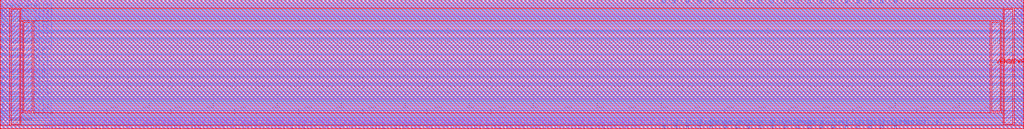
<source format=lef>
##
## LEF for PtnCells ;
## created by Innovus v15.20-p005_1 on Fri Jun 18 01:11:25 2021
##

VERSION 5.7 ;

BUSBITCHARS "[]" ;
DIVIDERCHAR "/" ;

MACRO N_term_single2
  CLASS BLOCK ;
  SIZE 240.1200 BY 30.2600 ;
  FOREIGN N_term_single2 0.0000 0.0000 ;
  ORIGIN 0 0 ;
  SYMMETRY X Y R90 ;
  PIN N1END[3]
    DIRECTION INPUT ;
    USE SIGNAL ;
    ANTENNAPARTIALMETALAREA 0.67235 LAYER li1  ;
    ANTENNAPARTIALMETALSIDEAREA 0.791 LAYER li1  ;
    ANTENNAPARTIALCUTAREA 0.0289 LAYER mcon  ;
    ANTENNAPARTIALMETALAREA 0.0832 LAYER met1  ;
    ANTENNAPARTIALMETALSIDEAREA 0.406 LAYER met1  ;
    ANTENNAPARTIALCUTAREA 0.0225 LAYER via  ;
    ANTENNAPARTIALMETALAREA 1.8857 LAYER met2  ;
    ANTENNAPARTIALMETALSIDEAREA 9.2575 LAYER met2  ;
    ANTENNAPARTIALCUTAREA 0.04 LAYER via2  ;
    ANTENNAPARTIALMETALAREA 10.174 LAYER met3  ;
    ANTENNAPARTIALMETALSIDEAREA 54.728 LAYER met3  ;
    ANTENNAPARTIALCUTAREA 0.04 LAYER via3  ;
    ANTENNAPARTIALMETALAREA 2.79 LAYER met4  ;
    ANTENNAPARTIALMETALSIDEAREA 17.232 LAYER met4  ;
    ANTENNAMODEL OXIDE1 ;
    ANTENNAGATEAREA 0.159 LAYER met4  ;
    ANTENNAMAXAREACAR 87.2116 LAYER met4  ;
    ANTENNAMAXSIDEAREACAR 465.88 LAYER met4  ;
    ANTENNAMAXCUTCAR 0.826415 LAYER via4  ;
    PORT
      LAYER li1 ;
        RECT 13.8400 0.0000 14.2200 0.7200 ;
    END
  END N1END[3]
  PIN N1END[2]
    DIRECTION INPUT ;
    USE SIGNAL ;
    ANTENNAPARTIALMETALAREA 0.55675 LAYER li1  ;
    ANTENNAPARTIALMETALSIDEAREA 0.655 LAYER li1  ;
    ANTENNAPARTIALCUTAREA 0.0289 LAYER mcon  ;
    ANTENNAPARTIALMETALAREA 0.558 LAYER met1  ;
    ANTENNAPARTIALMETALSIDEAREA 2.7125 LAYER met1  ;
    ANTENNAPARTIALCUTAREA 0.0225 LAYER via  ;
    ANTENNAPARTIALMETALAREA 2.7075 LAYER met2  ;
    ANTENNAPARTIALMETALSIDEAREA 13.3665 LAYER met2  ;
    ANTENNAPARTIALCUTAREA 0.04 LAYER via2  ;
    ANTENNAPARTIALMETALAREA 15.442 LAYER met3  ;
    ANTENNAPARTIALMETALSIDEAREA 82.824 LAYER met3  ;
    ANTENNAPARTIALCUTAREA 0.04 LAYER via3  ;
    ANTENNAPARTIALMETALAREA 0.6516 LAYER met4  ;
    ANTENNAPARTIALMETALSIDEAREA 4.416 LAYER met4  ;
    ANTENNAMODEL OXIDE1 ;
    ANTENNAGATEAREA 0.159 LAYER met4  ;
    ANTENNAMAXAREACAR 21.3248 LAYER met4  ;
    ANTENNAMAXSIDEAREACAR 112.274 LAYER met4  ;
    ANTENNAMAXCUTCAR 0.826415 LAYER via4  ;
    PORT
      LAYER li1 ;
        RECT 12.4600 0.0000 12.8400 0.7200 ;
    END
  END N1END[2]
  PIN N1END[1]
    DIRECTION INPUT ;
    USE SIGNAL ;
    ANTENNAPARTIALMETALAREA 0.67235 LAYER li1  ;
    ANTENNAPARTIALMETALSIDEAREA 0.791 LAYER li1  ;
    ANTENNAPARTIALCUTAREA 0.0289 LAYER mcon  ;
    ANTENNAPARTIALMETALAREA 0.3004 LAYER met1  ;
    ANTENNAPARTIALMETALSIDEAREA 1.4245 LAYER met1  ;
    ANTENNAPARTIALCUTAREA 0.0225 LAYER via  ;
    ANTENNAPARTIALMETALAREA 5.9958 LAYER met2  ;
    ANTENNAPARTIALMETALSIDEAREA 29.743 LAYER met2  ;
    ANTENNAMODEL OXIDE1 ;
    ANTENNAGATEAREA 0.159 LAYER met2  ;
    ANTENNAMAXAREACAR 39.6148 LAYER met2  ;
    ANTENNAMAXSIDEAREACAR 192.884 LAYER met2  ;
    ANTENNAMAXCUTCAR 0.32327 LAYER via2  ;
    PORT
      LAYER li1 ;
        RECT 11.0800 0.0000 11.4600 0.7200 ;
    END
  END N1END[1]
  PIN N1END[0]
    DIRECTION INPUT ;
    USE SIGNAL ;
    ANTENNAPARTIALMETALAREA 0.38335 LAYER li1  ;
    ANTENNAPARTIALMETALSIDEAREA 0.451 LAYER li1  ;
    ANTENNAPARTIALCUTAREA 0.0289 LAYER mcon  ;
    ANTENNAPARTIALMETALAREA 2.8764 LAYER met1  ;
    ANTENNAPARTIALMETALSIDEAREA 14.3045 LAYER met1  ;
    ANTENNAPARTIALCUTAREA 0.0225 LAYER via  ;
    ANTENNAPARTIALMETALAREA 0.6719 LAYER met2  ;
    ANTENNAPARTIALMETALSIDEAREA 3.1885 LAYER met2  ;
    ANTENNAPARTIALCUTAREA 0.04 LAYER via2  ;
    ANTENNAPARTIALMETALAREA 25.1278 LAYER met3  ;
    ANTENNAPARTIALMETALSIDEAREA 134.952 LAYER met3  ;
    ANTENNAPARTIALCUTAREA 0.04 LAYER via3  ;
    ANTENNAPARTIALMETALAREA 0.6516 LAYER met4  ;
    ANTENNAPARTIALMETALSIDEAREA 4.416 LAYER met4  ;
    ANTENNAMODEL OXIDE1 ;
    ANTENNAGATEAREA 0.159 LAYER met4  ;
    ANTENNAMAXAREACAR 25.2733 LAYER met4  ;
    ANTENNAMAXSIDEAREACAR 131.899 LAYER met4  ;
    ANTENNAMAXCUTCAR 0.826415 LAYER via4  ;
    PORT
      LAYER li1 ;
        RECT 10.1600 0.0000 10.5400 0.7200 ;
    END
  END N1END[0]
  PIN N2MID[7]
    DIRECTION INPUT ;
    USE SIGNAL ;
    ANTENNAPARTIALMETALAREA 0.61455 LAYER li1  ;
    ANTENNAPARTIALMETALSIDEAREA 0.723 LAYER li1  ;
    ANTENNAPARTIALCUTAREA 0.0289 LAYER mcon  ;
    ANTENNAPARTIALMETALAREA 1.0732 LAYER met1  ;
    ANTENNAPARTIALMETALSIDEAREA 5.2885 LAYER met1  ;
    ANTENNAPARTIALCUTAREA 0.0225 LAYER via  ;
    ANTENNAPARTIALMETALAREA 1.9304 LAYER met2  ;
    ANTENNAPARTIALMETALSIDEAREA 9.534 LAYER met2  ;
    ANTENNAMODEL OXIDE1 ;
    ANTENNAGATEAREA 0.159 LAYER met2  ;
    ANTENNAMAXAREACAR 60.3154 LAYER met2  ;
    ANTENNAMAXSIDEAREACAR 295.261 LAYER met2  ;
    ANTENNAMAXCUTCAR 0.32327 LAYER via2  ;
    PORT
      LAYER li1 ;
        RECT 24.8800 0.0000 25.2600 0.7200 ;
    END
  END N2MID[7]
  PIN N2MID[6]
    DIRECTION INPUT ;
    USE SIGNAL ;
    ANTENNAPARTIALMETALAREA 0.67235 LAYER li1  ;
    ANTENNAPARTIALMETALSIDEAREA 0.791 LAYER li1  ;
    ANTENNAPARTIALCUTAREA 0.0289 LAYER mcon  ;
    ANTENNAPARTIALMETALAREA 0.0832 LAYER met1  ;
    ANTENNAPARTIALMETALSIDEAREA 0.406 LAYER met1  ;
    ANTENNAPARTIALCUTAREA 0.0225 LAYER via  ;
    ANTENNAPARTIALMETALAREA 1.8437 LAYER met2  ;
    ANTENNAPARTIALMETALSIDEAREA 9.0475 LAYER met2  ;
    ANTENNAPARTIALCUTAREA 0.04 LAYER via2  ;
    ANTENNAPARTIALMETALAREA 24.385 LAYER met3  ;
    ANTENNAPARTIALMETALSIDEAREA 130.52 LAYER met3  ;
    ANTENNAPARTIALCUTAREA 0.04 LAYER via3  ;
    ANTENNAPARTIALMETALAREA 0.6516 LAYER met4  ;
    ANTENNAPARTIALMETALSIDEAREA 4.416 LAYER met4  ;
    ANTENNAMODEL OXIDE1 ;
    ANTENNAGATEAREA 0.159 LAYER met4  ;
    ANTENNAMAXAREACAR 29.0909 LAYER met4  ;
    ANTENNAMAXSIDEAREACAR 153.129 LAYER met4  ;
    ANTENNAMAXCUTCAR 0.826415 LAYER via4  ;
    PORT
      LAYER li1 ;
        RECT 23.5000 0.0000 23.8800 0.7200 ;
    END
  END N2MID[6]
  PIN N2MID[5]
    DIRECTION INPUT ;
    USE SIGNAL ;
    ANTENNAPARTIALMETALAREA 1.03955 LAYER li1  ;
    ANTENNAPARTIALMETALSIDEAREA 1.223 LAYER li1  ;
    ANTENNAPARTIALCUTAREA 0.0289 LAYER mcon  ;
    ANTENNAPARTIALMETALAREA 11.6992 LAYER met1  ;
    ANTENNAPARTIALMETALSIDEAREA 58.4185 LAYER met1  ;
    ANTENNAPARTIALCUTAREA 0.0225 LAYER via  ;
    ANTENNAPARTIALMETALAREA 0.4548 LAYER met2  ;
    ANTENNAPARTIALMETALSIDEAREA 2.156 LAYER met2  ;
    ANTENNAMODEL OXIDE1 ;
    ANTENNAGATEAREA 0.159 LAYER met2  ;
    ANTENNAMAXAREACAR 4.20975 LAYER met2  ;
    ANTENNAMAXSIDEAREACAR 17.0252 LAYER met2  ;
    ANTENNAMAXCUTCAR 0.32327 LAYER via2  ;
    PORT
      LAYER li1 ;
        RECT 22.1200 0.0000 22.5000 0.7200 ;
    END
  END N2MID[5]
  PIN N2MID[4]
    DIRECTION INPUT ;
    USE SIGNAL ;
    ANTENNAPARTIALMETALAREA 0.09435 LAYER li1  ;
    ANTENNAPARTIALMETALSIDEAREA 0.111 LAYER li1  ;
    ANTENNAPARTIALCUTAREA 0.0289 LAYER mcon  ;
    ANTENNAPARTIALMETALAREA 0.6224 LAYER met1  ;
    ANTENNAPARTIALMETALSIDEAREA 3.0345 LAYER met1  ;
    ANTENNAPARTIALCUTAREA 0.0225 LAYER via  ;
    ANTENNAPARTIALMETALAREA 6.084 LAYER met2  ;
    ANTENNAPARTIALMETALSIDEAREA 30.184 LAYER met2  ;
    ANTENNAMODEL OXIDE1 ;
    ANTENNAGATEAREA 0.159 LAYER met2  ;
    ANTENNAMAXAREACAR 41.3846 LAYER met2  ;
    ANTENNAMAXSIDEAREACAR 201.733 LAYER met2  ;
    ANTENNAMAXCUTCAR 0.32327 LAYER via2  ;
    PORT
      LAYER li1 ;
        RECT 20.7400 0.0000 21.1200 0.7200 ;
    END
  END N2MID[4]
  PIN N2MID[3]
    DIRECTION INPUT ;
    USE SIGNAL ;
    ANTENNAPARTIALMETALAREA 0.96135 LAYER li1  ;
    ANTENNAPARTIALMETALSIDEAREA 1.131 LAYER li1  ;
    ANTENNAPARTIALCUTAREA 0.0289 LAYER mcon  ;
    ANTENNAPARTIALMETALAREA 0.0832 LAYER met1  ;
    ANTENNAPARTIALMETALSIDEAREA 0.406 LAYER met1  ;
    ANTENNAPARTIALCUTAREA 0.0225 LAYER via  ;
    ANTENNAPARTIALMETALAREA 2.3236 LAYER met2  ;
    ANTENNAPARTIALMETALSIDEAREA 11.382 LAYER met2  ;
    ANTENNAMODEL OXIDE1 ;
    ANTENNAGATEAREA 0.159 LAYER met2  ;
    ANTENNAMAXAREACAR 17.4814 LAYER met2  ;
    ANTENNAMAXSIDEAREACAR 76.8365 LAYER met2  ;
    ANTENNAMAXCUTCAR 0.32327 LAYER via2  ;
    PORT
      LAYER li1 ;
        RECT 19.3600 0.0000 19.7400 0.7200 ;
    END
  END N2MID[3]
  PIN N2MID[2]
    DIRECTION INPUT ;
    USE SIGNAL ;
    ANTENNAPARTIALMETALAREA 0.96135 LAYER li1  ;
    ANTENNAPARTIALMETALSIDEAREA 1.131 LAYER li1  ;
    ANTENNAPARTIALCUTAREA 0.0289 LAYER mcon  ;
    ANTENNAPARTIALMETALAREA 0.0832 LAYER met1  ;
    ANTENNAPARTIALMETALSIDEAREA 0.406 LAYER met1  ;
    ANTENNAPARTIALCUTAREA 0.0225 LAYER via  ;
    ANTENNAPARTIALMETALAREA 0.6229 LAYER met2  ;
    ANTENNAPARTIALMETALSIDEAREA 2.9435 LAYER met2  ;
    ANTENNAPARTIALCUTAREA 0.04 LAYER via2  ;
    ANTENNAPARTIALMETALAREA 27.904 LAYER met3  ;
    ANTENNAPARTIALMETALSIDEAREA 149.288 LAYER met3  ;
    ANTENNAPARTIALCUTAREA 0.04 LAYER via3  ;
    ANTENNAPARTIALMETALAREA 11.0382 LAYER met4  ;
    ANTENNAPARTIALMETALSIDEAREA 60.752 LAYER met4  ;
    ANTENNAMODEL OXIDE1 ;
    ANTENNAGATEAREA 0.159 LAYER met4  ;
    ANTENNAMAXAREACAR 84.3311 LAYER met4  ;
    ANTENNAMAXSIDEAREACAR 455.025 LAYER met4  ;
    ANTENNAMAXCUTCAR 0.826415 LAYER via4  ;
    PORT
      LAYER li1 ;
        RECT 17.9800 0.0000 18.3600 0.7200 ;
    END
  END N2MID[2]
  PIN N2MID[1]
    DIRECTION INPUT ;
    USE SIGNAL ;
    ANTENNAPARTIALMETALAREA 0.49895 LAYER li1  ;
    ANTENNAPARTIALMETALSIDEAREA 0.587 LAYER li1  ;
    ANTENNAPARTIALCUTAREA 0.0289 LAYER mcon  ;
    ANTENNAPARTIALMETALAREA 9.1708 LAYER met1  ;
    ANTENNAPARTIALMETALSIDEAREA 45.7765 LAYER met1  ;
    ANTENNAPARTIALCUTAREA 0.0225 LAYER via  ;
    ANTENNAPARTIALMETALAREA 1.0736 LAYER met2  ;
    ANTENNAPARTIALMETALSIDEAREA 5.25 LAYER met2  ;
    ANTENNAMODEL OXIDE1 ;
    ANTENNAGATEAREA 0.159 LAYER met2  ;
    ANTENNAMAXAREACAR 13.4575 LAYER met2  ;
    ANTENNAMAXSIDEAREACAR 58.4245 LAYER met2  ;
    ANTENNAMAXCUTCAR 0.32327 LAYER via2  ;
    PORT
      LAYER li1 ;
        RECT 16.6000 0.0000 16.9800 0.7200 ;
    END
  END N2MID[1]
  PIN N2MID[0]
    DIRECTION INPUT ;
    USE SIGNAL ;
    ANTENNAPARTIALMETALAREA 0.67235 LAYER li1  ;
    ANTENNAPARTIALMETALSIDEAREA 0.791 LAYER li1  ;
    ANTENNAPARTIALCUTAREA 0.0289 LAYER mcon  ;
    ANTENNAPARTIALMETALAREA 0.8156 LAYER met1  ;
    ANTENNAPARTIALMETALSIDEAREA 4.0005 LAYER met1  ;
    ANTENNAPARTIALCUTAREA 0.0225 LAYER via  ;
    ANTENNAPARTIALMETALAREA 2.752 LAYER met2  ;
    ANTENNAPARTIALMETALSIDEAREA 13.524 LAYER met2  ;
    ANTENNAMODEL OXIDE1 ;
    ANTENNAGATEAREA 0.159 LAYER met2  ;
    ANTENNAMAXAREACAR 20.7318 LAYER met2  ;
    ANTENNAMAXSIDEAREACAR 92.6635 LAYER met2  ;
    ANTENNAMAXCUTCAR 0.32327 LAYER via2  ;
    PORT
      LAYER li1 ;
        RECT 15.2200 0.0000 15.6000 0.7200 ;
    END
  END N2MID[0]
  PIN N2END[7]
    DIRECTION INPUT ;
    USE SIGNAL ;
    ANTENNAPARTIALMETALAREA 0.38335 LAYER li1  ;
    ANTENNAPARTIALMETALSIDEAREA 0.451 LAYER li1  ;
    ANTENNAPARTIALCUTAREA 0.0289 LAYER mcon  ;
    ANTENNAPARTIALMETALAREA 4.4696 LAYER met1  ;
    ANTENNAPARTIALMETALSIDEAREA 22.2705 LAYER met1  ;
    ANTENNAPARTIALCUTAREA 0.0225 LAYER via  ;
    ANTENNAPARTIALMETALAREA 5.892 LAYER met2  ;
    ANTENNAPARTIALMETALSIDEAREA 29.106 LAYER met2  ;
    ANTENNAMODEL OXIDE1 ;
    ANTENNAGATEAREA 0.159 LAYER met2  ;
    ANTENNAMAXAREACAR 38.9619 LAYER met2  ;
    ANTENNAMAXSIDEAREACAR 188.877 LAYER met2  ;
    ANTENNAMAXCUTCAR 0.32327 LAYER via2  ;
    PORT
      LAYER li1 ;
        RECT 35.4600 0.0000 35.8400 0.7200 ;
    END
  END N2END[7]
  PIN N2END[6]
    DIRECTION INPUT ;
    USE SIGNAL ;
    ANTENNAPARTIALMETALAREA 0.61455 LAYER li1  ;
    ANTENNAPARTIALMETALSIDEAREA 0.723 LAYER li1  ;
    ANTENNAPARTIALCUTAREA 0.0289 LAYER mcon  ;
    ANTENNAPARTIALMETALAREA 1.7816 LAYER met1  ;
    ANTENNAPARTIALMETALSIDEAREA 8.8305 LAYER met1  ;
    ANTENNAPARTIALCUTAREA 0.0225 LAYER via  ;
    ANTENNAPARTIALMETALAREA 0.9939 LAYER met2  ;
    ANTENNAPARTIALMETALSIDEAREA 4.7985 LAYER met2  ;
    ANTENNAPARTIALCUTAREA 0.04 LAYER via2  ;
    ANTENNAPARTIALMETALAREA 9.001 LAYER met3  ;
    ANTENNAPARTIALMETALSIDEAREA 48.472 LAYER met3  ;
    ANTENNAPARTIALCUTAREA 0.04 LAYER via3  ;
    ANTENNAPARTIALMETALAREA 1.8378 LAYER met4  ;
    ANTENNAPARTIALMETALSIDEAREA 10.272 LAYER met4  ;
    ANTENNAMODEL OXIDE1 ;
    ANTENNAGATEAREA 0.159 LAYER met4  ;
    ANTENNAMAXAREACAR 88.0594 LAYER met4  ;
    ANTENNAMAXSIDEAREACAR 463.887 LAYER met4  ;
    ANTENNAMAXCUTCAR 0.826415 LAYER via4  ;
    PORT
      LAYER li1 ;
        RECT 34.0800 0.0000 34.4600 0.7200 ;
    END
  END N2END[6]
  PIN N2END[5]
    DIRECTION INPUT ;
    USE SIGNAL ;
    ANTENNAPARTIALMETALAREA 0.67235 LAYER li1  ;
    ANTENNAPARTIALMETALSIDEAREA 0.791 LAYER li1  ;
    ANTENNAPARTIALCUTAREA 0.0289 LAYER mcon  ;
    ANTENNAPARTIALMETALAREA 0.4292 LAYER met1  ;
    ANTENNAPARTIALMETALSIDEAREA 2.0685 LAYER met1  ;
    ANTENNAPARTIALCUTAREA 0.0225 LAYER via  ;
    ANTENNAPARTIALMETALAREA 4.6398 LAYER met2  ;
    ANTENNAPARTIALMETALSIDEAREA 22.491 LAYER met2  ;
    ANTENNAMODEL OXIDE1 ;
    ANTENNAGATEAREA 0.159 LAYER met2  ;
    ANTENNAMAXAREACAR 32.7066 LAYER met2  ;
    ANTENNAMAXSIDEAREACAR 155.374 LAYER met2  ;
    ANTENNAMAXCUTCAR 0.32327 LAYER via2  ;
    PORT
      LAYER li1 ;
        RECT 33.1600 0.0000 33.5400 0.7200 ;
    END
  END N2END[5]
  PIN N2END[4]
    DIRECTION INPUT ;
    USE SIGNAL ;
    ANTENNAPARTIALMETALAREA 0.32555 LAYER li1  ;
    ANTENNAPARTIALMETALSIDEAREA 0.383 LAYER li1  ;
    ANTENNAPARTIALCUTAREA 0.0289 LAYER mcon  ;
    ANTENNAPARTIALMETALAREA 8.0116 LAYER met1  ;
    ANTENNAPARTIALMETALSIDEAREA 39.9805 LAYER met1  ;
    ANTENNAPARTIALCUTAREA 0.0225 LAYER via  ;
    ANTENNAPARTIALMETALAREA 0.9 LAYER met2  ;
    ANTENNAPARTIALMETALSIDEAREA 4.382 LAYER met2  ;
    ANTENNAMODEL OXIDE1 ;
    ANTENNAGATEAREA 0.159 LAYER met2  ;
    ANTENNAMAXAREACAR 9.08396 LAYER met2  ;
    ANTENNAMAXSIDEAREACAR 35.1667 LAYER met2  ;
    ANTENNAMAXCUTCAR 0.32327 LAYER via2  ;
    PORT
      LAYER li1 ;
        RECT 31.7800 0.0000 32.1600 0.7200 ;
    END
  END N2END[4]
  PIN N2END[3]
    DIRECTION INPUT ;
    USE SIGNAL ;
    ANTENNAPARTIALMETALAREA 0.67235 LAYER li1  ;
    ANTENNAPARTIALMETALSIDEAREA 0.791 LAYER li1  ;
    ANTENNAPARTIALCUTAREA 0.0289 LAYER mcon  ;
    ANTENNAPARTIALMETALAREA 0.4292 LAYER met1  ;
    ANTENNAPARTIALMETALSIDEAREA 2.0685 LAYER met1  ;
    ANTENNAPARTIALCUTAREA 0.0225 LAYER via  ;
    ANTENNAPARTIALMETALAREA 3.8608 LAYER met2  ;
    ANTENNAPARTIALMETALSIDEAREA 19.068 LAYER met2  ;
    ANTENNAMODEL OXIDE1 ;
    ANTENNAGATEAREA 0.159 LAYER met2  ;
    ANTENNAMAXAREACAR 34.5871 LAYER met2  ;
    ANTENNAMAXSIDEAREACAR 167.745 LAYER met2  ;
    ANTENNAMAXCUTCAR 0.32327 LAYER via2  ;
    PORT
      LAYER li1 ;
        RECT 30.4000 0.0000 30.7800 0.7200 ;
    END
  END N2END[3]
  PIN N2END[2]
    DIRECTION INPUT ;
    USE SIGNAL ;
    ANTENNAPARTIALMETALAREA 0.28815 LAYER li1  ;
    ANTENNAPARTIALMETALSIDEAREA 0.339 LAYER li1  ;
    ANTENNAPARTIALCUTAREA 0.0289 LAYER mcon  ;
    ANTENNAPARTIALMETALAREA 1.2664 LAYER met1  ;
    ANTENNAPARTIALMETALSIDEAREA 6.2545 LAYER met1  ;
    ANTENNAPARTIALCUTAREA 0.0225 LAYER via  ;
    ANTENNAPARTIALMETALAREA 1.1143 LAYER met2  ;
    ANTENNAPARTIALMETALSIDEAREA 5.4005 LAYER met2  ;
    ANTENNAPARTIALCUTAREA 0.04 LAYER via2  ;
    ANTENNAPARTIALMETALAREA 17.926 LAYER met3  ;
    ANTENNAPARTIALMETALSIDEAREA 96.072 LAYER met3  ;
    ANTENNAPARTIALCUTAREA 0.04 LAYER via3  ;
    ANTENNAPARTIALMETALAREA 0.6516 LAYER met4  ;
    ANTENNAPARTIALMETALSIDEAREA 4.416 LAYER met4  ;
    ANTENNAMODEL OXIDE1 ;
    ANTENNAGATEAREA 0.159 LAYER met4  ;
    ANTENNAMAXAREACAR 18.2267 LAYER met4  ;
    ANTENNAMAXSIDEAREACAR 96.6132 LAYER met4  ;
    ANTENNAMAXCUTCAR 0.826415 LAYER via4  ;
    PORT
      LAYER li1 ;
        RECT 29.0200 0.0000 29.4000 0.7200 ;
    END
  END N2END[2]
  PIN N2END[1]
    DIRECTION INPUT ;
    USE SIGNAL ;
    ANTENNAPARTIALMETALAREA 0.26775 LAYER li1  ;
    ANTENNAPARTIALMETALSIDEAREA 0.315 LAYER li1  ;
    ANTENNAPARTIALCUTAREA 0.0289 LAYER mcon  ;
    ANTENNAPARTIALMETALAREA 0.558 LAYER met1  ;
    ANTENNAPARTIALMETALSIDEAREA 2.7125 LAYER met1  ;
    ANTENNAPARTIALCUTAREA 0.0225 LAYER via  ;
    ANTENNAPARTIALMETALAREA 6.7532 LAYER met2  ;
    ANTENNAPARTIALMETALSIDEAREA 33.53 LAYER met2  ;
    ANTENNAMODEL OXIDE1 ;
    ANTENNAGATEAREA 0.159 LAYER met2  ;
    ANTENNAMAXAREACAR 43.8223 LAYER met2  ;
    ANTENNAMAXSIDEAREACAR 214.346 LAYER met2  ;
    ANTENNAMAXCUTCAR 0.32327 LAYER via2  ;
    PORT
      LAYER li1 ;
        RECT 27.6400 0.0000 28.0200 0.7200 ;
    END
  END N2END[1]
  PIN N2END[0]
    DIRECTION INPUT ;
    USE SIGNAL ;
    ANTENNAPARTIALMETALAREA 0.09435 LAYER li1  ;
    ANTENNAPARTIALMETALSIDEAREA 0.111 LAYER li1  ;
    ANTENNAPARTIALCUTAREA 0.0289 LAYER mcon  ;
    ANTENNAPARTIALMETALAREA 1.1376 LAYER met1  ;
    ANTENNAPARTIALMETALSIDEAREA 5.6105 LAYER met1  ;
    ANTENNAPARTIALCUTAREA 0.0225 LAYER via  ;
    ANTENNAPARTIALMETALAREA 1.6784 LAYER met2  ;
    ANTENNAPARTIALMETALSIDEAREA 8.274 LAYER met2  ;
    ANTENNAMODEL OXIDE1 ;
    ANTENNAGATEAREA 0.159 LAYER met2  ;
    ANTENNAMAXAREACAR 45.9544 LAYER met2  ;
    ANTENNAMAXSIDEAREACAR 222.299 LAYER met2  ;
    ANTENNAMAXCUTCAR 0.32327 LAYER via2  ;
    PORT
      LAYER li1 ;
        RECT 26.2600 0.0000 26.6400 0.7200 ;
    END
  END N2END[0]
  PIN N4END[15]
    DIRECTION INPUT ;
    USE SIGNAL ;
    ANTENNAPARTIALMETALAREA 0.90355 LAYER li1  ;
    ANTENNAPARTIALMETALSIDEAREA 1.063 LAYER li1  ;
    ANTENNAPARTIALCUTAREA 0.0289 LAYER mcon  ;
    ANTENNAPARTIALMETALAREA 0.0832 LAYER met1  ;
    ANTENNAPARTIALMETALSIDEAREA 0.406 LAYER met1  ;
    ANTENNAPARTIALCUTAREA 0.0225 LAYER via  ;
    ANTENNAPARTIALMETALAREA 2.2511 LAYER met2  ;
    ANTENNAPARTIALMETALSIDEAREA 11.0845 LAYER met2  ;
    ANTENNAPARTIALCUTAREA 0.04 LAYER via2  ;
    ANTENNAPARTIALMETALAREA 6.31 LAYER met3  ;
    ANTENNAPARTIALMETALSIDEAREA 34.12 LAYER met3  ;
    ANTENNAPARTIALCUTAREA 0.04 LAYER via3  ;
    ANTENNAPARTIALMETALAREA 0.5328 LAYER met4  ;
    ANTENNAPARTIALMETALSIDEAREA 3.312 LAYER met4  ;
    ANTENNAMODEL OXIDE1 ;
    ANTENNAGATEAREA 0.159 LAYER met4  ;
    ANTENNAMAXAREACAR 70.7173 LAYER met4  ;
    ANTENNAMAXSIDEAREACAR 376.89 LAYER met4  ;
    ANTENNAMAXCUTCAR 0.826415 LAYER via4  ;
    PORT
      LAYER li1 ;
        RECT 57.0800 0.0000 57.4600 0.7200 ;
    END
  END N4END[15]
  PIN N4END[14]
    DIRECTION INPUT ;
    USE SIGNAL ;
    ANTENNAPARTIALMETALAREA 0.90355 LAYER li1  ;
    ANTENNAPARTIALMETALSIDEAREA 1.063 LAYER li1  ;
    ANTENNAPARTIALCUTAREA 0.0289 LAYER mcon  ;
    ANTENNAPARTIALMETALAREA 0.0832 LAYER met1  ;
    ANTENNAPARTIALMETALSIDEAREA 0.406 LAYER met1  ;
    ANTENNAPARTIALCUTAREA 0.0225 LAYER via  ;
    ANTENNAPARTIALMETALAREA 2.6232 LAYER met2  ;
    ANTENNAPARTIALMETALSIDEAREA 12.88 LAYER met2  ;
    ANTENNAMODEL OXIDE1 ;
    ANTENNAGATEAREA 0.159 LAYER met2  ;
    ANTENNAMAXAREACAR 29.9418 LAYER met2  ;
    ANTENNAMAXSIDEAREACAR 138.714 LAYER met2  ;
    ANTENNAMAXCUTCAR 0.32327 LAYER via2  ;
    PORT
      LAYER li1 ;
        RECT 56.1600 0.0000 56.5400 0.7200 ;
    END
  END N4END[14]
  PIN N4END[13]
    DIRECTION INPUT ;
    USE SIGNAL ;
    ANTENNAPARTIALMETALAREA 0.28815 LAYER li1  ;
    ANTENNAPARTIALMETALSIDEAREA 0.339 LAYER li1  ;
    ANTENNAPARTIALCUTAREA 0.0289 LAYER mcon  ;
    ANTENNAPARTIALMETALAREA 3.9712 LAYER met1  ;
    ANTENNAPARTIALMETALSIDEAREA 19.7785 LAYER met1  ;
    ANTENNAPARTIALCUTAREA 0.0225 LAYER via  ;
    ANTENNAPARTIALMETALAREA 1.25 LAYER met2  ;
    ANTENNAPARTIALMETALSIDEAREA 6.132 LAYER met2  ;
    ANTENNAMODEL OXIDE1 ;
    ANTENNAGATEAREA 0.159 LAYER met2  ;
    ANTENNAMAXAREACAR 16.6336 LAYER met2  ;
    ANTENNAMAXSIDEAREACAR 75.695 LAYER met2  ;
    ANTENNAMAXCUTCAR 0.32327 LAYER via2  ;
    PORT
      LAYER li1 ;
        RECT 54.7800 0.0000 55.1600 0.7200 ;
    END
  END N4END[13]
  PIN N4END[12]
    DIRECTION INPUT ;
    USE SIGNAL ;
    ANTENNAPARTIALMETALAREA 1.01915 LAYER li1  ;
    ANTENNAPARTIALMETALSIDEAREA 1.199 LAYER li1  ;
    ANTENNAPARTIALCUTAREA 0.0289 LAYER mcon  ;
    ANTENNAPARTIALMETALAREA 2.4256 LAYER met1  ;
    ANTENNAPARTIALMETALSIDEAREA 12.0505 LAYER met1  ;
    ANTENNAPARTIALCUTAREA 0.0225 LAYER via  ;
    ANTENNAPARTIALMETALAREA 0.4548 LAYER met2  ;
    ANTENNAPARTIALMETALSIDEAREA 2.156 LAYER met2  ;
    ANTENNAMODEL OXIDE1 ;
    ANTENNAGATEAREA 0.159 LAYER met2  ;
    ANTENNAMAXAREACAR 11.1217 LAYER met2  ;
    ANTENNAMAXSIDEAREACAR 48.1352 LAYER met2  ;
    ANTENNAMAXCUTCAR 0.32327 LAYER via2  ;
    PORT
      LAYER li1 ;
        RECT 53.4000 0.0000 53.7800 0.7200 ;
    END
  END N4END[12]
  PIN N4END[11]
    DIRECTION INPUT ;
    USE SIGNAL ;
    ANTENNAPARTIALMETALAREA 0.73015 LAYER li1  ;
    ANTENNAPARTIALMETALSIDEAREA 0.859 LAYER li1  ;
    ANTENNAPARTIALCUTAREA 0.0289 LAYER mcon  ;
    ANTENNAPARTIALMETALAREA 3.8256 LAYER met1  ;
    ANTENNAPARTIALMETALSIDEAREA 19.0505 LAYER met1  ;
    ANTENNAPARTIALCUTAREA 0.0225 LAYER via  ;
    ANTENNAPARTIALMETALAREA 0.8692 LAYER met2  ;
    ANTENNAPARTIALMETALSIDEAREA 4.228 LAYER met2  ;
    ANTENNAMODEL OXIDE1 ;
    ANTENNAGATEAREA 0.159 LAYER met2  ;
    ANTENNAMAXAREACAR 9.3783 LAYER met2  ;
    ANTENNAMAXSIDEAREACAR 39.4182 LAYER met2  ;
    ANTENNAMAXCUTCAR 0.32327 LAYER via2  ;
    PORT
      LAYER li1 ;
        RECT 52.0200 0.0000 52.4000 0.7200 ;
    END
  END N4END[11]
  PIN N4END[10]
    DIRECTION INPUT ;
    USE SIGNAL ;
    ANTENNAPARTIALMETALAREA 0.61455 LAYER li1  ;
    ANTENNAPARTIALMETALSIDEAREA 0.723 LAYER li1  ;
    ANTENNAPARTIALCUTAREA 0.0289 LAYER mcon  ;
    ANTENNAPARTIALMETALAREA 4.4864 LAYER met1  ;
    ANTENNAPARTIALMETALSIDEAREA 22.3545 LAYER met1  ;
    ANTENNAPARTIALCUTAREA 0.0225 LAYER via  ;
    ANTENNAPARTIALMETALAREA 2.3572 LAYER met2  ;
    ANTENNAPARTIALMETALSIDEAREA 11.55 LAYER met2  ;
    ANTENNAMODEL OXIDE1 ;
    ANTENNAGATEAREA 0.159 LAYER met2  ;
    ANTENNAMAXAREACAR 17.094 LAYER met2  ;
    ANTENNAMAXSIDEAREACAR 77.1887 LAYER met2  ;
    ANTENNAMAXCUTCAR 0.32327 LAYER via2  ;
    PORT
      LAYER li1 ;
        RECT 50.6400 0.0000 51.0200 0.7200 ;
    END
  END N4END[10]
  PIN N4END[9]
    DIRECTION INPUT ;
    USE SIGNAL ;
    ANTENNAPARTIALMETALAREA 0.67235 LAYER li1  ;
    ANTENNAPARTIALMETALSIDEAREA 0.791 LAYER li1  ;
    ANTENNAPARTIALCUTAREA 0.0289 LAYER mcon  ;
    ANTENNAPARTIALMETALAREA 0.3648 LAYER met1  ;
    ANTENNAPARTIALMETALSIDEAREA 1.7465 LAYER met1  ;
    ANTENNAPARTIALCUTAREA 0.0225 LAYER via  ;
    ANTENNAPARTIALMETALAREA 2.4312 LAYER met2  ;
    ANTENNAPARTIALMETALSIDEAREA 11.802 LAYER met2  ;
    ANTENNAMODEL OXIDE1 ;
    ANTENNAGATEAREA 0.159 LAYER met2  ;
    ANTENNAMAXAREACAR 17.6009 LAYER met2  ;
    ANTENNAMAXSIDEAREACAR 82.0723 LAYER met2  ;
    ANTENNAMAXCUTCAR 0.32327 LAYER via2  ;
    PORT
      LAYER li1 ;
        RECT 49.2600 0.0000 49.6400 0.7200 ;
    END
  END N4END[9]
  PIN N4END[8]
    DIRECTION INPUT ;
    USE SIGNAL ;
    ANTENNAPARTIALMETALAREA 0.20995 LAYER li1  ;
    ANTENNAPARTIALMETALSIDEAREA 0.247 LAYER li1  ;
    ANTENNAPARTIALCUTAREA 0.0289 LAYER mcon  ;
    ANTENNAPARTIALMETALAREA 1.0732 LAYER met1  ;
    ANTENNAPARTIALMETALSIDEAREA 5.2885 LAYER met1  ;
    ANTENNAPARTIALCUTAREA 0.0225 LAYER via  ;
    ANTENNAPARTIALMETALAREA 2.4807 LAYER met2  ;
    ANTENNAPARTIALMETALSIDEAREA 12.2325 LAYER met2  ;
    ANTENNAPARTIALCUTAREA 0.04 LAYER via2  ;
    ANTENNAPARTIALMETALAREA 3.85 LAYER met3  ;
    ANTENNAPARTIALMETALSIDEAREA 21 LAYER met3  ;
    ANTENNAPARTIALCUTAREA 0.04 LAYER via3  ;
    ANTENNAPARTIALMETALAREA 2.3226 LAYER met4  ;
    ANTENNAPARTIALMETALSIDEAREA 13.328 LAYER met4  ;
    ANTENNAMODEL OXIDE1 ;
    ANTENNAGATEAREA 0.159 LAYER met4  ;
    ANTENNAMAXAREACAR 24.3305 LAYER met4  ;
    ANTENNAMAXSIDEAREACAR 130.792 LAYER met4  ;
    ANTENNAMAXCUTCAR 0.826415 LAYER via4  ;
    PORT
      LAYER li1 ;
        RECT 47.8800 0.0000 48.2600 0.7200 ;
    END
  END N4END[8]
  PIN N4END[7]
    DIRECTION INPUT ;
    USE SIGNAL ;
    ANTENNAPARTIALMETALAREA 0.61455 LAYER li1  ;
    ANTENNAPARTIALMETALSIDEAREA 0.723 LAYER li1  ;
    ANTENNAPARTIALCUTAREA 0.0289 LAYER mcon  ;
    ANTENNAPARTIALMETALAREA 0.558 LAYER met1  ;
    ANTENNAPARTIALMETALSIDEAREA 2.7125 LAYER met1  ;
    ANTENNAPARTIALCUTAREA 0.0225 LAYER via  ;
    ANTENNAPARTIALMETALAREA 5.5075 LAYER met2  ;
    ANTENNAPARTIALMETALSIDEAREA 26.5405 LAYER met2  ;
    ANTENNAPARTIALCUTAREA 0.04 LAYER via2  ;
    ANTENNAPARTIALMETALAREA 7.9848 LAYER met3  ;
    ANTENNAPARTIALMETALSIDEAREA 43.056 LAYER met3  ;
    ANTENNAMODEL OXIDE1 ;
    ANTENNAGATEAREA 0.159 LAYER met3  ;
    ANTENNAMAXAREACAR 56.8255 LAYER met3  ;
    ANTENNAMAXSIDEAREACAR 299.044 LAYER met3  ;
    ANTENNAMAXCUTCAR 0.574843 LAYER via3  ;
    PORT
      LAYER li1 ;
        RECT 46.5000 0.0000 46.8800 0.7200 ;
    END
  END N4END[7]
  PIN N4END[6]
    DIRECTION INPUT ;
    USE SIGNAL ;
    ANTENNAPARTIALMETALAREA 0.73015 LAYER li1  ;
    ANTENNAPARTIALMETALSIDEAREA 0.859 LAYER li1  ;
    ANTENNAPARTIALCUTAREA 0.0289 LAYER mcon  ;
    ANTENNAPARTIALMETALAREA 0.0832 LAYER met1  ;
    ANTENNAPARTIALMETALSIDEAREA 0.406 LAYER met1  ;
    ANTENNAPARTIALCUTAREA 0.0225 LAYER via  ;
    ANTENNAPARTIALMETALAREA 1.7664 LAYER met2  ;
    ANTENNAPARTIALMETALSIDEAREA 8.596 LAYER met2  ;
    ANTENNAMODEL OXIDE1 ;
    ANTENNAGATEAREA 0.159 LAYER met2  ;
    ANTENNAMAXAREACAR 16.6601 LAYER met2  ;
    ANTENNAMAXSIDEAREACAR 78.1101 LAYER met2  ;
    ANTENNAMAXCUTCAR 0.32327 LAYER via2  ;
    PORT
      LAYER li1 ;
        RECT 45.1200 0.0000 45.5000 0.7200 ;
    END
  END N4END[6]
  PIN N4END[5]
    DIRECTION INPUT ;
    USE SIGNAL ;
    ANTENNAPARTIALMETALAREA 0.73015 LAYER li1  ;
    ANTENNAPARTIALMETALSIDEAREA 0.859 LAYER li1  ;
    ANTENNAPARTIALCUTAREA 0.0289 LAYER mcon  ;
    ANTENNAPARTIALMETALAREA 0.0832 LAYER met1  ;
    ANTENNAPARTIALMETALSIDEAREA 0.406 LAYER met1  ;
    ANTENNAPARTIALCUTAREA 0.0225 LAYER via  ;
    ANTENNAPARTIALMETALAREA 6.8652 LAYER met2  ;
    ANTENNAPARTIALMETALSIDEAREA 34.09 LAYER met2  ;
    ANTENNAMODEL OXIDE1 ;
    ANTENNAGATEAREA 0.159 LAYER met2  ;
    ANTENNAMAXAREACAR 45.8928 LAYER met2  ;
    ANTENNAMAXSIDEAREACAR 224.274 LAYER met2  ;
    ANTENNAMAXCUTCAR 0.32327 LAYER via2  ;
    PORT
      LAYER li1 ;
        RECT 43.7400 0.0000 44.1200 0.7200 ;
    END
  END N4END[5]
  PIN N4END[4]
    DIRECTION INPUT ;
    USE SIGNAL ;
    ANTENNAPARTIALMETALAREA 0.73015 LAYER li1  ;
    ANTENNAPARTIALMETALSIDEAREA 0.859 LAYER li1  ;
    ANTENNAPARTIALCUTAREA 0.0289 LAYER mcon  ;
    ANTENNAPARTIALMETALAREA 0.0832 LAYER met1  ;
    ANTENNAPARTIALMETALSIDEAREA 0.406 LAYER met1  ;
    ANTENNAPARTIALCUTAREA 0.0225 LAYER via  ;
    ANTENNAPARTIALMETALAREA 7.2194 LAYER met2  ;
    ANTENNAPARTIALMETALSIDEAREA 35.861 LAYER met2  ;
    ANTENNAMODEL OXIDE1 ;
    ANTENNAGATEAREA 0.159 LAYER met2  ;
    ANTENNAMAXAREACAR 49.2336 LAYER met2  ;
    ANTENNAMAXSIDEAREACAR 235.173 LAYER met2  ;
    ANTENNAMAXCUTCAR 0.32327 LAYER via2  ;
    PORT
      LAYER li1 ;
        RECT 42.3600 0.0000 42.7400 0.7200 ;
    END
  END N4END[4]
  PIN N4END[3]
    DIRECTION INPUT ;
    USE SIGNAL ;
    ANTENNAPARTIALMETALAREA 0.73015 LAYER li1  ;
    ANTENNAPARTIALMETALSIDEAREA 0.859 LAYER li1  ;
    ANTENNAPARTIALCUTAREA 0.0289 LAYER mcon  ;
    ANTENNAPARTIALMETALAREA 0.236 LAYER met1  ;
    ANTENNAPARTIALMETALSIDEAREA 1.1025 LAYER met1  ;
    ANTENNAPARTIALCUTAREA 0.0225 LAYER via  ;
    ANTENNAPARTIALMETALAREA 4.9514 LAYER met2  ;
    ANTENNAPARTIALMETALSIDEAREA 24.521 LAYER met2  ;
    ANTENNAMODEL OXIDE1 ;
    ANTENNAGATEAREA 0.159 LAYER met2  ;
    ANTENNAMAXAREACAR 44.4135 LAYER met2  ;
    ANTENNAMAXSIDEAREACAR 210.582 LAYER met2  ;
    ANTENNAMAXCUTCAR 0.32327 LAYER via2  ;
    PORT
      LAYER li1 ;
        RECT 40.9800 0.0000 41.3600 0.7200 ;
    END
  END N4END[3]
  PIN N4END[2]
    DIRECTION INPUT ;
    USE SIGNAL ;
    ANTENNAPARTIALMETALAREA 0.20995 LAYER li1  ;
    ANTENNAPARTIALMETALSIDEAREA 0.247 LAYER li1  ;
    ANTENNAPARTIALCUTAREA 0.0289 LAYER mcon  ;
    ANTENNAPARTIALMETALAREA 1.202 LAYER met1  ;
    ANTENNAPARTIALMETALSIDEAREA 5.9325 LAYER met1  ;
    ANTENNAPARTIALCUTAREA 0.0225 LAYER via  ;
    ANTENNAPARTIALMETALAREA 6.4772 LAYER met2  ;
    ANTENNAPARTIALMETALSIDEAREA 32.032 LAYER met2  ;
    ANTENNAMODEL OXIDE1 ;
    ANTENNAGATEAREA 0.159 LAYER met2  ;
    ANTENNAMAXAREACAR 43.4525 LAYER met2  ;
    ANTENNAMAXSIDEAREACAR 211.33 LAYER met2  ;
    ANTENNAMAXCUTCAR 0.32327 LAYER via2  ;
    PORT
      LAYER li1 ;
        RECT 39.6000 0.0000 39.9800 0.7200 ;
    END
  END N4END[2]
  PIN N4END[1]
    DIRECTION INPUT ;
    USE SIGNAL ;
    ANTENNAPARTIALMETALAREA 0.15215 LAYER li1  ;
    ANTENNAPARTIALMETALSIDEAREA 0.179 LAYER li1  ;
    ANTENNAPARTIALCUTAREA 0.0289 LAYER mcon  ;
    ANTENNAPARTIALMETALAREA 18.267 LAYER met1  ;
    ANTENNAPARTIALMETALSIDEAREA 91.2205 LAYER met1  ;
    ANTENNAPARTIALCUTAREA 0.0225 LAYER via  ;
    ANTENNAPARTIALMETALAREA 2.426 LAYER met2  ;
    ANTENNAPARTIALMETALSIDEAREA 12.012 LAYER met2  ;
    ANTENNAMODEL OXIDE1 ;
    ANTENNAGATEAREA 0.159 LAYER met2  ;
    ANTENNAMAXAREACAR 17.5682 LAYER met2  ;
    ANTENNAMAXSIDEAREACAR 83.3931 LAYER met2  ;
    ANTENNAMAXCUTCAR 0.32327 LAYER via2  ;
    PORT
      LAYER li1 ;
        RECT 38.2200 0.0000 38.6000 0.7200 ;
    END
  END N4END[1]
  PIN N4END[0]
    DIRECTION INPUT ;
    USE SIGNAL ;
    ANTENNAPARTIALMETALAREA 0.11815 LAYER li1  ;
    ANTENNAPARTIALMETALSIDEAREA 0.139 LAYER li1  ;
    ANTENNAPARTIALCUTAREA 0.0289 LAYER mcon  ;
    ANTENNAPARTIALMETALAREA 13.7432 LAYER met1  ;
    ANTENNAPARTIALMETALSIDEAREA 68.6385 LAYER met1  ;
    ANTENNAPARTIALCUTAREA 0.0225 LAYER via  ;
    ANTENNAPARTIALMETALAREA 3.697 LAYER met2  ;
    ANTENNAPARTIALMETALSIDEAREA 18.249 LAYER met2  ;
    ANTENNAMODEL OXIDE1 ;
    ANTENNAGATEAREA 0.159 LAYER met2  ;
    ANTENNAMAXAREACAR 31.6186 LAYER met2  ;
    ANTENNAMAXSIDEAREACAR 149.877 LAYER met2  ;
    ANTENNAMAXCUTCAR 0.32327 LAYER via2  ;
    PORT
      LAYER li1 ;
        RECT 36.8400 0.0000 37.2200 0.7200 ;
    END
  END N4END[0]
  PIN NN4END[15]
    DIRECTION INPUT ;
    USE SIGNAL ;
    ANTENNAPARTIALMETALAREA 0.67235 LAYER li1  ;
    ANTENNAPARTIALMETALSIDEAREA 0.791 LAYER li1  ;
    ANTENNAPARTIALCUTAREA 0.0289 LAYER mcon  ;
    ANTENNAPARTIALMETALAREA 11.8924 LAYER met1  ;
    ANTENNAPARTIALMETALSIDEAREA 59.3845 LAYER met1  ;
    ANTENNAPARTIALCUTAREA 0.0225 LAYER via  ;
    ANTENNAPARTIALMETALAREA 0.6928 LAYER met2  ;
    ANTENNAPARTIALMETALSIDEAREA 3.346 LAYER met2  ;
    ANTENNAMODEL OXIDE1 ;
    ANTENNAGATEAREA 0.159 LAYER met2  ;
    ANTENNAMAXAREACAR 8.69277 LAYER met2  ;
    ANTENNAMAXSIDEAREACAR 39.0157 LAYER met2  ;
    ANTENNAMAXCUTCAR 0.32327 LAYER via2  ;
    PORT
      LAYER li1 ;
        RECT 79.1600 0.0000 79.5400 0.7200 ;
    END
  END NN4END[15]
  PIN NN4END[14]
    DIRECTION INPUT ;
    USE SIGNAL ;
    ANTENNAPARTIALMETALAREA 0.55675 LAYER li1  ;
    ANTENNAPARTIALMETALSIDEAREA 0.655 LAYER li1  ;
    ANTENNAPARTIALCUTAREA 0.0289 LAYER mcon  ;
    ANTENNAPARTIALMETALAREA 6.354 LAYER met1  ;
    ANTENNAPARTIALMETALSIDEAREA 31.6925 LAYER met1  ;
    ANTENNAPARTIALCUTAREA 0.0225 LAYER via  ;
    ANTENNAPARTIALMETALAREA 0.788 LAYER met2  ;
    ANTENNAPARTIALMETALSIDEAREA 3.822 LAYER met2  ;
    ANTENNAMODEL OXIDE1 ;
    ANTENNAGATEAREA 0.159 LAYER met2  ;
    ANTENNAMAXAREACAR 6.30535 LAYER met2  ;
    ANTENNAMAXSIDEAREACAR 27.5031 LAYER met2  ;
    ANTENNAMAXCUTCAR 0.32327 LAYER via2  ;
    PORT
      LAYER li1 ;
        RECT 77.7800 0.0000 78.1600 0.7200 ;
    END
  END NN4END[14]
  PIN NN4END[13]
    DIRECTION INPUT ;
    USE SIGNAL ;
    ANTENNAPARTIALMETALAREA 1.01915 LAYER li1  ;
    ANTENNAPARTIALMETALSIDEAREA 1.199 LAYER li1  ;
    ANTENNAPARTIALCUTAREA 0.0289 LAYER mcon  ;
    ANTENNAPARTIALMETALAREA 0.0832 LAYER met1  ;
    ANTENNAPARTIALMETALSIDEAREA 0.406 LAYER met1  ;
    ANTENNAPARTIALCUTAREA 0.0225 LAYER via  ;
    ANTENNAPARTIALMETALAREA 0.2644 LAYER met2  ;
    ANTENNAPARTIALMETALSIDEAREA 1.204 LAYER met2  ;
    ANTENNAMODEL OXIDE1 ;
    ANTENNAGATEAREA 0.159 LAYER met2  ;
    ANTENNAMAXAREACAR 11.567 LAYER met2  ;
    ANTENNAMAXSIDEAREACAR 47.5818 LAYER met2  ;
    ANTENNAMAXCUTCAR 0.32327 LAYER via2  ;
    PORT
      LAYER li1 ;
        RECT 76.4000 0.0000 76.7800 0.7200 ;
    END
  END NN4END[13]
  PIN NN4END[12]
    DIRECTION INPUT ;
    USE SIGNAL ;
    ANTENNAPARTIALMETALAREA 1.01915 LAYER li1  ;
    ANTENNAPARTIALMETALSIDEAREA 1.199 LAYER li1  ;
    ANTENNAPARTIALCUTAREA 0.0289 LAYER mcon  ;
    ANTENNAPARTIALMETALAREA 0.0832 LAYER met1  ;
    ANTENNAPARTIALMETALSIDEAREA 0.406 LAYER met1  ;
    ANTENNAPARTIALCUTAREA 0.0225 LAYER via  ;
    ANTENNAPARTIALMETALAREA 3.2227 LAYER met2  ;
    ANTENNAPARTIALMETALSIDEAREA 15.9425 LAYER met2  ;
    ANTENNAPARTIALCUTAREA 0.04 LAYER via2  ;
    ANTENNAPARTIALMETALAREA 15.028 LAYER met3  ;
    ANTENNAPARTIALMETALSIDEAREA 80.616 LAYER met3  ;
    ANTENNAPARTIALCUTAREA 0.04 LAYER via3  ;
    ANTENNAPARTIALMETALAREA 0.9468 LAYER met4  ;
    ANTENNAPARTIALMETALSIDEAREA 5.52 LAYER met4  ;
    ANTENNAMODEL OXIDE1 ;
    ANTENNAGATEAREA 0.159 LAYER met4  ;
    ANTENNAMAXAREACAR 64.3752 LAYER met4  ;
    ANTENNAMAXSIDEAREACAR 339.409 LAYER met4  ;
    ANTENNAMAXCUTCAR 0.826415 LAYER via4  ;
    PORT
      LAYER li1 ;
        RECT 75.0200 0.0000 75.4000 0.7200 ;
    END
  END NN4END[12]
  PIN NN4END[11]
    DIRECTION INPUT ;
    USE SIGNAL ;
    ANTENNAPARTIALMETALAREA 1.01915 LAYER li1  ;
    ANTENNAPARTIALMETALSIDEAREA 1.199 LAYER li1  ;
    ANTENNAPARTIALCUTAREA 0.0289 LAYER mcon  ;
    ANTENNAPARTIALMETALAREA 0.0832 LAYER met1  ;
    ANTENNAPARTIALMETALSIDEAREA 0.406 LAYER met1  ;
    ANTENNAPARTIALCUTAREA 0.0225 LAYER via  ;
    ANTENNAPARTIALMETALAREA 3.5223 LAYER met2  ;
    ANTENNAPARTIALMETALSIDEAREA 17.4405 LAYER met2  ;
    ANTENNAPARTIALCUTAREA 0.04 LAYER via2  ;
    ANTENNAPARTIALMETALAREA 1.573 LAYER met3  ;
    ANTENNAPARTIALMETALSIDEAREA 8.856 LAYER met3  ;
    ANTENNAPARTIALCUTAREA 0.04 LAYER via3  ;
    ANTENNAPARTIALMETALAREA 2.8794 LAYER met4  ;
    ANTENNAPARTIALMETALSIDEAREA 16.768 LAYER met4  ;
    ANTENNAMODEL OXIDE1 ;
    ANTENNAGATEAREA 0.159 LAYER met4  ;
    ANTENNAMAXAREACAR 48.5513 LAYER met4  ;
    ANTENNAMAXSIDEAREACAR 257.654 LAYER met4  ;
    ANTENNAMAXCUTCAR 0.826415 LAYER via4  ;
    PORT
      LAYER li1 ;
        RECT 73.6400 0.0000 74.0200 0.7200 ;
    END
  END NN4END[11]
  PIN NN4END[10]
    DIRECTION INPUT ;
    USE SIGNAL ;
    ANTENNAPARTIALMETALAREA 1.01915 LAYER li1  ;
    ANTENNAPARTIALMETALSIDEAREA 1.199 LAYER li1  ;
    ANTENNAPARTIALCUTAREA 0.0289 LAYER mcon  ;
    ANTENNAPARTIALMETALAREA 0.0832 LAYER met1  ;
    ANTENNAPARTIALMETALSIDEAREA 0.406 LAYER met1  ;
    ANTENNAPARTIALCUTAREA 0.0225 LAYER via  ;
    ANTENNAPARTIALMETALAREA 5.6108 LAYER met2  ;
    ANTENNAPARTIALMETALSIDEAREA 27.818 LAYER met2  ;
    ANTENNAMODEL OXIDE1 ;
    ANTENNAGATEAREA 0.159 LAYER met2  ;
    ANTENNAMAXAREACAR 36.6374 LAYER met2  ;
    ANTENNAMAXSIDEAREACAR 178.421 LAYER met2  ;
    ANTENNAMAXCUTCAR 0.32327 LAYER via2  ;
    PORT
      LAYER li1 ;
        RECT 72.2600 0.0000 72.6400 0.7200 ;
    END
  END NN4END[10]
  PIN NN4END[9]
    DIRECTION INPUT ;
    USE SIGNAL ;
    ANTENNAPARTIALMETALAREA 1.01915 LAYER li1  ;
    ANTENNAPARTIALMETALSIDEAREA 1.199 LAYER li1  ;
    ANTENNAPARTIALCUTAREA 0.0289 LAYER mcon  ;
    ANTENNAPARTIALMETALAREA 0.0832 LAYER met1  ;
    ANTENNAPARTIALMETALSIDEAREA 0.406 LAYER met1  ;
    ANTENNAPARTIALCUTAREA 0.0225 LAYER via  ;
    ANTENNAPARTIALMETALAREA 1.026 LAYER met2  ;
    ANTENNAPARTIALMETALSIDEAREA 5.012 LAYER met2  ;
    ANTENNAMODEL OXIDE1 ;
    ANTENNAGATEAREA 0.159 LAYER met2  ;
    ANTENNAMAXAREACAR 11.0915 LAYER met2  ;
    ANTENNAMAXSIDEAREACAR 45.2044 LAYER met2  ;
    ANTENNAMAXCUTCAR 0.32327 LAYER via2  ;
    PORT
      LAYER li1 ;
        RECT 70.8800 0.0000 71.2600 0.7200 ;
    END
  END NN4END[9]
  PIN NN4END[8]
    DIRECTION INPUT ;
    USE SIGNAL ;
    ANTENNAPARTIALMETALAREA 0.73015 LAYER li1  ;
    ANTENNAPARTIALMETALSIDEAREA 0.859 LAYER li1  ;
    ANTENNAPARTIALCUTAREA 0.0289 LAYER mcon  ;
    ANTENNAPARTIALMETALAREA 2.3444 LAYER met1  ;
    ANTENNAPARTIALMETALSIDEAREA 11.6445 LAYER met1  ;
    ANTENNAPARTIALCUTAREA 0.0225 LAYER via  ;
    ANTENNAPARTIALMETALAREA 0.7447 LAYER met2  ;
    ANTENNAPARTIALMETALSIDEAREA 3.5525 LAYER met2  ;
    ANTENNAPARTIALCUTAREA 0.04 LAYER via2  ;
    ANTENNAPARTIALMETALAREA 0.1905 LAYER met3  ;
    ANTENNAPARTIALMETALSIDEAREA 1.464 LAYER met3  ;
    ANTENNAPARTIALCUTAREA 0.04 LAYER via3  ;
    ANTENNAPARTIALMETALAREA 7.0986 LAYER met4  ;
    ANTENNAPARTIALMETALSIDEAREA 38.8 LAYER met4  ;
    ANTENNAMODEL OXIDE1 ;
    ANTENNAGATEAREA 0.159 LAYER met4  ;
    ANTENNAMAXAREACAR 70.8053 LAYER met4  ;
    ANTENNAMAXSIDEAREACAR 377.695 LAYER met4  ;
    ANTENNAMAXCUTCAR 0.826415 LAYER via4  ;
    PORT
      LAYER li1 ;
        RECT 69.5000 0.0000 69.8800 0.7200 ;
    END
  END NN4END[8]
  PIN NN4END[7]
    DIRECTION INPUT ;
    USE SIGNAL ;
    ANTENNAPARTIALMETALAREA 0.78795 LAYER li1  ;
    ANTENNAPARTIALMETALSIDEAREA 0.927 LAYER li1  ;
    ANTENNAPARTIALCUTAREA 0.0289 LAYER mcon  ;
    ANTENNAPARTIALMETALAREA 0.0832 LAYER met1  ;
    ANTENNAPARTIALMETALSIDEAREA 0.406 LAYER met1  ;
    ANTENNAPARTIALCUTAREA 0.0225 LAYER via  ;
    ANTENNAPARTIALMETALAREA 2.5756 LAYER met2  ;
    ANTENNAPARTIALMETALSIDEAREA 12.642 LAYER met2  ;
    ANTENNAMODEL OXIDE1 ;
    ANTENNAGATEAREA 0.159 LAYER met2  ;
    ANTENNAMAXAREACAR 18.5091 LAYER met2  ;
    ANTENNAMAXSIDEAREACAR 87.3553 LAYER met2  ;
    ANTENNAMAXCUTCAR 0.32327 LAYER via2  ;
    PORT
      LAYER li1 ;
        RECT 68.1200 0.0000 68.5000 0.7200 ;
    END
  END NN4END[7]
  PIN NN4END[6]
    DIRECTION INPUT ;
    USE SIGNAL ;
    ANTENNAPARTIALMETALAREA 0.38335 LAYER li1  ;
    ANTENNAPARTIALMETALSIDEAREA 0.451 LAYER li1  ;
    ANTENNAPARTIALCUTAREA 0.0289 LAYER mcon  ;
    ANTENNAPARTIALMETALAREA 1.6528 LAYER met1  ;
    ANTENNAPARTIALMETALSIDEAREA 8.1865 LAYER met1  ;
    ANTENNAPARTIALCUTAREA 0.0225 LAYER via  ;
    ANTENNAPARTIALMETALAREA 4.5357 LAYER met2  ;
    ANTENNAPARTIALMETALSIDEAREA 22.3895 LAYER met2  ;
    ANTENNAPARTIALCUTAREA 0.04 LAYER via2  ;
    ANTENNAPARTIALMETALAREA 0.289 LAYER met3  ;
    ANTENNAPARTIALMETALSIDEAREA 2.008 LAYER met3  ;
    ANTENNAPARTIALCUTAREA 0.04 LAYER via3  ;
    ANTENNAPARTIALMETALAREA 5.2194 LAYER met4  ;
    ANTENNAPARTIALMETALSIDEAREA 29.248 LAYER met4  ;
    ANTENNAMODEL OXIDE1 ;
    ANTENNAGATEAREA 0.159 LAYER met4  ;
    ANTENNAMAXAREACAR 62.2329 LAYER met4  ;
    ANTENNAMAXSIDEAREACAR 331.654 LAYER met4  ;
    ANTENNAMAXCUTCAR 0.826415 LAYER via4  ;
    PORT
      LAYER li1 ;
        RECT 66.7400 0.0000 67.1200 0.7200 ;
    END
  END NN4END[6]
  PIN NN4END[5]
    DIRECTION INPUT ;
    USE SIGNAL ;
    ANTENNAPARTIALMETALAREA 0.73015 LAYER li1  ;
    ANTENNAPARTIALMETALSIDEAREA 0.859 LAYER li1  ;
    ANTENNAPARTIALCUTAREA 0.0289 LAYER mcon  ;
    ANTENNAPARTIALMETALAREA 0.0832 LAYER met1  ;
    ANTENNAPARTIALMETALSIDEAREA 0.406 LAYER met1  ;
    ANTENNAPARTIALCUTAREA 0.0225 LAYER via  ;
    ANTENNAPARTIALMETALAREA 2.2231 LAYER met2  ;
    ANTENNAPARTIALMETALSIDEAREA 10.9445 LAYER met2  ;
    ANTENNAPARTIALCUTAREA 0.04 LAYER via2  ;
    ANTENNAPARTIALMETALAREA 9.646 LAYER met3  ;
    ANTENNAPARTIALMETALSIDEAREA 51.912 LAYER met3  ;
    ANTENNAPARTIALCUTAREA 0.04 LAYER via3  ;
    ANTENNAPARTIALMETALAREA 0.6516 LAYER met4  ;
    ANTENNAPARTIALMETALSIDEAREA 4.416 LAYER met4  ;
    ANTENNAMODEL OXIDE1 ;
    ANTENNAGATEAREA 0.159 LAYER met4  ;
    ANTENNAMAXAREACAR 24.9261 LAYER met4  ;
    ANTENNAMAXSIDEAREACAR 135.151 LAYER met4  ;
    ANTENNAMAXCUTCAR 0.826415 LAYER via4  ;
    PORT
      LAYER li1 ;
        RECT 65.3600 0.0000 65.7400 0.7200 ;
    END
  END NN4END[5]
  PIN NN4END[4]
    DIRECTION INPUT ;
    USE SIGNAL ;
    ANTENNAPARTIALMETALAREA 0.09435 LAYER li1  ;
    ANTENNAPARTIALMETALSIDEAREA 0.111 LAYER li1  ;
    ANTENNAPARTIALCUTAREA 0.0289 LAYER mcon  ;
    ANTENNAPARTIALMETALAREA 3.8424 LAYER met1  ;
    ANTENNAPARTIALMETALSIDEAREA 19.1345 LAYER met1  ;
    ANTENNAPARTIALCUTAREA 0.0225 LAYER via  ;
    ANTENNAPARTIALMETALAREA 1.2164 LAYER met2  ;
    ANTENNAPARTIALMETALSIDEAREA 5.964 LAYER met2  ;
    ANTENNAMODEL OXIDE1 ;
    ANTENNAGATEAREA 0.159 LAYER met2  ;
    ANTENNAMAXAREACAR 11.0965 LAYER met2  ;
    ANTENNAMAXSIDEAREACAR 51.0346 LAYER met2  ;
    ANTENNAMAXCUTCAR 0.32327 LAYER via2  ;
    PORT
      LAYER li1 ;
        RECT 63.9800 0.0000 64.3600 0.7200 ;
    END
  END NN4END[4]
  PIN NN4END[3]
    DIRECTION INPUT ;
    USE SIGNAL ;
    ANTENNAPARTIALMETALAREA 0.55675 LAYER li1  ;
    ANTENNAPARTIALMETALSIDEAREA 0.655 LAYER li1  ;
    ANTENNAPARTIALCUTAREA 0.0289 LAYER mcon  ;
    ANTENNAPARTIALMETALAREA 0.6868 LAYER met1  ;
    ANTENNAPARTIALMETALSIDEAREA 3.3565 LAYER met1  ;
    ANTENNAPARTIALCUTAREA 0.0225 LAYER via  ;
    ANTENNAPARTIALMETALAREA 1.7876 LAYER met2  ;
    ANTENNAPARTIALMETALSIDEAREA 8.82 LAYER met2  ;
    ANTENNAMODEL OXIDE1 ;
    ANTENNAGATEAREA 0.159 LAYER met2  ;
    ANTENNAMAXAREACAR 23.2135 LAYER met2  ;
    ANTENNAMAXSIDEAREACAR 107.204 LAYER met2  ;
    ANTENNAMAXCUTCAR 0.32327 LAYER via2  ;
    PORT
      LAYER li1 ;
        RECT 62.6000 0.0000 62.9800 0.7200 ;
    END
  END NN4END[3]
  PIN NN4END[2]
    DIRECTION INPUT ;
    USE SIGNAL ;
    ANTENNAPARTIALMETALAREA 0.51935 LAYER li1  ;
    ANTENNAPARTIALMETALSIDEAREA 0.611 LAYER li1  ;
    ANTENNAPARTIALCUTAREA 0.0289 LAYER mcon  ;
    ANTENNAPARTIALMETALAREA 14.8548 LAYER met1  ;
    ANTENNAPARTIALMETALSIDEAREA 74.1965 LAYER met1  ;
    ANTENNAPARTIALCUTAREA 0.0225 LAYER via  ;
    ANTENNAPARTIALMETALAREA 1.2808 LAYER met2  ;
    ANTENNAPARTIALMETALSIDEAREA 6.286 LAYER met2  ;
    ANTENNAMODEL OXIDE1 ;
    ANTENNAGATEAREA 0.159 LAYER met2  ;
    ANTENNAMAXAREACAR 10.7708 LAYER met2  ;
    ANTENNAMAXSIDEAREACAR 49.4057 LAYER met2  ;
    ANTENNAMAXCUTCAR 0.32327 LAYER via2  ;
    PORT
      LAYER li1 ;
        RECT 61.2200 0.0000 61.6000 0.7200 ;
    END
  END NN4END[2]
  PIN NN4END[1]
    DIRECTION INPUT ;
    USE SIGNAL ;
    ANTENNAPARTIALMETALAREA 0.26775 LAYER li1  ;
    ANTENNAPARTIALMETALSIDEAREA 0.315 LAYER li1  ;
    ANTENNAPARTIALCUTAREA 0.0289 LAYER mcon  ;
    ANTENNAPARTIALMETALAREA 3.9352 LAYER met1  ;
    ANTENNAPARTIALMETALSIDEAREA 19.5615 LAYER met1  ;
    ANTENNAPARTIALCUTAREA 0.0225 LAYER via  ;
    ANTENNAPARTIALMETALAREA 1.7876 LAYER met2  ;
    ANTENNAPARTIALMETALSIDEAREA 8.82 LAYER met2  ;
    ANTENNAMODEL OXIDE1 ;
    ANTENNAGATEAREA 0.159 LAYER met2  ;
    ANTENNAMAXAREACAR 17.1796 LAYER met2  ;
    ANTENNAMAXSIDEAREACAR 78.4245 LAYER met2  ;
    ANTENNAMAXCUTCAR 0.32327 LAYER via2  ;
    PORT
      LAYER li1 ;
        RECT 59.8400 0.0000 60.2200 0.7200 ;
    END
  END NN4END[1]
  PIN NN4END[0]
    DIRECTION INPUT ;
    USE SIGNAL ;
    ANTENNAPARTIALMETALAREA 0.90355 LAYER li1  ;
    ANTENNAPARTIALMETALSIDEAREA 1.063 LAYER li1  ;
    ANTENNAPARTIALCUTAREA 0.0289 LAYER mcon  ;
    ANTENNAPARTIALMETALAREA 3.1984 LAYER met1  ;
    ANTENNAPARTIALMETALSIDEAREA 15.9145 LAYER met1  ;
    ANTENNAPARTIALCUTAREA 0.0225 LAYER via  ;
    ANTENNAPARTIALMETALAREA 0.55 LAYER met2  ;
    ANTENNAPARTIALMETALSIDEAREA 2.632 LAYER met2  ;
    ANTENNAMODEL OXIDE1 ;
    ANTENNAGATEAREA 0.159 LAYER met2  ;
    ANTENNAMAXAREACAR 6.90535 LAYER met2  ;
    ANTENNAMAXSIDEAREACAR 30.0786 LAYER met2  ;
    ANTENNAMAXCUTCAR 0.32327 LAYER via2  ;
    PORT
      LAYER li1 ;
        RECT 58.4600 0.0000 58.8400 0.7200 ;
    END
  END NN4END[0]
  PIN S1BEG[3]
    DIRECTION OUTPUT ;
    USE SIGNAL ;
    ANTENNAPARTIALMETALAREA 1.17555 LAYER li1  ;
    ANTENNAPARTIALMETALSIDEAREA 1.383 LAYER li1  ;
    ANTENNAPARTIALCUTAREA 0.0289 LAYER mcon  ;
    ANTENNAPARTIALMETALAREA 0.7512 LAYER met1  ;
    ANTENNAPARTIALMETALSIDEAREA 3.6785 LAYER met1  ;
    ANTENNAPARTIALCUTAREA 0.0225 LAYER via  ;
    ANTENNAPARTIALMETALAREA 0.9169 LAYER met2  ;
    ANTENNAPARTIALMETALSIDEAREA 4.4135 LAYER met2  ;
    ANTENNAPARTIALCUTAREA 0.04 LAYER via2  ;
    ANTENNAPARTIALMETALAREA 2.815 LAYER met3  ;
    ANTENNAPARTIALMETALSIDEAREA 15.48 LAYER met3  ;
    ANTENNAPARTIALCUTAREA 0.04 LAYER via3  ;
    ANTENNADIFFAREA 0.4455 LAYER met4  ;
    ANTENNAPARTIALMETALAREA 3.6114 LAYER met4  ;
    ANTENNAPARTIALMETALSIDEAREA 20.672 LAYER met4  ;
    PORT
      LAYER li1 ;
        RECT 84.2200 0.0000 84.6000 0.7200 ;
    END
  END S1BEG[3]
  PIN S1BEG[2]
    DIRECTION OUTPUT ;
    USE SIGNAL ;
    ANTENNAPARTIALCUTAREA 0.0289 LAYER mcon  ;
    ANTENNAPARTIALMETALAREA 2.2608 LAYER met1  ;
    ANTENNAPARTIALMETALSIDEAREA 11.1895 LAYER met1  ;
    ANTENNAPARTIALCUTAREA 0.0225 LAYER via  ;
    ANTENNADIFFAREA 0.4455 LAYER met2  ;
    ANTENNAPARTIALMETALAREA 4.2696 LAYER met2  ;
    ANTENNAPARTIALMETALSIDEAREA 21.112 LAYER met2  ;
    PORT
      LAYER li1 ;
        RECT 82.8400 0.0000 83.2200 0.7200 ;
    END
  END S1BEG[2]
  PIN S1BEG[1]
    DIRECTION OUTPUT ;
    USE SIGNAL ;
    ANTENNAPARTIALMETALAREA 0.49895 LAYER li1  ;
    ANTENNAPARTIALMETALSIDEAREA 0.587 LAYER li1  ;
    ANTENNAPARTIALCUTAREA 0.0289 LAYER mcon  ;
    ANTENNAPARTIALMETALAREA 2.4256 LAYER met1  ;
    ANTENNAPARTIALMETALSIDEAREA 12.0505 LAYER met1  ;
    ANTENNAPARTIALCUTAREA 0.0225 LAYER via  ;
    ANTENNADIFFAREA 0.4455 LAYER met2  ;
    ANTENNAPARTIALMETALAREA 1.9568 LAYER met2  ;
    ANTENNAPARTIALMETALSIDEAREA 9.548 LAYER met2  ;
    PORT
      LAYER li1 ;
        RECT 81.4600 0.0000 81.8400 0.7200 ;
    END
  END S1BEG[1]
  PIN S1BEG[0]
    DIRECTION OUTPUT ;
    USE SIGNAL ;
    ANTENNAPARTIALMETALAREA 1.01915 LAYER li1  ;
    ANTENNAPARTIALMETALSIDEAREA 1.199 LAYER li1  ;
    ANTENNAPARTIALCUTAREA 0.0289 LAYER mcon  ;
    ANTENNAPARTIALMETALAREA 0.558 LAYER met1  ;
    ANTENNAPARTIALMETALSIDEAREA 2.7125 LAYER met1  ;
    ANTENNAPARTIALCUTAREA 0.0225 LAYER via  ;
    ANTENNADIFFAREA 0.4455 LAYER met2  ;
    ANTENNAPARTIALMETALAREA 1.1212 LAYER met2  ;
    ANTENNAPARTIALMETALSIDEAREA 5.488 LAYER met2  ;
    PORT
      LAYER li1 ;
        RECT 80.0800 0.0000 80.4600 0.7200 ;
    END
  END S1BEG[0]
  PIN S2BEG[7]
    DIRECTION OUTPUT ;
    USE SIGNAL ;
    ANTENNAPARTIALMETALAREA 0.32555 LAYER li1  ;
    ANTENNAPARTIALMETALSIDEAREA 0.383 LAYER li1  ;
    ANTENNAPARTIALCUTAREA 0.0289 LAYER mcon  ;
    ANTENNAPARTIALMETALAREA 0.6868 LAYER met1  ;
    ANTENNAPARTIALMETALSIDEAREA 3.3565 LAYER met1  ;
    ANTENNAPARTIALCUTAREA 0.0225 LAYER via  ;
    ANTENNADIFFAREA 0.4455 LAYER met2  ;
    ANTENNAPARTIALMETALAREA 2.585 LAYER met2  ;
    ANTENNAPARTIALMETALSIDEAREA 12.453 LAYER met2  ;
    PORT
      LAYER li1 ;
        RECT 105.8400 0.0000 106.2200 0.7200 ;
    END
  END S2BEG[7]
  PIN S2BEG[6]
    DIRECTION OUTPUT ;
    USE SIGNAL ;
    ANTENNAPARTIALMETALAREA 0.73015 LAYER li1  ;
    ANTENNAPARTIALMETALSIDEAREA 0.859 LAYER li1  ;
    ANTENNAPARTIALCUTAREA 0.0289 LAYER mcon  ;
    ANTENNAPARTIALMETALAREA 2.3612 LAYER met1  ;
    ANTENNAPARTIALMETALSIDEAREA 11.7285 LAYER met1  ;
    ANTENNAPARTIALCUTAREA 0.0225 LAYER via  ;
    ANTENNADIFFAREA 0.4455 LAYER met2  ;
    ANTENNAPARTIALMETALAREA 0.9476 LAYER met2  ;
    ANTENNAPARTIALMETALSIDEAREA 4.62 LAYER met2  ;
    PORT
      LAYER li1 ;
        RECT 104.4600 0.0000 104.8400 0.7200 ;
    END
  END S2BEG[6]
  PIN S2BEG[5]
    DIRECTION OUTPUT ;
    USE SIGNAL ;
    ANTENNAPARTIALCUTAREA 0.0289 LAYER mcon  ;
    ANTENNAPARTIALMETALAREA 2.9408 LAYER met1  ;
    ANTENNAPARTIALMETALSIDEAREA 14.6265 LAYER met1  ;
    ANTENNAPARTIALCUTAREA 0.0225 LAYER via  ;
    ANTENNAPARTIALMETALAREA 2.1153 LAYER met2  ;
    ANTENNAPARTIALMETALSIDEAREA 10.4055 LAYER met2  ;
    ANTENNAPARTIALCUTAREA 0.04 LAYER via2  ;
    ANTENNAPARTIALMETALAREA 5.506 LAYER met3  ;
    ANTENNAPARTIALMETALSIDEAREA 29.832 LAYER met3  ;
    ANTENNAPARTIALCUTAREA 0.04 LAYER via3  ;
    ANTENNADIFFAREA 0.4455 LAYER met4  ;
    ANTENNAPARTIALMETALAREA 3.6354 LAYER met4  ;
    ANTENNAPARTIALMETALSIDEAREA 20.8 LAYER met4  ;
    PORT
      LAYER li1 ;
        RECT 103.0800 0.0000 103.4600 0.7200 ;
    END
  END S2BEG[5]
  PIN S2BEG[4]
    DIRECTION OUTPUT ;
    USE SIGNAL ;
    ANTENNAPARTIALMETALAREA 0.26775 LAYER li1  ;
    ANTENNAPARTIALMETALSIDEAREA 0.315 LAYER li1  ;
    ANTENNAPARTIALCUTAREA 0.0289 LAYER mcon  ;
    ANTENNAPARTIALMETALAREA 2.6188 LAYER met1  ;
    ANTENNAPARTIALMETALSIDEAREA 13.0165 LAYER met1  ;
    ANTENNAPARTIALCUTAREA 0.0225 LAYER via  ;
    ANTENNADIFFAREA 0.4455 LAYER met2  ;
    ANTENNAPARTIALMETALAREA 2.1544 LAYER met2  ;
    ANTENNAPARTIALMETALSIDEAREA 10.654 LAYER met2  ;
    PORT
      LAYER li1 ;
        RECT 102.1600 0.0000 102.5400 0.7200 ;
    END
  END S2BEG[4]
  PIN S2BEG[3]
    DIRECTION OUTPUT ;
    USE SIGNAL ;
    ANTENNAPARTIALMETALAREA 0.78795 LAYER li1  ;
    ANTENNAPARTIALMETALSIDEAREA 0.927 LAYER li1  ;
    ANTENNAPARTIALCUTAREA 0.0289 LAYER mcon  ;
    ANTENNAPARTIALMETALAREA 2.2968 LAYER met1  ;
    ANTENNAPARTIALMETALSIDEAREA 11.4065 LAYER met1  ;
    ANTENNAPARTIALCUTAREA 0.0225 LAYER via  ;
    ANTENNADIFFAREA 0.4455 LAYER met2  ;
    ANTENNAPARTIALMETALAREA 0.6928 LAYER met2  ;
    ANTENNAPARTIALMETALSIDEAREA 3.346 LAYER met2  ;
    PORT
      LAYER li1 ;
        RECT 100.7800 0.0000 101.1600 0.7200 ;
    END
  END S2BEG[3]
  PIN S2BEG[2]
    DIRECTION OUTPUT ;
    USE SIGNAL ;
    ANTENNAPARTIALMETALAREA 1.01915 LAYER li1  ;
    ANTENNAPARTIALMETALSIDEAREA 1.199 LAYER li1  ;
    ANTENNAPARTIALCUTAREA 0.0289 LAYER mcon  ;
    ANTENNAPARTIALMETALAREA 0.0832 LAYER met1  ;
    ANTENNAPARTIALMETALSIDEAREA 0.406 LAYER met1  ;
    ANTENNAPARTIALCUTAREA 0.0225 LAYER via  ;
    ANTENNADIFFAREA 0.4455 LAYER met2  ;
    ANTENNAPARTIALMETALAREA 0.2644 LAYER met2  ;
    ANTENNAPARTIALMETALSIDEAREA 1.204 LAYER met2  ;
    PORT
      LAYER li1 ;
        RECT 99.4000 0.0000 99.7800 0.7200 ;
    END
  END S2BEG[2]
  PIN S2BEG[1]
    DIRECTION OUTPUT ;
    USE SIGNAL ;
    ANTENNAPARTIALMETALAREA 0.09435 LAYER li1  ;
    ANTENNAPARTIALMETALSIDEAREA 0.111 LAYER li1  ;
    ANTENNAPARTIALCUTAREA 0.0289 LAYER mcon  ;
    ANTENNAPARTIALMETALAREA 4.5792 LAYER met1  ;
    ANTENNAPARTIALMETALSIDEAREA 22.7815 LAYER met1  ;
    ANTENNAPARTIALCUTAREA 0.0225 LAYER via  ;
    ANTENNADIFFAREA 0.4455 LAYER met2  ;
    ANTENNAPARTIALMETALAREA 0.312 LAYER met2  ;
    ANTENNAPARTIALMETALSIDEAREA 1.442 LAYER met2  ;
    PORT
      LAYER li1 ;
        RECT 98.0200 0.0000 98.4000 0.7200 ;
    END
  END S2BEG[1]
  PIN S2BEG[0]
    DIRECTION OUTPUT ;
    USE SIGNAL ;
    ANTENNAPARTIALMETALAREA 0.90355 LAYER li1  ;
    ANTENNAPARTIALMETALSIDEAREA 1.063 LAYER li1  ;
    ANTENNAPARTIALCUTAREA 0.0289 LAYER mcon  ;
    ANTENNAPARTIALMETALAREA 1.0088 LAYER met1  ;
    ANTENNAPARTIALMETALSIDEAREA 4.9665 LAYER met1  ;
    ANTENNAPARTIALCUTAREA 0.0225 LAYER via  ;
    ANTENNADIFFAREA 0.4455 LAYER met2  ;
    ANTENNAPARTIALMETALAREA 1.502 LAYER met2  ;
    ANTENNAPARTIALMETALSIDEAREA 7.392 LAYER met2  ;
    PORT
      LAYER li1 ;
        RECT 96.6400 0.0000 97.0200 0.7200 ;
    END
  END S2BEG[0]
  PIN S2BEGb[7]
    DIRECTION OUTPUT ;
    USE SIGNAL ;
    ANTENNAPARTIALMETALAREA 0.78795 LAYER li1  ;
    ANTENNAPARTIALMETALSIDEAREA 0.927 LAYER li1  ;
    ANTENNAPARTIALCUTAREA 0.0289 LAYER mcon  ;
    ANTENNAPARTIALMETALAREA 2.6188 LAYER met1  ;
    ANTENNAPARTIALMETALSIDEAREA 13.0165 LAYER met1  ;
    ANTENNAPARTIALCUTAREA 0.0225 LAYER via  ;
    ANTENNADIFFAREA 0.4455 LAYER met2  ;
    ANTENNAPARTIALMETALAREA 0.9 LAYER met2  ;
    ANTENNAPARTIALMETALSIDEAREA 4.382 LAYER met2  ;
    PORT
      LAYER li1 ;
        RECT 95.2600 0.0000 95.6400 0.7200 ;
    END
  END S2BEGb[7]
  PIN S2BEGb[6]
    DIRECTION OUTPUT ;
    USE SIGNAL ;
    ANTENNAPARTIALCUTAREA 0.0289 LAYER mcon  ;
    ANTENNAPARTIALMETALAREA 1.3308 LAYER met1  ;
    ANTENNAPARTIALMETALSIDEAREA 6.5765 LAYER met1  ;
    ANTENNAPARTIALCUTAREA 0.0225 LAYER via  ;
    ANTENNADIFFAREA 0.4455 LAYER met2  ;
    ANTENNAPARTIALMETALAREA 4.9512 LAYER met2  ;
    ANTENNAPARTIALMETALSIDEAREA 24.402 LAYER met2  ;
    PORT
      LAYER li1 ;
        RECT 93.8800 0.0000 94.2600 0.7200 ;
    END
  END S2BEGb[6]
  PIN S2BEGb[5]
    DIRECTION OUTPUT ;
    USE SIGNAL ;
    ANTENNAPARTIALMETALAREA 0.38335 LAYER li1  ;
    ANTENNAPARTIALMETALSIDEAREA 0.451 LAYER li1  ;
    ANTENNAPARTIALCUTAREA 0.0289 LAYER mcon  ;
    ANTENNAPARTIALMETALAREA 2.6832 LAYER met1  ;
    ANTENNAPARTIALMETALSIDEAREA 13.3385 LAYER met1  ;
    ANTENNAPARTIALCUTAREA 0.0225 LAYER via  ;
    ANTENNADIFFAREA 0.4455 LAYER met2  ;
    ANTENNAPARTIALMETALAREA 1.026 LAYER met2  ;
    ANTENNAPARTIALMETALSIDEAREA 5.012 LAYER met2  ;
    PORT
      LAYER li1 ;
        RECT 92.5000 0.0000 92.8800 0.7200 ;
    END
  END S2BEGb[5]
  PIN S2BEGb[4]
    DIRECTION OUTPUT ;
    USE SIGNAL ;
    ANTENNAPARTIALMETALAREA 1.01915 LAYER li1  ;
    ANTENNAPARTIALMETALSIDEAREA 1.199 LAYER li1  ;
    ANTENNAPARTIALCUTAREA 0.0289 LAYER mcon  ;
    ANTENNAPARTIALMETALAREA 0.0832 LAYER met1  ;
    ANTENNAPARTIALMETALSIDEAREA 0.406 LAYER met1  ;
    ANTENNAPARTIALCUTAREA 0.0225 LAYER via  ;
    ANTENNADIFFAREA 0.4455 LAYER met2  ;
    ANTENNAPARTIALMETALAREA 5.6472 LAYER met2  ;
    ANTENNAPARTIALMETALSIDEAREA 28 LAYER met2  ;
    PORT
      LAYER li1 ;
        RECT 91.1200 0.0000 91.5000 0.7200 ;
    END
  END S2BEGb[4]
  PIN S2BEGb[3]
    DIRECTION OUTPUT ;
    USE SIGNAL ;
    ANTENNAPARTIALMETALAREA 1.01915 LAYER li1  ;
    ANTENNAPARTIALMETALSIDEAREA 1.199 LAYER li1  ;
    ANTENNAPARTIALCUTAREA 0.0289 LAYER mcon  ;
    ANTENNAPARTIALMETALAREA 0.0832 LAYER met1  ;
    ANTENNAPARTIALMETALSIDEAREA 0.406 LAYER met1  ;
    ANTENNAPARTIALCUTAREA 0.0225 LAYER via  ;
    ANTENNADIFFAREA 0.4455 LAYER met2  ;
    ANTENNAPARTIALMETALAREA 0.2644 LAYER met2  ;
    ANTENNAPARTIALMETALSIDEAREA 1.204 LAYER met2  ;
    PORT
      LAYER li1 ;
        RECT 89.7400 0.0000 90.1200 0.7200 ;
    END
  END S2BEGb[3]
  PIN S2BEGb[2]
    DIRECTION OUTPUT ;
    USE SIGNAL ;
    ANTENNAPARTIALMETALAREA 0.46155 LAYER li1  ;
    ANTENNAPARTIALMETALSIDEAREA 0.543 LAYER li1  ;
    ANTENNAPARTIALCUTAREA 0.0289 LAYER mcon  ;
    ANTENNAPARTIALMETALAREA 0.558 LAYER met1  ;
    ANTENNAPARTIALMETALSIDEAREA 2.7125 LAYER met1  ;
    ANTENNAPARTIALCUTAREA 0.0225 LAYER via  ;
    ANTENNADIFFAREA 0.4455 LAYER met2  ;
    ANTENNAPARTIALMETALAREA 5.9074 LAYER met2  ;
    ANTENNAPARTIALMETALSIDEAREA 29.183 LAYER met2  ;
    PORT
      LAYER li1 ;
        RECT 88.3600 0.0000 88.7400 0.7200 ;
    END
  END S2BEGb[2]
  PIN S2BEGb[1]
    DIRECTION OUTPUT ;
    USE SIGNAL ;
    ANTENNAPARTIALMETALAREA 0.61455 LAYER li1  ;
    ANTENNAPARTIALMETALSIDEAREA 0.723 LAYER li1  ;
    ANTENNAPARTIALCUTAREA 0.0289 LAYER mcon  ;
    ANTENNAPARTIALMETALAREA 4.2688 LAYER met1  ;
    ANTENNAPARTIALMETALSIDEAREA 21.1925 LAYER met1  ;
    ANTENNAPARTIALCUTAREA 0.0225 LAYER via  ;
    ANTENNADIFFAREA 0.4455 LAYER met2  ;
    ANTENNAPARTIALMETALAREA 0.8356 LAYER met2  ;
    ANTENNAPARTIALMETALSIDEAREA 4.06 LAYER met2  ;
    PORT
      LAYER li1 ;
        RECT 86.9800 0.0000 87.3600 0.7200 ;
    END
  END S2BEGb[1]
  PIN S2BEGb[0]
    DIRECTION OUTPUT ;
    USE SIGNAL ;
    ANTENNAPARTIALMETALAREA 0.20995 LAYER li1  ;
    ANTENNAPARTIALMETALSIDEAREA 0.247 LAYER li1  ;
    ANTENNAPARTIALCUTAREA 0.0289 LAYER mcon  ;
    ANTENNAPARTIALMETALAREA 10.9908 LAYER met1  ;
    ANTENNAPARTIALMETALSIDEAREA 54.8765 LAYER met1  ;
    ANTENNAPARTIALCUTAREA 0.0225 LAYER via  ;
    ANTENNADIFFAREA 0.4455 LAYER met2  ;
    ANTENNAPARTIALMETALAREA 1.376 LAYER met2  ;
    ANTENNAPARTIALMETALSIDEAREA 6.762 LAYER met2  ;
    PORT
      LAYER li1 ;
        RECT 85.6000 0.0000 85.9800 0.7200 ;
    END
  END S2BEGb[0]
  PIN S4BEG[15]
    DIRECTION OUTPUT ;
    USE SIGNAL ;
    ANTENNAPARTIALMETALAREA 1.48835 LAYER li1  ;
    ANTENNAPARTIALMETALSIDEAREA 1.751 LAYER li1  ;
    ANTENNAPARTIALCUTAREA 0.0289 LAYER mcon  ;
    ANTENNAPARTIALMETALAREA 1.0088 LAYER met1  ;
    ANTENNAPARTIALMETALSIDEAREA 4.9665 LAYER met1  ;
    ANTENNAPARTIALCUTAREA 0.0225 LAYER via  ;
    ANTENNADIFFAREA 0.4455 LAYER met2  ;
    ANTENNAPARTIALMETALAREA 3.1158 LAYER met2  ;
    ANTENNAPARTIALMETALSIDEAREA 15.225 LAYER met2  ;
    PORT
      LAYER li1 ;
        RECT 127.4600 0.0000 127.8400 0.7200 ;
    END
  END S4BEG[15]
  PIN S4BEG[14]
    DIRECTION OUTPUT ;
    USE SIGNAL ;
    ANTENNAPARTIALCUTAREA 0.0289 LAYER mcon  ;
    ANTENNAPARTIALMETALAREA 0.1716 LAYER met1  ;
    ANTENNAPARTIALMETALSIDEAREA 0.7805 LAYER met1  ;
    ANTENNAPARTIALCUTAREA 0.0225 LAYER via  ;
    ANTENNAPARTIALMETALAREA 0.1205 LAYER met2  ;
    ANTENNAPARTIALMETALSIDEAREA 0.5005 LAYER met2  ;
    ANTENNAPARTIALCUTAREA 0.04 LAYER via2  ;
    ANTENNAPARTIALMETALAREA 0.1905 LAYER met3  ;
    ANTENNAPARTIALMETALSIDEAREA 1.464 LAYER met3  ;
    ANTENNAPARTIALCUTAREA 0.04 LAYER via3  ;
    ANTENNADIFFAREA 0.4455 LAYER met4  ;
    ANTENNAPARTIALMETALAREA 11.2548 LAYER met4  ;
    ANTENNAPARTIALMETALSIDEAREA 60.496 LAYER met4  ;
    PORT
      LAYER li1 ;
        RECT 126.0800 0.0000 126.4600 0.7200 ;
    END
  END S4BEG[14]
  PIN S4BEG[13]
    DIRECTION OUTPUT ;
    USE SIGNAL ;
    ANTENNAPARTIALMETALAREA 0.49895 LAYER li1  ;
    ANTENNAPARTIALMETALSIDEAREA 0.587 LAYER li1  ;
    ANTENNAPARTIALCUTAREA 0.0289 LAYER mcon  ;
    ANTENNAPARTIALMETALAREA 6.676 LAYER met1  ;
    ANTENNAPARTIALMETALSIDEAREA 33.3025 LAYER met1  ;
    ANTENNAPARTIALCUTAREA 0.0225 LAYER via  ;
    ANTENNADIFFAREA 0.4455 LAYER met2  ;
    ANTENNAPARTIALMETALAREA 1.2024 LAYER met2  ;
    ANTENNAPARTIALMETALSIDEAREA 5.894 LAYER met2  ;
    PORT
      LAYER li1 ;
        RECT 125.1600 0.0000 125.5400 0.7200 ;
    END
  END S4BEG[13]
  PIN S4BEG[12]
    DIRECTION OUTPUT ;
    USE SIGNAL ;
    ANTENNAPARTIALMETALAREA 1.01915 LAYER li1  ;
    ANTENNAPARTIALMETALSIDEAREA 1.199 LAYER li1  ;
    ANTENNAPARTIALCUTAREA 0.0289 LAYER mcon  ;
    ANTENNAPARTIALMETALAREA 0.558 LAYER met1  ;
    ANTENNAPARTIALMETALSIDEAREA 2.7125 LAYER met1  ;
    ANTENNAPARTIALCUTAREA 0.0225 LAYER via  ;
    ANTENNADIFFAREA 0.4455 LAYER met2  ;
    ANTENNAPARTIALMETALAREA 1.2904 LAYER met2  ;
    ANTENNAPARTIALMETALSIDEAREA 6.216 LAYER met2  ;
    PORT
      LAYER li1 ;
        RECT 123.7800 0.0000 124.1600 0.7200 ;
    END
  END S4BEG[12]
  PIN S4BEG[11]
    DIRECTION OUTPUT ;
    USE SIGNAL ;
    ANTENNAPARTIALMETALAREA 0.78795 LAYER li1  ;
    ANTENNAPARTIALMETALSIDEAREA 0.927 LAYER li1  ;
    ANTENNAPARTIALCUTAREA 0.0289 LAYER mcon  ;
    ANTENNAPARTIALMETALAREA 0.88 LAYER met1  ;
    ANTENNAPARTIALMETALSIDEAREA 4.3225 LAYER met1  ;
    ANTENNAPARTIALCUTAREA 0.0225 LAYER via  ;
    ANTENNADIFFAREA 0.4455 LAYER met2  ;
    ANTENNAPARTIALMETALAREA 0.6928 LAYER met2  ;
    ANTENNAPARTIALMETALSIDEAREA 3.346 LAYER met2  ;
    PORT
      LAYER li1 ;
        RECT 122.4000 0.0000 122.7800 0.7200 ;
    END
  END S4BEG[11]
  PIN S4BEG[10]
    DIRECTION OUTPUT ;
    USE SIGNAL ;
    ANTENNAPARTIALMETALAREA 0.26775 LAYER li1  ;
    ANTENNAPARTIALMETALSIDEAREA 0.315 LAYER li1  ;
    ANTENNAPARTIALCUTAREA 0.0289 LAYER mcon  ;
    ANTENNAPARTIALMETALAREA 1.7172 LAYER met1  ;
    ANTENNAPARTIALMETALSIDEAREA 8.5085 LAYER met1  ;
    ANTENNAPARTIALCUTAREA 0.0225 LAYER via  ;
    ANTENNADIFFAREA 0.4455 LAYER met2  ;
    ANTENNAPARTIALMETALAREA 2.4606 LAYER met2  ;
    ANTENNAPARTIALMETALSIDEAREA 11.949 LAYER met2  ;
    PORT
      LAYER li1 ;
        RECT 121.0200 0.0000 121.4000 0.7200 ;
    END
  END S4BEG[10]
  PIN S4BEG[9]
    DIRECTION OUTPUT ;
    USE SIGNAL ;
    ANTENNAPARTIALMETALAREA 1.05995 LAYER li1  ;
    ANTENNAPARTIALMETALSIDEAREA 1.247 LAYER li1  ;
    ANTENNAPARTIALCUTAREA 0.0289 LAYER mcon  ;
    ANTENNAPARTIALMETALAREA 1.9748 LAYER met1  ;
    ANTENNAPARTIALMETALSIDEAREA 9.7965 LAYER met1  ;
    ANTENNAPARTIALCUTAREA 0.0225 LAYER via  ;
    ANTENNADIFFAREA 0.4455 LAYER met2  ;
    ANTENNAPARTIALMETALAREA 0.7404 LAYER met2  ;
    ANTENNAPARTIALMETALSIDEAREA 3.584 LAYER met2  ;
    PORT
      LAYER li1 ;
        RECT 119.6400 0.0000 120.0200 0.7200 ;
    END
  END S4BEG[9]
  PIN S4BEG[8]
    DIRECTION OUTPUT ;
    USE SIGNAL ;
    ANTENNAPARTIALMETALAREA 0.25075 LAYER li1  ;
    ANTENNAPARTIALMETALSIDEAREA 0.295 LAYER li1  ;
    ANTENNAPARTIALCUTAREA 0.0289 LAYER mcon  ;
    ANTENNAPARTIALMETALAREA 7.2556 LAYER met1  ;
    ANTENNAPARTIALMETALSIDEAREA 36.2005 LAYER met1  ;
    ANTENNAPARTIALCUTAREA 0.0225 LAYER via  ;
    ANTENNADIFFAREA 0.4455 LAYER met2  ;
    ANTENNAPARTIALMETALAREA 1.4068 LAYER met2  ;
    ANTENNAPARTIALMETALSIDEAREA 6.916 LAYER met2  ;
    PORT
      LAYER li1 ;
        RECT 118.2600 0.0000 118.6400 0.7200 ;
    END
  END S4BEG[8]
  PIN S4BEG[7]
    DIRECTION OUTPUT ;
    USE SIGNAL ;
    ANTENNAPARTIALMETALAREA 0.09435 LAYER li1  ;
    ANTENNAPARTIALMETALSIDEAREA 0.111 LAYER li1  ;
    ANTENNAPARTIALCUTAREA 0.0289 LAYER mcon  ;
    ANTENNAPARTIALMETALAREA 0.3648 LAYER met1  ;
    ANTENNAPARTIALMETALSIDEAREA 1.7465 LAYER met1  ;
    ANTENNAPARTIALCUTAREA 0.0225 LAYER via  ;
    ANTENNADIFFAREA 0.4455 LAYER met2  ;
    ANTENNAPARTIALMETALAREA 1.5398 LAYER met2  ;
    ANTENNAPARTIALMETALSIDEAREA 7.581 LAYER met2  ;
    PORT
      LAYER li1 ;
        RECT 116.8800 0.0000 117.2600 0.7200 ;
    END
  END S4BEG[7]
  PIN S4BEG[6]
    DIRECTION OUTPUT ;
    USE SIGNAL ;
    ANTENNAPARTIALMETALAREA 1.02255 LAYER li1  ;
    ANTENNAPARTIALMETALSIDEAREA 1.203 LAYER li1  ;
    ANTENNAPARTIALCUTAREA 0.0289 LAYER mcon  ;
    ANTENNAPARTIALMETALAREA 0.3004 LAYER met1  ;
    ANTENNAPARTIALMETALSIDEAREA 1.4245 LAYER met1  ;
    ANTENNAPARTIALCUTAREA 0.0225 LAYER via  ;
    ANTENNADIFFAREA 0.4455 LAYER met2  ;
    ANTENNAPARTIALMETALAREA 0.8356 LAYER met2  ;
    ANTENNAPARTIALMETALSIDEAREA 4.06 LAYER met2  ;
    PORT
      LAYER li1 ;
        RECT 115.5000 0.0000 115.8800 0.7200 ;
    END
  END S4BEG[6]
  PIN S4BEG[5]
    DIRECTION OUTPUT ;
    USE SIGNAL ;
    ANTENNAPARTIALMETALAREA 1.11775 LAYER li1  ;
    ANTENNAPARTIALMETALSIDEAREA 1.315 LAYER li1  ;
    ANTENNAPARTIALCUTAREA 0.0289 LAYER mcon  ;
    ANTENNAPARTIALMETALAREA 0.9444 LAYER met1  ;
    ANTENNAPARTIALMETALSIDEAREA 4.6445 LAYER met1  ;
    ANTENNAPARTIALCUTAREA 0.0225 LAYER via  ;
    ANTENNADIFFAREA 0.4455 LAYER met2  ;
    ANTENNAPARTIALMETALAREA 0.55 LAYER met2  ;
    ANTENNAPARTIALMETALSIDEAREA 2.632 LAYER met2  ;
    PORT
      LAYER li1 ;
        RECT 114.1200 0.0000 114.5000 0.7200 ;
    END
  END S4BEG[5]
  PIN S4BEG[4]
    DIRECTION OUTPUT ;
    USE SIGNAL ;
    ANTENNAPARTIALMETALAREA 0.26775 LAYER li1  ;
    ANTENNAPARTIALMETALSIDEAREA 0.315 LAYER li1  ;
    ANTENNAPARTIALCUTAREA 0.0289 LAYER mcon  ;
    ANTENNAPARTIALMETALAREA 4.4528 LAYER met1  ;
    ANTENNAPARTIALMETALSIDEAREA 22.1865 LAYER met1  ;
    ANTENNAPARTIALCUTAREA 0.0225 LAYER via  ;
    ANTENNADIFFAREA 0.4455 LAYER met2  ;
    ANTENNAPARTIALMETALAREA 1.026 LAYER met2  ;
    ANTENNAPARTIALMETALSIDEAREA 5.012 LAYER met2  ;
    PORT
      LAYER li1 ;
        RECT 112.7400 0.0000 113.1200 0.7200 ;
    END
  END S4BEG[4]
  PIN S4BEG[3]
    DIRECTION OUTPUT ;
    USE SIGNAL ;
    ANTENNAPARTIALMETALAREA 0.84915 LAYER li1  ;
    ANTENNAPARTIALMETALSIDEAREA 0.999 LAYER li1  ;
    ANTENNAPARTIALCUTAREA 0.0289 LAYER mcon  ;
    ANTENNAPARTIALMETALAREA 0.0832 LAYER met1  ;
    ANTENNAPARTIALMETALSIDEAREA 0.406 LAYER met1  ;
    ANTENNAPARTIALCUTAREA 0.0225 LAYER via  ;
    ANTENNADIFFAREA 0.4455 LAYER met2  ;
    ANTENNAPARTIALMETALAREA 1.8456 LAYER met2  ;
    ANTENNAPARTIALMETALSIDEAREA 8.638 LAYER met2  ;
    PORT
      LAYER li1 ;
        RECT 111.3600 0.0000 111.7400 0.7200 ;
    END
  END S4BEG[3]
  PIN S4BEG[2]
    DIRECTION OUTPUT ;
    USE SIGNAL ;
    ANTENNAPARTIALMETALAREA 0.77095 LAYER li1  ;
    ANTENNAPARTIALMETALSIDEAREA 0.907 LAYER li1  ;
    ANTENNAPARTIALCUTAREA 0.0289 LAYER mcon  ;
    ANTENNAPARTIALMETALAREA 1.524 LAYER met1  ;
    ANTENNAPARTIALMETALSIDEAREA 7.5425 LAYER met1  ;
    ANTENNAPARTIALCUTAREA 0.0225 LAYER via  ;
    ANTENNADIFFAREA 0.4455 LAYER met2  ;
    ANTENNAPARTIALMETALAREA 0.5976 LAYER met2  ;
    ANTENNAPARTIALMETALSIDEAREA 2.87 LAYER met2  ;
    PORT
      LAYER li1 ;
        RECT 109.9800 0.0000 110.3600 0.7200 ;
    END
  END S4BEG[2]
  PIN S4BEG[1]
    DIRECTION OUTPUT ;
    USE SIGNAL ;
    ANTENNAPARTIALMETALAREA 0.49895 LAYER li1  ;
    ANTENNAPARTIALMETALSIDEAREA 0.587 LAYER li1  ;
    ANTENNAPARTIALCUTAREA 0.0289 LAYER mcon  ;
    ANTENNAPARTIALMETALAREA 1.524 LAYER met1  ;
    ANTENNAPARTIALMETALSIDEAREA 7.5425 LAYER met1  ;
    ANTENNAPARTIALCUTAREA 0.0225 LAYER via  ;
    ANTENNADIFFAREA 0.4455 LAYER met2  ;
    ANTENNAPARTIALMETALAREA 1.8352 LAYER met2  ;
    ANTENNAPARTIALMETALSIDEAREA 9.058 LAYER met2  ;
    PORT
      LAYER li1 ;
        RECT 108.6000 0.0000 108.9800 0.7200 ;
    END
  END S4BEG[1]
  PIN S4BEG[0]
    DIRECTION OUTPUT ;
    USE SIGNAL ;
    ANTENNAPARTIALMETALAREA 0.75395 LAYER li1  ;
    ANTENNAPARTIALMETALSIDEAREA 0.887 LAYER li1  ;
    ANTENNAPARTIALCUTAREA 0.0289 LAYER mcon  ;
    ANTENNAPARTIALMETALAREA 0.0832 LAYER met1  ;
    ANTENNAPARTIALMETALSIDEAREA 0.406 LAYER met1  ;
    ANTENNAPARTIALCUTAREA 0.0225 LAYER via  ;
    ANTENNADIFFAREA 0.4455 LAYER met2  ;
    ANTENNAPARTIALMETALAREA 2.2356 LAYER met2  ;
    ANTENNAPARTIALMETALSIDEAREA 11.06 LAYER met2  ;
    PORT
      LAYER li1 ;
        RECT 107.2200 0.0000 107.6000 0.7200 ;
    END
  END S4BEG[0]
  PIN SS4BEG[15]
    DIRECTION OUTPUT ;
    USE SIGNAL ;
    ANTENNAPARTIALMETALAREA 0.78795 LAYER li1  ;
    ANTENNAPARTIALMETALSIDEAREA 0.927 LAYER li1  ;
    ANTENNAPARTIALCUTAREA 0.0289 LAYER mcon  ;
    ANTENNAPARTIALMETALAREA 1.202 LAYER met1  ;
    ANTENNAPARTIALMETALSIDEAREA 5.9325 LAYER met1  ;
    ANTENNAPARTIALCUTAREA 0.0225 LAYER via  ;
    ANTENNAPARTIALMETALAREA 1.4279 LAYER met2  ;
    ANTENNAPARTIALMETALSIDEAREA 6.9685 LAYER met2  ;
    ANTENNAPARTIALCUTAREA 0.04 LAYER via2  ;
    ANTENNAPARTIALMETALAREA 5.437 LAYER met3  ;
    ANTENNAPARTIALMETALSIDEAREA 29.464 LAYER met3  ;
    ANTENNAPARTIALCUTAREA 0.04 LAYER via3  ;
    ANTENNADIFFAREA 0.4455 LAYER met4  ;
    ANTENNAPARTIALMETALAREA 1.5984 LAYER met4  ;
    ANTENNAPARTIALMETALSIDEAREA 9.936 LAYER met4  ;
    PORT
      LAYER li1 ;
        RECT 149.0800 0.0000 149.4600 0.7200 ;
    END
  END SS4BEG[15]
  PIN SS4BEG[14]
    DIRECTION OUTPUT ;
    USE SIGNAL ;
    ANTENNAPARTIALMETALAREA 0.38335 LAYER li1  ;
    ANTENNAPARTIALMETALSIDEAREA 0.451 LAYER li1  ;
    ANTENNAPARTIALCUTAREA 0.0289 LAYER mcon  ;
    ANTENNAPARTIALMETALAREA 1.6528 LAYER met1  ;
    ANTENNAPARTIALMETALSIDEAREA 8.1865 LAYER met1  ;
    ANTENNAPARTIALCUTAREA 0.0225 LAYER via  ;
    ANTENNAPARTIALMETALAREA 0.9281 LAYER met2  ;
    ANTENNAPARTIALMETALSIDEAREA 4.4695 LAYER met2  ;
    ANTENNAPARTIALCUTAREA 0.04 LAYER via2  ;
    ANTENNAPARTIALMETALAREA 1.987 LAYER met3  ;
    ANTENNAPARTIALMETALSIDEAREA 11.064 LAYER met3  ;
    ANTENNAPARTIALCUTAREA 0.04 LAYER via3  ;
    ANTENNADIFFAREA 0.4455 LAYER met4  ;
    ANTENNAPARTIALMETALAREA 2.7048 LAYER met4  ;
    ANTENNAPARTIALMETALSIDEAREA 14.896 LAYER met4  ;
    PORT
      LAYER li1 ;
        RECT 148.1600 0.0000 148.5400 0.7200 ;
    END
  END SS4BEG[14]
  PIN SS4BEG[13]
    DIRECTION OUTPUT ;
    USE SIGNAL ;
    ANTENNAPARTIALMETALAREA 1.17555 LAYER li1  ;
    ANTENNAPARTIALMETALSIDEAREA 1.383 LAYER li1  ;
    ANTENNAPARTIALCUTAREA 0.0289 LAYER mcon  ;
    ANTENNAPARTIALMETALAREA 3.0052 LAYER met1  ;
    ANTENNAPARTIALMETALSIDEAREA 14.9485 LAYER met1  ;
    ANTENNAPARTIALCUTAREA 0.0225 LAYER via  ;
    ANTENNADIFFAREA 0.4455 LAYER met2  ;
    ANTENNAPARTIALMETALAREA 0.6452 LAYER met2  ;
    ANTENNAPARTIALMETALSIDEAREA 3.108 LAYER met2  ;
    PORT
      LAYER li1 ;
        RECT 146.7800 0.0000 147.1600 0.7200 ;
    END
  END SS4BEG[13]
  PIN SS4BEG[12]
    DIRECTION OUTPUT ;
    USE SIGNAL ;
    ANTENNAPARTIALMETALAREA 1.01915 LAYER li1  ;
    ANTENNAPARTIALMETALSIDEAREA 1.199 LAYER li1  ;
    ANTENNAPARTIALCUTAREA 0.0289 LAYER mcon  ;
    ANTENNAPARTIALMETALAREA 0.1716 LAYER met1  ;
    ANTENNAPARTIALMETALSIDEAREA 0.7805 LAYER met1  ;
    ANTENNAPARTIALCUTAREA 0.0225 LAYER via  ;
    ANTENNADIFFAREA 0.4455 LAYER met2  ;
    ANTENNAPARTIALMETALAREA 3.0684 LAYER met2  ;
    ANTENNAPARTIALMETALSIDEAREA 15.106 LAYER met2  ;
    PORT
      LAYER li1 ;
        RECT 145.4000 0.0000 145.7800 0.7200 ;
    END
  END SS4BEG[12]
  PIN SS4BEG[11]
    DIRECTION OUTPUT ;
    USE SIGNAL ;
    ANTENNAPARTIALCUTAREA 0.0289 LAYER mcon  ;
    ANTENNAPARTIALMETALAREA 2.4824 LAYER met1  ;
    ANTENNAPARTIALMETALSIDEAREA 12.2605 LAYER met1  ;
    ANTENNAPARTIALCUTAREA 0.0225 LAYER via  ;
    ANTENNAPARTIALMETALAREA 1.4041 LAYER met2  ;
    ANTENNAPARTIALMETALSIDEAREA 6.8495 LAYER met2  ;
    ANTENNAPARTIALCUTAREA 0.04 LAYER via2  ;
    ANTENNAPARTIALMETALAREA 0.469 LAYER met3  ;
    ANTENNAPARTIALMETALSIDEAREA 2.968 LAYER met3  ;
    ANTENNAPARTIALCUTAREA 0.04 LAYER via3  ;
    ANTENNADIFFAREA 0.4455 LAYER met4  ;
    ANTENNAPARTIALMETALAREA 2.8488 LAYER met4  ;
    ANTENNAPARTIALMETALSIDEAREA 15.664 LAYER met4  ;
    PORT
      LAYER li1 ;
        RECT 144.0200 0.0000 144.4000 0.7200 ;
    END
  END SS4BEG[11]
  PIN SS4BEG[10]
    DIRECTION OUTPUT ;
    USE SIGNAL ;
    ANTENNAPARTIALMETALAREA 0.55675 LAYER li1  ;
    ANTENNAPARTIALMETALSIDEAREA 0.655 LAYER li1  ;
    ANTENNAPARTIALCUTAREA 0.0289 LAYER mcon  ;
    ANTENNAPARTIALMETALAREA 0.8156 LAYER met1  ;
    ANTENNAPARTIALMETALSIDEAREA 4.0005 LAYER met1  ;
    ANTENNAPARTIALCUTAREA 0.0225 LAYER via  ;
    ANTENNADIFFAREA 0.4455 LAYER met2  ;
    ANTENNAPARTIALMETALAREA 2.759 LAYER met2  ;
    ANTENNAPARTIALMETALSIDEAREA 13.559 LAYER met2  ;
    PORT
      LAYER li1 ;
        RECT 142.6400 0.0000 143.0200 0.7200 ;
    END
  END SS4BEG[10]
  PIN SS4BEG[9]
    DIRECTION OUTPUT ;
    USE SIGNAL ;
    ANTENNAPARTIALMETALAREA 1.01915 LAYER li1  ;
    ANTENNAPARTIALMETALSIDEAREA 1.199 LAYER li1  ;
    ANTENNAPARTIALCUTAREA 0.0289 LAYER mcon  ;
    ANTENNAPARTIALMETALAREA 0.1716 LAYER met1  ;
    ANTENNAPARTIALMETALSIDEAREA 0.7805 LAYER met1  ;
    ANTENNAPARTIALCUTAREA 0.0225 LAYER via  ;
    ANTENNADIFFAREA 0.4455 LAYER met2  ;
    ANTENNAPARTIALMETALAREA 0.2644 LAYER met2  ;
    ANTENNAPARTIALMETALSIDEAREA 1.204 LAYER met2  ;
    PORT
      LAYER li1 ;
        RECT 141.2600 0.0000 141.6400 0.7200 ;
    END
  END SS4BEG[9]
  PIN SS4BEG[8]
    DIRECTION OUTPUT ;
    USE SIGNAL ;
    ANTENNAPARTIALMETALAREA 1.01915 LAYER li1  ;
    ANTENNAPARTIALMETALSIDEAREA 1.199 LAYER li1  ;
    ANTENNAPARTIALCUTAREA 0.0289 LAYER mcon  ;
    ANTENNAPARTIALMETALAREA 0.0832 LAYER met1  ;
    ANTENNAPARTIALMETALSIDEAREA 0.406 LAYER met1  ;
    ANTENNAPARTIALCUTAREA 0.0225 LAYER via  ;
    ANTENNADIFFAREA 0.4455 LAYER met2  ;
    ANTENNAPARTIALMETALAREA 2.1472 LAYER met2  ;
    ANTENNAPARTIALMETALSIDEAREA 10.5 LAYER met2  ;
    PORT
      LAYER li1 ;
        RECT 139.8800 0.0000 140.2600 0.7200 ;
    END
  END SS4BEG[8]
  PIN SS4BEG[7]
    DIRECTION OUTPUT ;
    USE SIGNAL ;
    ANTENNAPARTIALMETALAREA 1.01915 LAYER li1  ;
    ANTENNAPARTIALMETALSIDEAREA 1.199 LAYER li1  ;
    ANTENNAPARTIALCUTAREA 0.0289 LAYER mcon  ;
    ANTENNAPARTIALMETALAREA 0.0832 LAYER met1  ;
    ANTENNAPARTIALMETALSIDEAREA 0.406 LAYER met1  ;
    ANTENNAPARTIALCUTAREA 0.0225 LAYER via  ;
    ANTENNADIFFAREA 0.4455 LAYER met2  ;
    ANTENNAPARTIALMETALAREA 0.2644 LAYER met2  ;
    ANTENNAPARTIALMETALSIDEAREA 1.204 LAYER met2  ;
    PORT
      LAYER li1 ;
        RECT 138.5000 0.0000 138.8800 0.7200 ;
    END
  END SS4BEG[7]
  PIN SS4BEG[6]
    DIRECTION OUTPUT ;
    USE SIGNAL ;
    ANTENNAPARTIALMETALAREA 0.55675 LAYER li1  ;
    ANTENNAPARTIALMETALSIDEAREA 0.655 LAYER li1  ;
    ANTENNAPARTIALCUTAREA 0.0289 LAYER mcon  ;
    ANTENNAPARTIALMETALAREA 0.4936 LAYER met1  ;
    ANTENNAPARTIALMETALSIDEAREA 2.3905 LAYER met1  ;
    ANTENNAPARTIALCUTAREA 0.0225 LAYER via  ;
    ANTENNAPARTIALMETALAREA 1.0429 LAYER met2  ;
    ANTENNAPARTIALMETALSIDEAREA 5.0435 LAYER met2  ;
    ANTENNAPARTIALCUTAREA 0.04 LAYER via2  ;
    ANTENNAPARTIALMETALAREA 0.12655 LAYER met3  ;
    ANTENNAPARTIALMETALSIDEAREA 1.144 LAYER met3  ;
    ANTENNAPARTIALCUTAREA 0.04 LAYER via3  ;
    ANTENNADIFFAREA 0.4455 LAYER met4  ;
    ANTENNAPARTIALMETALAREA 1.8054 LAYER met4  ;
    ANTENNAPARTIALMETALSIDEAREA 11.04 LAYER met4  ;
    PORT
      LAYER li1 ;
        RECT 137.1200 0.0000 137.5000 0.7200 ;
    END
  END SS4BEG[6]
  PIN SS4BEG[5]
    DIRECTION OUTPUT ;
    USE SIGNAL ;
    ANTENNAPARTIALMETALAREA 0.61455 LAYER li1  ;
    ANTENNAPARTIALMETALSIDEAREA 0.723 LAYER li1  ;
    ANTENNAPARTIALCUTAREA 0.0289 LAYER mcon  ;
    ANTENNAPARTIALMETALAREA 2.6188 LAYER met1  ;
    ANTENNAPARTIALMETALSIDEAREA 13.0165 LAYER met1  ;
    ANTENNAPARTIALCUTAREA 0.0225 LAYER via  ;
    ANTENNADIFFAREA 0.4455 LAYER met2  ;
    ANTENNAPARTIALMETALAREA 0.5976 LAYER met2  ;
    ANTENNAPARTIALMETALSIDEAREA 2.87 LAYER met2  ;
    PORT
      LAYER li1 ;
        RECT 135.7400 0.0000 136.1200 0.7200 ;
    END
  END SS4BEG[5]
  PIN SS4BEG[4]
    DIRECTION OUTPUT ;
    USE SIGNAL ;
    ANTENNAPARTIALMETALAREA 0.11815 LAYER li1  ;
    ANTENNAPARTIALMETALSIDEAREA 0.139 LAYER li1  ;
    ANTENNAPARTIALCUTAREA 0.0289 LAYER mcon  ;
    ANTENNAPARTIALMETALAREA 1.7216 LAYER met1  ;
    ANTENNAPARTIALMETALSIDEAREA 8.561 LAYER met1  ;
    ANTENNAPARTIALCUTAREA 0.0225 LAYER via  ;
    ANTENNADIFFAREA 0.4455 LAYER met2  ;
    ANTENNAPARTIALMETALAREA 1.5398 LAYER met2  ;
    ANTENNAPARTIALMETALSIDEAREA 7.581 LAYER met2  ;
    PORT
      LAYER li1 ;
        RECT 134.3600 0.0000 134.7400 0.7200 ;
    END
  END SS4BEG[4]
  PIN SS4BEG[3]
    DIRECTION OUTPUT ;
    USE SIGNAL ;
    ANTENNAPARTIALMETALAREA 0.26775 LAYER li1  ;
    ANTENNAPARTIALMETALSIDEAREA 0.315 LAYER li1  ;
    ANTENNAPARTIALCUTAREA 0.0289 LAYER mcon  ;
    ANTENNAPARTIALMETALAREA 1.524 LAYER met1  ;
    ANTENNAPARTIALMETALSIDEAREA 7.5425 LAYER met1  ;
    ANTENNAPARTIALCUTAREA 0.0225 LAYER via  ;
    ANTENNADIFFAREA 0.4455 LAYER met2  ;
    ANTENNAPARTIALMETALAREA 2.2636 LAYER met2  ;
    ANTENNAPARTIALMETALSIDEAREA 11.2 LAYER met2  ;
    PORT
      LAYER li1 ;
        RECT 132.9800 0.0000 133.3600 0.7200 ;
    END
  END SS4BEG[3]
  PIN SS4BEG[2]
    DIRECTION OUTPUT ;
    USE SIGNAL ;
    ANTENNAPARTIALMETALAREA 0.69275 LAYER li1  ;
    ANTENNAPARTIALMETALSIDEAREA 0.815 LAYER li1  ;
    ANTENNAPARTIALCUTAREA 0.0289 LAYER mcon  ;
    ANTENNAPARTIALMETALAREA 1.9104 LAYER met1  ;
    ANTENNAPARTIALMETALSIDEAREA 9.4745 LAYER met1  ;
    ANTENNAPARTIALCUTAREA 0.0225 LAYER via  ;
    ANTENNAPARTIALMETALAREA 0.8007 LAYER met2  ;
    ANTENNAPARTIALMETALSIDEAREA 3.8325 LAYER met2  ;
    ANTENNAPARTIALCUTAREA 0.04 LAYER via2  ;
    ANTENNADIFFAREA 0.4455 LAYER met3  ;
    ANTENNAPARTIALMETALAREA 9.2268 LAYER met3  ;
    ANTENNAPARTIALMETALSIDEAREA 49.68 LAYER met3  ;
    PORT
      LAYER li1 ;
        RECT 131.6000 0.0000 131.9800 0.7200 ;
    END
  END SS4BEG[2]
  PIN SS4BEG[1]
    DIRECTION OUTPUT ;
    USE SIGNAL ;
    ANTENNAPARTIALMETALAREA 1.03955 LAYER li1  ;
    ANTENNAPARTIALMETALSIDEAREA 1.223 LAYER li1  ;
    ANTENNAPARTIALCUTAREA 0.0289 LAYER mcon  ;
    ANTENNAPARTIALMETALAREA 0.481 LAYER met1  ;
    ANTENNAPARTIALMETALSIDEAREA 2.3275 LAYER met1  ;
    ANTENNAPARTIALCUTAREA 0.0225 LAYER via  ;
    ANTENNADIFFAREA 0.4455 LAYER met2  ;
    ANTENNAPARTIALMETALAREA 0.5024 LAYER met2  ;
    ANTENNAPARTIALMETALSIDEAREA 2.394 LAYER met2  ;
    PORT
      LAYER li1 ;
        RECT 130.2200 0.0000 130.6000 0.7200 ;
    END
  END SS4BEG[1]
  PIN SS4BEG[0]
    DIRECTION OUTPUT ;
    USE SIGNAL ;
    ANTENNAPARTIALCUTAREA 0.0289 LAYER mcon  ;
    ANTENNAPARTIALMETALAREA 0.4292 LAYER met1  ;
    ANTENNAPARTIALMETALSIDEAREA 2.0685 LAYER met1  ;
    ANTENNAPARTIALCUTAREA 0.0225 LAYER via  ;
    ANTENNADIFFAREA 0.4455 LAYER met2  ;
    ANTENNAPARTIALMETALAREA 3.172 LAYER met2  ;
    ANTENNAPARTIALMETALSIDEAREA 15.624 LAYER met2  ;
    PORT
      LAYER li1 ;
        RECT 128.8400 0.0000 129.2200 0.7200 ;
    END
  END SS4BEG[0]
  PIN FrameData[31]
    DIRECTION INPUT ;
    USE SIGNAL ;
    ANTENNAPARTIALMETALAREA 0.425 LAYER li1  ;
    ANTENNAPARTIALMETALSIDEAREA 0.5 LAYER li1  ;
    ANTENNAPARTIALCUTAREA 0.0289 LAYER mcon  ;
    ANTENNAPARTIALMETALAREA 11.1956 LAYER met1  ;
    ANTENNAPARTIALMETALSIDEAREA 55.8635 LAYER met1  ;
    ANTENNAPARTIALCUTAREA 0.0225 LAYER via  ;
    ANTENNAPARTIALMETALAREA 0.4689 LAYER met2  ;
    ANTENNAPARTIALMETALSIDEAREA 2.1735 LAYER met2  ;
    ANTENNAPARTIALCUTAREA 0.04 LAYER via2  ;
    ANTENNAPARTIALMETALAREA 3.4308 LAYER met3  ;
    ANTENNAPARTIALMETALSIDEAREA 18.768 LAYER met3  ;
    ANTENNAMODEL OXIDE1 ;
    ANTENNAGATEAREA 0.159 LAYER met3  ;
    ANTENNAMAXAREACAR 43.8959 LAYER met3  ;
    ANTENNAMAXSIDEAREACAR 223.047 LAYER met3  ;
    ANTENNAMAXCUTCAR 0.574843 LAYER via3  ;
    PORT
      LAYER li1 ;
        RECT 0.0000 28.6450 0.3300 28.8150 ;
    END
  END FrameData[31]
  PIN FrameData[30]
    DIRECTION INPUT ;
    USE SIGNAL ;
    ANTENNAPARTIALMETALAREA 0.2312 LAYER li1  ;
    ANTENNAPARTIALMETALSIDEAREA 0.272 LAYER li1  ;
    ANTENNAPARTIALCUTAREA 0.0289 LAYER mcon  ;
    ANTENNAPARTIALMETALAREA 3.2292 LAYER met1  ;
    ANTENNAPARTIALMETALSIDEAREA 16.0685 LAYER met1  ;
    ANTENNAPARTIALCUTAREA 0.0225 LAYER via  ;
    ANTENNAPARTIALMETALAREA 1.0387 LAYER met2  ;
    ANTENNAPARTIALMETALSIDEAREA 5.0225 LAYER met2  ;
    ANTENNAPARTIALCUTAREA 0.04 LAYER via2  ;
    ANTENNAPARTIALMETALAREA 6.1716 LAYER met3  ;
    ANTENNAPARTIALMETALSIDEAREA 33.856 LAYER met3  ;
    ANTENNAMODEL OXIDE1 ;
    ANTENNAGATEAREA 0.159 LAYER met3  ;
    ANTENNAMAXAREACAR 46.0821 LAYER met3  ;
    ANTENNAMAXSIDEAREACAR 240.494 LAYER met3  ;
    ANTENNAMAXCUTCAR 0.574843 LAYER via3  ;
    PORT
      LAYER li1 ;
        RECT 0.0000 26.6050 0.3300 26.7750 ;
    END
  END FrameData[30]
  PIN FrameData[29]
    DIRECTION INPUT ;
    USE SIGNAL ;
    ANTENNAPARTIALMETALAREA 1.91165 LAYER li1  ;
    ANTENNAPARTIALMETALSIDEAREA 2.249 LAYER li1  ;
    ANTENNAPARTIALCUTAREA 0.0289 LAYER mcon  ;
    ANTENNAPARTIALMETALAREA 12.025 LAYER met1  ;
    ANTENNAPARTIALMETALSIDEAREA 60.088 LAYER met1  ;
    ANTENNAMODEL OXIDE1 ;
    ANTENNAGATEAREA 0.159 LAYER met1  ;
    ANTENNAMAXAREACAR 77.2462 LAYER met1  ;
    ANTENNAMAXSIDEAREACAR 379.755 LAYER met1  ;
    ANTENNAMAXCUTCAR 0.181761 LAYER via  ;
    PORT
      LAYER li1 ;
        RECT 0.0000 24.9050 0.3300 25.0750 ;
    END
  END FrameData[29]
  PIN FrameData[28]
    DIRECTION INPUT ;
    USE SIGNAL ;
    ANTENNAPARTIALMETALAREA 0.289 LAYER li1  ;
    ANTENNAPARTIALMETALSIDEAREA 0.34 LAYER li1  ;
    ANTENNAPARTIALCUTAREA 0.0289 LAYER mcon  ;
    ANTENNAPARTIALMETALAREA 1.2664 LAYER met1  ;
    ANTENNAPARTIALMETALSIDEAREA 6.2545 LAYER met1  ;
    ANTENNAPARTIALCUTAREA 0.0225 LAYER via  ;
    ANTENNAPARTIALMETALAREA 0.6999 LAYER met2  ;
    ANTENNAPARTIALMETALSIDEAREA 3.3285 LAYER met2  ;
    ANTENNAPARTIALCUTAREA 0.04 LAYER via2  ;
    ANTENNAPARTIALMETALAREA 14.728 LAYER met3  ;
    ANTENNAPARTIALMETALSIDEAREA 79.016 LAYER met3  ;
    ANTENNAPARTIALCUTAREA 0.04 LAYER via3  ;
    ANTENNAPARTIALMETALAREA 0.6516 LAYER met4  ;
    ANTENNAPARTIALMETALSIDEAREA 4.416 LAYER met4  ;
    ANTENNAMODEL OXIDE1 ;
    ANTENNAGATEAREA 0.159 LAYER met4  ;
    ANTENNAMAXAREACAR 36.8984 LAYER met4  ;
    ANTENNAMAXSIDEAREACAR 194.739 LAYER met4  ;
    ANTENNAMAXCUTCAR 0.826415 LAYER via4  ;
    PORT
      LAYER li1 ;
        RECT 0.0000 22.8650 0.3300 23.0350 ;
    END
  END FrameData[28]
  PIN FrameData[27]
    DIRECTION INPUT ;
    USE SIGNAL ;
    ANTENNAPARTIALMETALAREA 0.6392 LAYER li1  ;
    ANTENNAPARTIALMETALSIDEAREA 0.752 LAYER li1  ;
    ANTENNAPARTIALCUTAREA 0.0289 LAYER mcon  ;
    ANTENNAPARTIALMETALAREA 15.5464 LAYER met1  ;
    ANTENNAPARTIALMETALSIDEAREA 77.6545 LAYER met1  ;
    ANTENNAPARTIALCUTAREA 0.0225 LAYER via  ;
    ANTENNAPARTIALMETALAREA 1.9472 LAYER met2  ;
    ANTENNAPARTIALMETALSIDEAREA 9.618 LAYER met2  ;
    ANTENNAMODEL OXIDE1 ;
    ANTENNAGATEAREA 0.159 LAYER met2  ;
    ANTENNAMAXAREACAR 13.5959 LAYER met2  ;
    ANTENNAMAXSIDEAREACAR 63.956 LAYER met2  ;
    ANTENNAMAXCUTCAR 0.32327 LAYER via2  ;
    PORT
      LAYER li1 ;
        RECT 0.0000 21.1650 0.3300 21.3350 ;
    END
  END FrameData[27]
  PIN FrameData[26]
    DIRECTION INPUT ;
    USE SIGNAL ;
    ANTENNAPARTIALMETALAREA 0.2312 LAYER li1  ;
    ANTENNAPARTIALMETALSIDEAREA 0.272 LAYER li1  ;
    ANTENNAPARTIALCUTAREA 0.0289 LAYER mcon  ;
    ANTENNAPARTIALMETALAREA 2.5208 LAYER met1  ;
    ANTENNAPARTIALMETALSIDEAREA 12.5265 LAYER met1  ;
    ANTENNAPARTIALCUTAREA 0.0225 LAYER via  ;
    ANTENNAPARTIALMETALAREA 5.0844 LAYER met2  ;
    ANTENNAPARTIALMETALSIDEAREA 25.186 LAYER met2  ;
    ANTENNAMODEL OXIDE1 ;
    ANTENNAGATEAREA 0.159 LAYER met2  ;
    ANTENNAMAXAREACAR 33.3267 LAYER met2  ;
    ANTENNAMAXSIDEAREACAR 161.868 LAYER met2  ;
    ANTENNAMAXCUTCAR 0.32327 LAYER via2  ;
    PORT
      LAYER li1 ;
        RECT 0.0000 19.1250 0.3300 19.2950 ;
    END
  END FrameData[26]
  PIN FrameData[25]
    DIRECTION INPUT ;
    USE SIGNAL ;
    ANTENNAPARTIALMETALAREA 1.3736 LAYER li1  ;
    ANTENNAPARTIALMETALSIDEAREA 1.616 LAYER li1  ;
    ANTENNAPARTIALCUTAREA 0.0289 LAYER mcon  ;
    ANTENNAPARTIALMETALAREA 12.5504 LAYER met1  ;
    ANTENNAPARTIALMETALSIDEAREA 62.6745 LAYER met1  ;
    ANTENNAPARTIALCUTAREA 0.0225 LAYER via  ;
    ANTENNAPARTIALMETALAREA 0.4548 LAYER met2  ;
    ANTENNAPARTIALMETALSIDEAREA 2.156 LAYER met2  ;
    ANTENNAMODEL OXIDE1 ;
    ANTENNAGATEAREA 0.159 LAYER met2  ;
    ANTENNAMAXAREACAR 4.63742 LAYER met2  ;
    ANTENNAMAXSIDEAREACAR 17.5283 LAYER met2  ;
    ANTENNAMAXCUTCAR 0.32327 LAYER via2  ;
    PORT
      LAYER li1 ;
        RECT 0.0000 17.4250 0.3300 17.5950 ;
    END
  END FrameData[25]
  PIN FrameData[24]
    DIRECTION INPUT ;
    USE SIGNAL ;
    ANTENNAPARTIALMETALAREA 0.9078 LAYER li1  ;
    ANTENNAPARTIALMETALSIDEAREA 1.068 LAYER li1  ;
    ANTENNAPARTIALCUTAREA 0.0289 LAYER mcon  ;
    ANTENNAPARTIALMETALAREA 4.1476 LAYER met1  ;
    ANTENNAPARTIALMETALSIDEAREA 20.6605 LAYER met1  ;
    ANTENNAPARTIALCUTAREA 0.0225 LAYER via  ;
    ANTENNAPARTIALMETALAREA 0.5024 LAYER met2  ;
    ANTENNAPARTIALMETALSIDEAREA 2.394 LAYER met2  ;
    ANTENNAMODEL OXIDE1 ;
    ANTENNAGATEAREA 0.159 LAYER met2  ;
    ANTENNAMAXAREACAR 62.9934 LAYER met2  ;
    ANTENNAMAXSIDEAREACAR 310.519 LAYER met2  ;
    ANTENNAMAXCUTCAR 0.32327 LAYER via2  ;
    PORT
      LAYER li1 ;
        RECT 0.0000 15.7250 0.3300 15.8950 ;
    END
  END FrameData[24]
  PIN FrameData[23]
    DIRECTION INPUT ;
    USE SIGNAL ;
    ANTENNAPARTIALMETALAREA 0.53805 LAYER li1  ;
    ANTENNAPARTIALMETALSIDEAREA 0.633 LAYER li1  ;
    ANTENNAPARTIALCUTAREA 0.0289 LAYER mcon  ;
    ANTENNAPARTIALMETALAREA 13.9168 LAYER met1  ;
    ANTENNAPARTIALMETALSIDEAREA 69.5065 LAYER met1  ;
    ANTENNAPARTIALCUTAREA 0.0225 LAYER via  ;
    ANTENNAPARTIALMETALAREA 0.2168 LAYER met2  ;
    ANTENNAPARTIALMETALSIDEAREA 0.966 LAYER met2  ;
    ANTENNAMODEL OXIDE1 ;
    ANTENNAGATEAREA 0.159 LAYER met2  ;
    ANTENNAMAXAREACAR 2.71289 LAYER met2  ;
    ANTENNAMAXSIDEAREACAR 9.54088 LAYER met2  ;
    ANTENNAMAXCUTCAR 0.32327 LAYER via2  ;
    PORT
      LAYER li1 ;
        RECT 0.0000 13.6850 0.3300 13.8550 ;
    END
  END FrameData[23]
  PIN FrameData[22]
    DIRECTION INPUT ;
    USE SIGNAL ;
    ANTENNAPARTIALMETALAREA 0.2312 LAYER li1  ;
    ANTENNAPARTIALMETALSIDEAREA 0.272 LAYER li1  ;
    ANTENNAPARTIALCUTAREA 0.0289 LAYER mcon  ;
    ANTENNAPARTIALMETALAREA 1.202 LAYER met1  ;
    ANTENNAPARTIALMETALSIDEAREA 5.9325 LAYER met1  ;
    ANTENNAPARTIALCUTAREA 0.0225 LAYER via  ;
    ANTENNAPARTIALMETALAREA 0.3065 LAYER met2  ;
    ANTENNAPARTIALMETALSIDEAREA 1.3615 LAYER met2  ;
    ANTENNAPARTIALCUTAREA 0.04 LAYER via2  ;
    ANTENNAPARTIALMETALAREA 21.88 LAYER met3  ;
    ANTENNAPARTIALMETALSIDEAREA 117.16 LAYER met3  ;
    ANTENNAPARTIALCUTAREA 0.04 LAYER via3  ;
    ANTENNAPARTIALMETALAREA 2.5776 LAYER met4  ;
    ANTENNAPARTIALMETALSIDEAREA 14.688 LAYER met4  ;
    ANTENNAMODEL OXIDE1 ;
    ANTENNAGATEAREA 0.159 LAYER met4  ;
    ANTENNAMAXAREACAR 81.4884 LAYER met4  ;
    ANTENNAMAXSIDEAREACAR 432.818 LAYER met4  ;
    ANTENNAMAXCUTCAR 0.826415 LAYER via4  ;
    PORT
      LAYER li1 ;
        RECT 0.0000 11.9850 0.3300 12.1550 ;
    END
  END FrameData[22]
  PIN FrameData[21]
    DIRECTION INPUT ;
    USE SIGNAL ;
    ANTENNAPARTIALMETALAREA 3.9202 LAYER li1  ;
    ANTENNAPARTIALMETALSIDEAREA 4.612 LAYER li1  ;
    ANTENNAPARTIALCUTAREA 0.0289 LAYER mcon  ;
    ANTENNAPARTIALMETALAREA 17.848 LAYER met1  ;
    ANTENNAPARTIALMETALSIDEAREA 89.1625 LAYER met1  ;
    ANTENNAPARTIALCUTAREA 0.0225 LAYER via  ;
    ANTENNAPARTIALMETALAREA 3.3316 LAYER met2  ;
    ANTENNAPARTIALMETALSIDEAREA 16.422 LAYER met2  ;
    ANTENNAMODEL OXIDE1 ;
    ANTENNAGATEAREA 0.159 LAYER met2  ;
    ANTENNAMAXAREACAR 24.7821 LAYER met2  ;
    ANTENNAMAXSIDEAREACAR 112.915 LAYER met2  ;
    ANTENNAMAXCUTCAR 0.32327 LAYER via2  ;
    PORT
      LAYER li1 ;
        RECT 0.0000 10.2850 0.3300 10.4550 ;
    END
  END FrameData[21]
  PIN FrameData[20]
    DIRECTION INPUT ;
    USE SIGNAL ;
    ANTENNAPARTIALMETALAREA 0.0578 LAYER li1  ;
    ANTENNAPARTIALMETALSIDEAREA 0.068 LAYER li1  ;
    ANTENNAPARTIALCUTAREA 0.0289 LAYER mcon  ;
    ANTENNAPARTIALMETALAREA 10.7164 LAYER met1  ;
    ANTENNAPARTIALMETALSIDEAREA 53.5045 LAYER met1  ;
    ANTENNAPARTIALCUTAREA 0.0225 LAYER via  ;
    ANTENNAPARTIALMETALAREA 0.9407 LAYER met2  ;
    ANTENNAPARTIALMETALSIDEAREA 4.5325 LAYER met2  ;
    ANTENNAPARTIALCUTAREA 0.04 LAYER via2  ;
    ANTENNAPARTIALMETALAREA 0.4 LAYER met3  ;
    ANTENNAPARTIALMETALSIDEAREA 2.6 LAYER met3  ;
    ANTENNAPARTIALCUTAREA 0.04 LAYER via3  ;
    ANTENNAPARTIALMETALAREA 1.3194 LAYER met4  ;
    ANTENNAPARTIALMETALSIDEAREA 8.448 LAYER met4  ;
    ANTENNAMODEL OXIDE1 ;
    ANTENNAGATEAREA 0.159 LAYER met4  ;
    ANTENNAMAXAREACAR 56.419 LAYER met4  ;
    ANTENNAMAXSIDEAREACAR 299.925 LAYER met4  ;
    ANTENNAMAXCUTCAR 0.826415 LAYER via4  ;
    PORT
      LAYER li1 ;
        RECT 0.0000 8.2450 0.3300 8.4150 ;
    END
  END FrameData[20]
  PIN FrameData[19]
    DIRECTION INPUT ;
    USE SIGNAL ;
    ANTENNAPARTIALMETALAREA 0.2312 LAYER li1  ;
    ANTENNAPARTIALMETALSIDEAREA 0.272 LAYER li1  ;
    ANTENNAPARTIALCUTAREA 0.0289 LAYER mcon  ;
    ANTENNAPARTIALMETALAREA 10.0052 LAYER met1  ;
    ANTENNAPARTIALMETALSIDEAREA 49.9485 LAYER met1  ;
    ANTENNAPARTIALCUTAREA 0.0225 LAYER via  ;
    ANTENNAPARTIALMETALAREA 1.9879 LAYER met2  ;
    ANTENNAPARTIALMETALSIDEAREA 9.7685 LAYER met2  ;
    ANTENNAPARTIALCUTAREA 0.04 LAYER via2  ;
    ANTENNAPARTIALMETALAREA 14.821 LAYER met3  ;
    ANTENNAPARTIALMETALSIDEAREA 79.512 LAYER met3  ;
    ANTENNAPARTIALCUTAREA 0.04 LAYER via3  ;
    ANTENNAPARTIALMETALAREA 2.6658 LAYER met4  ;
    ANTENNAPARTIALMETALSIDEAREA 14.688 LAYER met4  ;
    ANTENNAMODEL OXIDE1 ;
    ANTENNAGATEAREA 0.159 LAYER met4  ;
    ANTENNAMAXAREACAR 23.1148 LAYER met4  ;
    ANTENNAMAXSIDEAREACAR 122.937 LAYER met4  ;
    ANTENNAMAXCUTCAR 0.826415 LAYER via4  ;
    PORT
      LAYER li1 ;
        RECT 0.0000 6.5450 0.3300 6.7150 ;
    END
  END FrameData[19]
  PIN FrameData[18]
    DIRECTION INPUT ;
    USE SIGNAL ;
    ANTENNAPARTIALMETALAREA 0.8296 LAYER li1  ;
    ANTENNAPARTIALMETALSIDEAREA 0.976 LAYER li1  ;
    ANTENNAPARTIALCUTAREA 0.0289 LAYER mcon  ;
    ANTENNAPARTIALMETALAREA 4.0356 LAYER met1  ;
    ANTENNAPARTIALMETALSIDEAREA 20.1005 LAYER met1  ;
    ANTENNAPARTIALCUTAREA 0.0225 LAYER via  ;
    ANTENNAPARTIALMETALAREA 3.0992 LAYER met2  ;
    ANTENNAPARTIALMETALSIDEAREA 15.26 LAYER met2  ;
    ANTENNAMODEL OXIDE1 ;
    ANTENNAGATEAREA 0.159 LAYER met2  ;
    ANTENNAMAXAREACAR 21.2689 LAYER met2  ;
    ANTENNAMAXSIDEAREACAR 99.9434 LAYER met2  ;
    ANTENNAMAXCUTCAR 0.32327 LAYER via2  ;
    PORT
      LAYER li1 ;
        RECT 0.0000 4.5050 0.3300 4.6750 ;
    END
  END FrameData[18]
  PIN FrameData[17]
    DIRECTION INPUT ;
    USE SIGNAL ;
    ANTENNAPARTIALMETALAREA 0.2312 LAYER li1  ;
    ANTENNAPARTIALMETALSIDEAREA 0.272 LAYER li1  ;
    ANTENNAPARTIALCUTAREA 0.0289 LAYER mcon  ;
    ANTENNAPARTIALMETALAREA 13.9004 LAYER met1  ;
    ANTENNAPARTIALMETALSIDEAREA 69.3875 LAYER met1  ;
    ANTENNAPARTIALCUTAREA 0.0225 LAYER via  ;
    ANTENNAPARTIALMETALAREA 1.9948 LAYER met2  ;
    ANTENNAPARTIALMETALSIDEAREA 9.856 LAYER met2  ;
    ANTENNAMODEL OXIDE1 ;
    ANTENNAGATEAREA 0.159 LAYER met2  ;
    ANTENNAMAXAREACAR 17.2261 LAYER met2  ;
    ANTENNAMAXSIDEAREACAR 77.2673 LAYER met2  ;
    ANTENNAMAXCUTCAR 0.32327 LAYER via2  ;
    PORT
      LAYER li1 ;
        RECT 0.0000 2.8050 0.3300 2.9750 ;
    END
  END FrameData[17]
  PIN FrameData[16]
    DIRECTION INPUT ;
    USE SIGNAL ;
    ANTENNAPARTIALMETALAREA 0.0578 LAYER li1  ;
    ANTENNAPARTIALMETALSIDEAREA 0.068 LAYER li1  ;
    ANTENNAPARTIALCUTAREA 0.0289 LAYER mcon  ;
    ANTENNAPARTIALMETALAREA 5.3068 LAYER met1  ;
    ANTENNAPARTIALMETALSIDEAREA 26.4565 LAYER met1  ;
    ANTENNAPARTIALCUTAREA 0.0225 LAYER via  ;
    ANTENNAPARTIALMETALAREA 2.1531 LAYER met2  ;
    ANTENNAPARTIALMETALSIDEAREA 10.5945 LAYER met2  ;
    ANTENNAPARTIALCUTAREA 0.04 LAYER via2  ;
    ANTENNAPARTIALMETALAREA 10.543 LAYER met3  ;
    ANTENNAPARTIALMETALSIDEAREA 56.696 LAYER met3  ;
    ANTENNAPARTIALCUTAREA 0.04 LAYER via3  ;
    ANTENNAPARTIALMETALAREA 0.6516 LAYER met4  ;
    ANTENNAPARTIALMETALSIDEAREA 4.416 LAYER met4  ;
    ANTENNAMODEL OXIDE1 ;
    ANTENNAGATEAREA 0.159 LAYER met4  ;
    ANTENNAMAXAREACAR 25.6858 LAYER met4  ;
    ANTENNAMAXSIDEAREACAR 133.047 LAYER met4  ;
    ANTENNAMAXCUTCAR 0.826415 LAYER via4  ;
    PORT
      LAYER li1 ;
        RECT 0.0000 1.1050 0.3300 1.2750 ;
    END
  END FrameData[16]
  PIN FrameData[15]
    DIRECTION INPUT ;
    USE SIGNAL ;
    ANTENNAPARTIALMETALAREA 1.8037 LAYER met2  ;
    ANTENNAPARTIALMETALSIDEAREA 8.7395 LAYER met2  ;
    ANTENNAPARTIALCUTAREA 0.04 LAYER via2  ;
    ANTENNAPARTIALMETALAREA 0.331 LAYER met3  ;
    ANTENNAPARTIALMETALSIDEAREA 2.232 LAYER met3  ;
    ANTENNAPARTIALCUTAREA 0.04 LAYER via3  ;
    ANTENNAPARTIALMETALAREA 2.1558 LAYER met4  ;
    ANTENNAPARTIALMETALSIDEAREA 11.968 LAYER met4  ;
    ANTENNAMODEL OXIDE1 ;
    ANTENNAGATEAREA 0.159 LAYER met4  ;
    ANTENNAMAXAREACAR 79.4796 LAYER met4  ;
    ANTENNAMAXSIDEAREACAR 415.484 LAYER met4  ;
    ANTENNAMAXCUTCAR 0.826415 LAYER via4  ;
    PORT
      LAYER met2 ;
        RECT 0.0000 27.6400 0.4850 27.7800 ;
    END
  END FrameData[15]
  PIN FrameData[14]
    DIRECTION INPUT ;
    USE SIGNAL ;
    ANTENNAPARTIALMETALAREA 2.3048 LAYER met2  ;
    ANTENNAPARTIALMETALSIDEAREA 11.298 LAYER met2  ;
    ANTENNAMODEL OXIDE1 ;
    ANTENNAGATEAREA 0.159 LAYER met2  ;
    ANTENNAMAXAREACAR 16.7267 LAYER met2  ;
    ANTENNAMAXSIDEAREACAR 78.5063 LAYER met2  ;
    ANTENNAMAXCUTCAR 0.32327 LAYER via2  ;
    PORT
      LAYER met2 ;
        RECT 0.0000 25.9400 0.4850 26.0800 ;
    END
  END FrameData[14]
  PIN FrameData[13]
    DIRECTION INPUT ;
    USE SIGNAL ;
    ANTENNAPARTIALMETALAREA 1.8919 LAYER met2  ;
    ANTENNAPARTIALMETALSIDEAREA 9.1805 LAYER met2  ;
    ANTENNAPARTIALCUTAREA 0.04 LAYER via2  ;
    ANTENNAPARTIALMETALAREA 13.372 LAYER met3  ;
    ANTENNAPARTIALMETALSIDEAREA 71.784 LAYER met3  ;
    ANTENNAPARTIALCUTAREA 0.04 LAYER via3  ;
    ANTENNAPARTIALMETALAREA 0.9468 LAYER met4  ;
    ANTENNAPARTIALMETALSIDEAREA 5.52 LAYER met4  ;
    ANTENNAMODEL OXIDE1 ;
    ANTENNAGATEAREA 0.159 LAYER met4  ;
    ANTENNAMAXAREACAR 78.3525 LAYER met4  ;
    ANTENNAMAXSIDEAREACAR 411.031 LAYER met4  ;
    ANTENNAMAXCUTCAR 0.826415 LAYER via4  ;
    PORT
      LAYER met2 ;
        RECT 0.0000 24.2400 0.4850 24.3800 ;
    END
  END FrameData[13]
  PIN FrameData[12]
    DIRECTION INPUT ;
    USE SIGNAL ;
    ANTENNAPARTIALMETALAREA 2.2136 LAYER met2  ;
    ANTENNAPARTIALMETALSIDEAREA 10.724 LAYER met2  ;
    ANTENNAMODEL OXIDE1 ;
    ANTENNAGATEAREA 0.159 LAYER met2  ;
    ANTENNAMAXAREACAR 15.2714 LAYER met2  ;
    ANTENNAMAXSIDEAREACAR 70.9119 LAYER met2  ;
    ANTENNAMAXCUTCAR 0.32327 LAYER via2  ;
    PORT
      LAYER met2 ;
        RECT 0.0000 22.5400 0.4850 22.6800 ;
    END
  END FrameData[12]
  PIN FrameData[11]
    DIRECTION INPUT ;
    USE SIGNAL ;
    ANTENNAPARTIALMETALAREA 4.2809 LAYER met2  ;
    ANTENNAPARTIALMETALSIDEAREA 21.1785 LAYER met2  ;
    ANTENNAMODEL OXIDE1 ;
    ANTENNAGATEAREA 0.159 LAYER met2  ;
    ANTENNAMAXAREACAR 29.1928 LAYER met2  ;
    ANTENNAMAXSIDEAREACAR 137.745 LAYER met2  ;
    ANTENNAMAXCUTCAR 0.32327 LAYER via2  ;
    PORT
      LAYER met2 ;
        RECT 0.0000 20.8400 0.4850 20.9800 ;
    END
  END FrameData[11]
  PIN FrameData[10]
    DIRECTION INPUT ;
    USE SIGNAL ;
    ANTENNAPARTIALMETALAREA 1.0672 LAYER met2  ;
    ANTENNAPARTIALMETALSIDEAREA 5.11 LAYER met2  ;
    ANTENNAMODEL OXIDE1 ;
    ANTENNAGATEAREA 0.159 LAYER met2  ;
    ANTENNAMAXAREACAR 67.8664 LAYER met2  ;
    ANTENNAMAXSIDEAREACAR 334.204 LAYER met2  ;
    ANTENNAMAXCUTCAR 0.32327 LAYER via2  ;
    PORT
      LAYER met2 ;
        RECT 0.0000 19.1400 0.4850 19.2800 ;
    END
  END FrameData[10]
  PIN FrameData[9]
    DIRECTION INPUT ;
    USE SIGNAL ;
    ANTENNAPARTIALMETALAREA 3.3668 LAYER met2  ;
    ANTENNAPARTIALMETALSIDEAREA 16.254 LAYER met2  ;
    ANTENNAMODEL OXIDE1 ;
    ANTENNAGATEAREA 0.159 LAYER met2  ;
    ANTENNAMAXAREACAR 22.5242 LAYER met2  ;
    ANTENNAMAXSIDEAREACAR 105.692 LAYER met2  ;
    ANTENNAMAXCUTCAR 0.32327 LAYER via2  ;
    PORT
      LAYER met2 ;
        RECT 0.0000 17.4400 0.4850 17.5800 ;
    END
  END FrameData[9]
  PIN FrameData[8]
    DIRECTION INPUT ;
    USE SIGNAL ;
    ANTENNAPARTIALMETALAREA 2.2587 LAYER met2  ;
    ANTENNAPARTIALMETALSIDEAREA 11.0145 LAYER met2  ;
    ANTENNAPARTIALCUTAREA 0.04 LAYER via2  ;
    ANTENNAPARTIALMETALAREA 16.063 LAYER met3  ;
    ANTENNAPARTIALMETALSIDEAREA 86.136 LAYER met3  ;
    ANTENNAPARTIALCUTAREA 0.04 LAYER via3  ;
    ANTENNAPARTIALMETALAREA 0.6516 LAYER met4  ;
    ANTENNAPARTIALMETALSIDEAREA 4.416 LAYER met4  ;
    ANTENNAMODEL OXIDE1 ;
    ANTENNAGATEAREA 0.159 LAYER met4  ;
    ANTENNAMAXAREACAR 40.5022 LAYER met4  ;
    ANTENNAMAXSIDEAREACAR 211.371 LAYER met4  ;
    ANTENNAMAXCUTCAR 0.826415 LAYER via4  ;
    PORT
      LAYER met2 ;
        RECT 0.0000 15.7400 0.4850 15.8800 ;
    END
  END FrameData[8]
  PIN FrameData[7]
    DIRECTION INPUT ;
    USE SIGNAL ;
    ANTENNAPARTIALMETALAREA 1.0801 LAYER met2  ;
    ANTENNAPARTIALMETALSIDEAREA 5.2395 LAYER met2  ;
    ANTENNAPARTIALCUTAREA 0.04 LAYER via2  ;
    ANTENNAPARTIALMETALAREA 20.128 LAYER met3  ;
    ANTENNAPARTIALMETALSIDEAREA 107.816 LAYER met3  ;
    ANTENNAPARTIALCUTAREA 0.04 LAYER via3  ;
    ANTENNAPARTIALMETALAREA 4.2564 LAYER met4  ;
    ANTENNAPARTIALMETALSIDEAREA 24.112 LAYER met4  ;
    ANTENNAMODEL OXIDE1 ;
    ANTENNAGATEAREA 0.159 LAYER met4  ;
    ANTENNAMAXAREACAR 58.3827 LAYER met4  ;
    ANTENNAMAXSIDEAREACAR 313.748 LAYER met4  ;
    ANTENNAMAXCUTCAR 0.826415 LAYER via4  ;
    PORT
      LAYER met2 ;
        RECT 0.0000 14.0400 0.4850 14.1800 ;
    END
  END FrameData[7]
  PIN FrameData[6]
    DIRECTION INPUT ;
    USE SIGNAL ;
    ANTENNAPARTIALMETALAREA 9.9143 LAYER met2  ;
    ANTENNAPARTIALMETALSIDEAREA 49.2275 LAYER met2  ;
    ANTENNAMODEL OXIDE1 ;
    ANTENNAGATEAREA 0.159 LAYER met2  ;
    ANTENNAMAXAREACAR 68.3097 LAYER met2  ;
    ANTENNAMAXSIDEAREACAR 335.679 LAYER met2  ;
    ANTENNAMAXCUTCAR 0.32327 LAYER via2  ;
    PORT
      LAYER met2 ;
        RECT 0.0000 12.3400 0.4850 12.4800 ;
    END
  END FrameData[6]
  PIN FrameData[5]
    DIRECTION INPUT ;
    USE SIGNAL ;
    ANTENNAPARTIALMETALAREA 0.1897 LAYER met2  ;
    ANTENNAPARTIALMETALSIDEAREA 0.7875 LAYER met2  ;
    ANTENNAPARTIALCUTAREA 0.04 LAYER via2  ;
    ANTENNAPARTIALMETALAREA 10.8798 LAYER met3  ;
    ANTENNAPARTIALMETALSIDEAREA 58.496 LAYER met3  ;
    ANTENNAMODEL OXIDE1 ;
    ANTENNAGATEAREA 0.159 LAYER met3  ;
    ANTENNAMAXAREACAR 107.349 LAYER met3  ;
    ANTENNAMAXSIDEAREACAR 550.44 LAYER met3  ;
    ANTENNAMAXCUTCAR 0.574843 LAYER via3  ;
    PORT
      LAYER met2 ;
        RECT 0.0000 10.6400 0.4850 10.7800 ;
    END
  END FrameData[5]
  PIN FrameData[4]
    DIRECTION INPUT ;
    USE SIGNAL ;
    ANTENNAPARTIALMETALAREA 0.8097 LAYER met2  ;
    ANTENNAPARTIALMETALSIDEAREA 3.7695 LAYER met2  ;
    ANTENNAPARTIALCUTAREA 0.04 LAYER via2  ;
    ANTENNAPARTIALMETALAREA 11.692 LAYER met3  ;
    ANTENNAPARTIALMETALSIDEAREA 62.824 LAYER met3  ;
    ANTENNAPARTIALCUTAREA 0.04 LAYER via3  ;
    ANTENNAPARTIALMETALAREA 4.5276 LAYER met4  ;
    ANTENNAPARTIALMETALSIDEAREA 25.088 LAYER met4  ;
    ANTENNAMODEL OXIDE1 ;
    ANTENNAGATEAREA 0.159 LAYER met4  ;
    ANTENNAMAXAREACAR 54.3557 LAYER met4  ;
    ANTENNAMAXSIDEAREACAR 291.097 LAYER met4  ;
    ANTENNAMAXCUTCAR 0.826415 LAYER via4  ;
    PORT
      LAYER met2 ;
        RECT 0.0000 8.9400 0.4850 9.0800 ;
    END
  END FrameData[4]
  PIN FrameData[3]
    DIRECTION INPUT ;
    USE SIGNAL ;
    ANTENNAPARTIALMETALAREA 0.2387 LAYER met2  ;
    ANTENNAPARTIALMETALSIDEAREA 1.0325 LAYER met2  ;
    ANTENNAPARTIALCUTAREA 0.04 LAYER via2  ;
    ANTENNAPARTIALMETALAREA 33.493 LAYER met3  ;
    ANTENNAPARTIALMETALSIDEAREA 179.096 LAYER met3  ;
    ANTENNAPARTIALCUTAREA 0.04 LAYER via3  ;
    ANTENNAPARTIALMETALAREA 2.1588 LAYER met4  ;
    ANTENNAPARTIALMETALSIDEAREA 11.984 LAYER met4  ;
    ANTENNAMODEL OXIDE1 ;
    ANTENNAGATEAREA 0.159 LAYER met4  ;
    ANTENNAMAXAREACAR 27.9535 LAYER met4  ;
    ANTENNAMAXSIDEAREACAR 144.925 LAYER met4  ;
    ANTENNAMAXCUTCAR 0.826415 LAYER via4  ;
    PORT
      LAYER met2 ;
        RECT 0.0000 7.2400 0.4850 7.3800 ;
    END
  END FrameData[3]
  PIN FrameData[2]
    DIRECTION INPUT ;
    USE SIGNAL ;
    ANTENNAPARTIALMETALAREA 0.6528 LAYER met2  ;
    ANTENNAPARTIALMETALSIDEAREA 3.038 LAYER met2  ;
    ANTENNAMODEL OXIDE1 ;
    ANTENNAGATEAREA 0.159 LAYER met2  ;
    ANTENNAMAXAREACAR 5.45503 LAYER met2  ;
    ANTENNAMAXSIDEAREACAR 22.5723 LAYER met2  ;
    ANTENNAMAXCUTCAR 0.32327 LAYER via2  ;
    PORT
      LAYER met2 ;
        RECT 0.0000 5.5400 0.4850 5.6800 ;
    END
  END FrameData[2]
  PIN FrameData[1]
    DIRECTION INPUT ;
    USE SIGNAL ;
    ANTENNAPARTIALMETALAREA 0.7803 LAYER met2  ;
    ANTENNAPARTIALMETALSIDEAREA 3.6225 LAYER met2  ;
    ANTENNAPARTIALCUTAREA 0.04 LAYER via2  ;
    ANTENNAPARTIALMETALAREA 10.6068 LAYER met3  ;
    ANTENNAPARTIALMETALSIDEAREA 57.04 LAYER met3  ;
    ANTENNAMODEL OXIDE1 ;
    ANTENNAGATEAREA 0.159 LAYER met3  ;
    ANTENNAMAXAREACAR 104.227 LAYER met3  ;
    ANTENNAMAXSIDEAREACAR 540.487 LAYER met3  ;
    ANTENNAMAXCUTCAR 0.574843 LAYER via3  ;
    PORT
      LAYER met2 ;
        RECT 0.0000 3.8400 0.4850 3.9800 ;
    END
  END FrameData[1]
  PIN FrameData[0]
    DIRECTION INPUT ;
    USE SIGNAL ;
    ANTENNAPARTIALMETALAREA 1.5909 LAYER met2  ;
    ANTENNAPARTIALMETALSIDEAREA 7.6755 LAYER met2  ;
    ANTENNAPARTIALCUTAREA 0.04 LAYER via2  ;
    ANTENNAPARTIALMETALAREA 24.202 LAYER met3  ;
    ANTENNAPARTIALMETALSIDEAREA 129.544 LAYER met3  ;
    ANTENNAPARTIALCUTAREA 0.04 LAYER via3  ;
    ANTENNAPARTIALMETALAREA 1.1844 LAYER met4  ;
    ANTENNAPARTIALMETALSIDEAREA 7.728 LAYER met4  ;
    ANTENNAMODEL OXIDE1 ;
    ANTENNAGATEAREA 0.159 LAYER met4  ;
    ANTENNAMAXAREACAR 22.6318 LAYER met4  ;
    ANTENNAMAXSIDEAREACAR 125.022 LAYER met4  ;
    ANTENNAMAXCUTCAR 0.826415 LAYER via4  ;
    PORT
      LAYER met2 ;
        RECT 0.0000 2.1400 0.4850 2.2800 ;
    END
  END FrameData[0]
  PIN FrameData_O[31]
    DIRECTION OUTPUT ;
    USE SIGNAL ;
    ANTENNADIFFAREA 0.4455 LAYER met2  ;
    ANTENNAPARTIALMETALAREA 1.3318 LAYER met2  ;
    ANTENNAPARTIALMETALSIDEAREA 6.433 LAYER met2  ;
    PORT
      LAYER met2 ;
        RECT 239.6350 28.6600 240.1200 28.8000 ;
    END
  END FrameData_O[31]
  PIN FrameData_O[30]
    DIRECTION OUTPUT ;
    USE SIGNAL ;
    ANTENNAPARTIALMETALAREA 0.6818 LAYER met2  ;
    ANTENNAPARTIALMETALSIDEAREA 3.248 LAYER met2  ;
    ANTENNAPARTIALCUTAREA 0.04 LAYER via2  ;
    ANTENNADIFFAREA 0.4455 LAYER met3  ;
    ANTENNAPARTIALMETALAREA 26.7048 LAYER met3  ;
    ANTENNAPARTIALMETALSIDEAREA 142.896 LAYER met3  ;
    PORT
      LAYER met2 ;
        RECT 239.6350 26.6200 240.1200 26.7600 ;
    END
  END FrameData_O[30]
  PIN FrameData_O[29]
    DIRECTION OUTPUT ;
    USE SIGNAL ;
    ANTENNAPARTIALMETALAREA 0.7145 LAYER met2  ;
    ANTENNAPARTIALMETALSIDEAREA 3.2935 LAYER met2  ;
    ANTENNAPARTIALCUTAREA 0.04 LAYER via2  ;
    ANTENNADIFFAREA 0.4455 LAYER met3  ;
    ANTENNAPARTIALMETALAREA 17.9748 LAYER met3  ;
    ANTENNAPARTIALMETALSIDEAREA 96.336 LAYER met3  ;
    PORT
      LAYER met2 ;
        RECT 239.6350 24.9200 240.1200 25.0600 ;
    END
  END FrameData_O[29]
  PIN FrameData_O[28]
    DIRECTION OUTPUT ;
    USE SIGNAL ;
    ANTENNAPARTIALMETALAREA 0.931 LAYER met2  ;
    ANTENNAPARTIALMETALSIDEAREA 4.494 LAYER met2  ;
    ANTENNAPARTIALCUTAREA 0.04 LAYER via2  ;
    ANTENNAPARTIALMETALAREA 31.726 LAYER met3  ;
    ANTENNAPARTIALMETALSIDEAREA 169.672 LAYER met3  ;
    ANTENNAPARTIALCUTAREA 0.04 LAYER via3  ;
    ANTENNADIFFAREA 0.4455 LAYER met4  ;
    ANTENNAPARTIALMETALAREA 0.5328 LAYER met4  ;
    ANTENNAPARTIALMETALSIDEAREA 3.312 LAYER met4  ;
    PORT
      LAYER met2 ;
        RECT 239.6350 22.8800 240.1200 23.0200 ;
    END
  END FrameData_O[28]
  PIN FrameData_O[27]
    DIRECTION OUTPUT ;
    USE SIGNAL ;
    ANTENNAPARTIALMETALAREA 0.1659 LAYER met2  ;
    ANTENNAPARTIALMETALSIDEAREA 0.6685 LAYER met2  ;
    ANTENNAPARTIALCUTAREA 0.04 LAYER via2  ;
    ANTENNADIFFAREA 0.4455 LAYER met3  ;
    ANTENNAPARTIALMETALAREA 22.5876 LAYER met3  ;
    ANTENNAPARTIALMETALSIDEAREA 121.408 LAYER met3  ;
    PORT
      LAYER met2 ;
        RECT 239.6350 21.1800 240.1200 21.3200 ;
    END
  END FrameData_O[27]
  PIN FrameData_O[26]
    DIRECTION OUTPUT ;
    USE SIGNAL ;
    ANTENNADIFFAREA 0.4455 LAYER met2  ;
    ANTENNAPARTIALMETALAREA 0.5534 LAYER met2  ;
    ANTENNAPARTIALMETALSIDEAREA 2.541 LAYER met2  ;
    PORT
      LAYER met2 ;
        RECT 239.6350 19.1400 240.1200 19.2800 ;
    END
  END FrameData_O[26]
  PIN FrameData_O[25]
    DIRECTION OUTPUT ;
    USE SIGNAL ;
    ANTENNADIFFAREA 0.4455 LAYER met2  ;
    ANTENNAPARTIALMETALAREA 2.0372 LAYER met2  ;
    ANTENNAPARTIALMETALSIDEAREA 9.842 LAYER met2  ;
    PORT
      LAYER met2 ;
        RECT 239.6350 17.4400 240.1200 17.5800 ;
    END
  END FrameData_O[25]
  PIN FrameData_O[24]
    DIRECTION OUTPUT ;
    USE SIGNAL ;
    ANTENNADIFFAREA 0.4455 LAYER met2  ;
    ANTENNAPARTIALMETALAREA 1.4746 LAYER met2  ;
    ANTENNAPARTIALMETALSIDEAREA 7.147 LAYER met2  ;
    PORT
      LAYER met2 ;
        RECT 239.6350 15.7400 240.1200 15.8800 ;
    END
  END FrameData_O[24]
  PIN FrameData_O[23]
    DIRECTION OUTPUT ;
    USE SIGNAL ;
    ANTENNAPARTIALMETALAREA 0.2037 LAYER met2  ;
    ANTENNAPARTIALMETALSIDEAREA 0.8575 LAYER met2  ;
    ANTENNAPARTIALCUTAREA 0.04 LAYER via2  ;
    ANTENNAPARTIALMETALAREA 28.915 LAYER met3  ;
    ANTENNAPARTIALMETALSIDEAREA 154.68 LAYER met3  ;
    ANTENNAPARTIALCUTAREA 0.04 LAYER via3  ;
    ANTENNADIFFAREA 0.4455 LAYER met4  ;
    ANTENNAPARTIALMETALAREA 5.0688 LAYER met4  ;
    ANTENNAPARTIALMETALSIDEAREA 27.504 LAYER met4  ;
    PORT
      LAYER met2 ;
        RECT 239.6350 13.7000 240.1200 13.8400 ;
    END
  END FrameData_O[23]
  PIN FrameData_O[22]
    DIRECTION OUTPUT ;
    USE SIGNAL ;
    ANTENNADIFFAREA 0.4455 LAYER met2  ;
    ANTENNAPARTIALMETALAREA 2.1515 LAYER met2  ;
    ANTENNAPARTIALMETALSIDEAREA 10.5315 LAYER met2  ;
    PORT
      LAYER met2 ;
        RECT 239.6350 12.0000 240.1200 12.1400 ;
    END
  END FrameData_O[22]
  PIN FrameData_O[21]
    DIRECTION OUTPUT ;
    USE SIGNAL ;
    ANTENNAPARTIALMETALAREA 0.1519 LAYER met2  ;
    ANTENNAPARTIALMETALSIDEAREA 0.5985 LAYER met2  ;
    ANTENNAPARTIALCUTAREA 0.04 LAYER via2  ;
    ANTENNADIFFAREA 0.4455 LAYER met3  ;
    ANTENNAPARTIALMETALAREA 30.4758 LAYER met3  ;
    ANTENNAPARTIALMETALSIDEAREA 163.008 LAYER met3  ;
    PORT
      LAYER met2 ;
        RECT 239.6350 10.3000 240.1200 10.4400 ;
    END
  END FrameData_O[21]
  PIN FrameData_O[20]
    DIRECTION OUTPUT ;
    USE SIGNAL ;
    ANTENNADIFFAREA 0.4455 LAYER met2  ;
    ANTENNAPARTIALMETALAREA 1.7203 LAYER met2  ;
    ANTENNAPARTIALMETALSIDEAREA 8.3755 LAYER met2  ;
    PORT
      LAYER met2 ;
        RECT 239.6350 8.2600 240.1200 8.4000 ;
    END
  END FrameData_O[20]
  PIN FrameData_O[19]
    DIRECTION OUTPUT ;
    USE SIGNAL ;
    ANTENNAPARTIALMETALAREA 0.2485 LAYER met2  ;
    ANTENNAPARTIALMETALSIDEAREA 1.0815 LAYER met2  ;
    ANTENNAPARTIALCUTAREA 0.04 LAYER via2  ;
    ANTENNADIFFAREA 0.4455 LAYER met3  ;
    ANTENNAPARTIALMETALAREA 9.9168 LAYER met3  ;
    ANTENNAPARTIALMETALSIDEAREA 53.36 LAYER met3  ;
    PORT
      LAYER met2 ;
        RECT 239.6350 6.5600 240.1200 6.7000 ;
    END
  END FrameData_O[19]
  PIN FrameData_O[18]
    DIRECTION OUTPUT ;
    USE SIGNAL ;
    ANTENNAPARTIALMETALAREA 0.6515 LAYER met2  ;
    ANTENNAPARTIALMETALSIDEAREA 2.9785 LAYER met2  ;
    ANTENNAPARTIALCUTAREA 0.04 LAYER via2  ;
    ANTENNAPARTIALMETALAREA 7.714 LAYER met3  ;
    ANTENNAPARTIALMETALSIDEAREA 41.608 LAYER met3  ;
    ANTENNAPARTIALCUTAREA 0.04 LAYER via3  ;
    ANTENNADIFFAREA 0.4455 LAYER met4  ;
    ANTENNAPARTIALMETALAREA 1.1538 LAYER met4  ;
    ANTENNAPARTIALMETALSIDEAREA 6.624 LAYER met4  ;
    PORT
      LAYER met2 ;
        RECT 239.6350 4.5200 240.1200 4.6600 ;
    END
  END FrameData_O[18]
  PIN FrameData_O[17]
    DIRECTION OUTPUT ;
    USE SIGNAL ;
    ANTENNAPARTIALMETALAREA 0.8881 LAYER met2  ;
    ANTENNAPARTIALMETALSIDEAREA 4.1615 LAYER met2  ;
    ANTENNAPARTIALCUTAREA 0.04 LAYER via2  ;
    ANTENNAPARTIALMETALAREA 6.079 LAYER met3  ;
    ANTENNAPARTIALMETALSIDEAREA 32.888 LAYER met3  ;
    ANTENNAPARTIALCUTAREA 0.04 LAYER via3  ;
    ANTENNADIFFAREA 0.4455 LAYER met4  ;
    ANTENNAPARTIALMETALAREA 2.8086 LAYER met4  ;
    ANTENNAPARTIALMETALSIDEAREA 15.92 LAYER met4  ;
    PORT
      LAYER met2 ;
        RECT 239.6350 2.8200 240.1200 2.9600 ;
    END
  END FrameData_O[17]
  PIN FrameData_O[16]
    DIRECTION OUTPUT ;
    USE SIGNAL ;
    ANTENNADIFFAREA 0.4455 LAYER met2  ;
    ANTENNAPARTIALMETALAREA 1.2184 LAYER met2  ;
    ANTENNAPARTIALMETALSIDEAREA 5.866 LAYER met2  ;
    PORT
      LAYER met2 ;
        RECT 239.6350 1.1200 240.1200 1.2600 ;
    END
  END FrameData_O[16]
  PIN FrameData_O[15]
    DIRECTION OUTPUT ;
    USE SIGNAL ;
    ANTENNAPARTIALMETALAREA 0.0578 LAYER li1  ;
    ANTENNAPARTIALMETALSIDEAREA 0.068 LAYER li1  ;
    ANTENNAPARTIALCUTAREA 0.0289 LAYER mcon  ;
    ANTENNAPARTIALMETALAREA 22.8324 LAYER met1  ;
    ANTENNAPARTIALMETALSIDEAREA 114.048 LAYER met1  ;
    ANTENNAPARTIALCUTAREA 0.0225 LAYER via  ;
    ANTENNADIFFAREA 0.4455 LAYER met2  ;
    ANTENNAPARTIALMETALAREA 2.09 LAYER met2  ;
    ANTENNAPARTIALMETALSIDEAREA 10.332 LAYER met2  ;
    PORT
      LAYER li1 ;
        RECT 239.7900 27.6250 240.1200 27.7950 ;
    END
  END FrameData_O[15]
  PIN FrameData_O[14]
    DIRECTION OUTPUT ;
    USE SIGNAL ;
    ANTENNAPARTIALMETALAREA 0.2312 LAYER li1  ;
    ANTENNAPARTIALMETALSIDEAREA 0.272 LAYER li1  ;
    ANTENNAPARTIALCUTAREA 0.0289 LAYER mcon  ;
    ANTENNAPARTIALMETALAREA 3.358 LAYER met1  ;
    ANTENNAPARTIALMETALSIDEAREA 16.7125 LAYER met1  ;
    ANTENNAPARTIALCUTAREA 0.0225 LAYER via  ;
    ANTENNADIFFAREA 0.4455 LAYER met2  ;
    ANTENNAPARTIALMETALAREA 2.4804 LAYER met2  ;
    ANTENNAPARTIALMETALSIDEAREA 12.166 LAYER met2  ;
    PORT
      LAYER li1 ;
        RECT 239.7900 25.9250 240.1200 26.0950 ;
    END
  END FrameData_O[14]
  PIN FrameData_O[13]
    DIRECTION OUTPUT ;
    USE SIGNAL ;
    ANTENNAPARTIALMETALAREA 0.07565 LAYER li1  ;
    ANTENNAPARTIALMETALSIDEAREA 0.089 LAYER li1  ;
    ANTENNAPARTIALCUTAREA 0.0289 LAYER mcon  ;
    ANTENNAPARTIALMETALAREA 7.8468 LAYER met1  ;
    ANTENNAPARTIALMETALSIDEAREA 39.1195 LAYER met1  ;
    ANTENNAPARTIALCUTAREA 0.0225 LAYER via  ;
    ANTENNADIFFAREA 0.4455 LAYER met2  ;
    ANTENNAPARTIALMETALAREA 0.2644 LAYER met2  ;
    ANTENNAPARTIALMETALSIDEAREA 1.204 LAYER met2  ;
    PORT
      LAYER li1 ;
        RECT 239.7900 24.2250 240.1200 24.3950 ;
    END
  END FrameData_O[13]
  PIN FrameData_O[12]
    DIRECTION OUTPUT ;
    USE SIGNAL ;
    ANTENNAPARTIALMETALAREA 0.1734 LAYER li1  ;
    ANTENNAPARTIALMETALSIDEAREA 0.204 LAYER li1  ;
    ANTENNAPARTIALCUTAREA 0.0289 LAYER mcon  ;
    ANTENNAPARTIALMETALAREA 17.1536 LAYER met1  ;
    ANTENNAPARTIALMETALSIDEAREA 85.6905 LAYER met1  ;
    ANTENNAPARTIALCUTAREA 0.0225 LAYER via  ;
    ANTENNADIFFAREA 0.4455 LAYER met2  ;
    ANTENNAPARTIALMETALAREA 0.9784 LAYER met2  ;
    ANTENNAPARTIALMETALSIDEAREA 4.774 LAYER met2  ;
    PORT
      LAYER li1 ;
        RECT 239.7900 22.5250 240.1200 22.6950 ;
    END
  END FrameData_O[12]
  PIN FrameData_O[11]
    DIRECTION OUTPUT ;
    USE SIGNAL ;
    ANTENNAPARTIALMETALAREA 0.2312 LAYER li1  ;
    ANTENNAPARTIALMETALSIDEAREA 0.272 LAYER li1  ;
    ANTENNAPARTIALCUTAREA 0.0289 LAYER mcon  ;
    ANTENNAPARTIALMETALAREA 10.911 LAYER met1  ;
    ANTENNAPARTIALMETALSIDEAREA 54.4775 LAYER met1  ;
    ANTENNAPARTIALCUTAREA 0.0225 LAYER via  ;
    ANTENNADIFFAREA 0.4455 LAYER met2  ;
    ANTENNAPARTIALMETALAREA 2.1472 LAYER met2  ;
    ANTENNAPARTIALMETALSIDEAREA 10.5 LAYER met2  ;
    PORT
      LAYER li1 ;
        RECT 239.7900 20.8250 240.1200 20.9950 ;
    END
  END FrameData_O[11]
  PIN FrameData_O[10]
    DIRECTION OUTPUT ;
    USE SIGNAL ;
    ANTENNAPARTIALMETALAREA 0.1156 LAYER li1  ;
    ANTENNAPARTIALMETALSIDEAREA 0.136 LAYER li1  ;
    ANTENNAPARTIALCUTAREA 0.0289 LAYER mcon  ;
    ANTENNAPARTIALMETALAREA 0.7512 LAYER met1  ;
    ANTENNAPARTIALMETALSIDEAREA 3.6785 LAYER met1  ;
    ANTENNAPARTIALCUTAREA 0.0225 LAYER via  ;
    ANTENNAPARTIALMETALAREA 0.4283 LAYER met2  ;
    ANTENNAPARTIALMETALSIDEAREA 1.9705 LAYER met2  ;
    ANTENNAPARTIALCUTAREA 0.04 LAYER via2  ;
    ANTENNAPARTIALMETALAREA 26.134 LAYER met3  ;
    ANTENNAPARTIALMETALSIDEAREA 139.848 LAYER met3  ;
    ANTENNAPARTIALCUTAREA 0.04 LAYER via3  ;
    ANTENNADIFFAREA 0.4455 LAYER met4  ;
    ANTENNAPARTIALMETALAREA 24.0228 LAYER met4  ;
    ANTENNAPARTIALMETALSIDEAREA 128.592 LAYER met4  ;
    PORT
      LAYER li1 ;
        RECT 239.7900 19.1250 240.1200 19.2950 ;
    END
  END FrameData_O[10]
  PIN FrameData_O[9]
    DIRECTION OUTPUT ;
    USE SIGNAL ;
    ANTENNAPARTIALMETALAREA 2.6282 LAYER li1  ;
    ANTENNAPARTIALMETALSIDEAREA 3.092 LAYER li1  ;
    ANTENNAPARTIALCUTAREA 0.0289 LAYER mcon  ;
    ANTENNAPARTIALMETALAREA 10.1536 LAYER met1  ;
    ANTENNAPARTIALMETALSIDEAREA 50.6905 LAYER met1  ;
    ANTENNAPARTIALCUTAREA 0.0225 LAYER via  ;
    ANTENNADIFFAREA 0.4455 LAYER met2  ;
    ANTENNAPARTIALMETALAREA 0.4548 LAYER met2  ;
    ANTENNAPARTIALMETALSIDEAREA 2.156 LAYER met2  ;
    PORT
      LAYER li1 ;
        RECT 239.7900 17.4250 240.1200 17.5950 ;
    END
  END FrameData_O[9]
  PIN FrameData_O[8]
    DIRECTION OUTPUT ;
    USE SIGNAL ;
    ANTENNAPARTIALMETALAREA 0.0578 LAYER li1  ;
    ANTENNAPARTIALMETALSIDEAREA 0.068 LAYER li1  ;
    ANTENNAPARTIALCUTAREA 0.0289 LAYER mcon  ;
    ANTENNAPARTIALMETALAREA 14.6112 LAYER met1  ;
    ANTENNAPARTIALMETALSIDEAREA 72.9785 LAYER met1  ;
    ANTENNAPARTIALCUTAREA 0.0225 LAYER via  ;
    ANTENNADIFFAREA 0.4455 LAYER met2  ;
    ANTENNAPARTIALMETALAREA 0.8356 LAYER met2  ;
    ANTENNAPARTIALMETALSIDEAREA 4.06 LAYER met2  ;
    PORT
      LAYER li1 ;
        RECT 239.7900 15.7250 240.1200 15.8950 ;
    END
  END FrameData_O[8]
  PIN FrameData_O[7]
    DIRECTION OUTPUT ;
    USE SIGNAL ;
    ANTENNAPARTIALMETALAREA 0.0578 LAYER li1  ;
    ANTENNAPARTIALMETALSIDEAREA 0.068 LAYER li1  ;
    ANTENNAPARTIALCUTAREA 0.0289 LAYER mcon  ;
    ANTENNAPARTIALMETALAREA 11.086 LAYER met1  ;
    ANTENNAPARTIALMETALSIDEAREA 55.3525 LAYER met1  ;
    ANTENNAPARTIALCUTAREA 0.0225 LAYER via  ;
    ANTENNAPARTIALMETALAREA 0.4549 LAYER met2  ;
    ANTENNAPARTIALMETALSIDEAREA 2.1035 LAYER met2  ;
    ANTENNAPARTIALCUTAREA 0.04 LAYER via2  ;
    ANTENNAPARTIALMETALAREA 1.963 LAYER met3  ;
    ANTENNAPARTIALMETALSIDEAREA 10.936 LAYER met3  ;
    ANTENNAPARTIALCUTAREA 0.04 LAYER via3  ;
    ANTENNADIFFAREA 0.4455 LAYER met4  ;
    ANTENNAPARTIALMETALAREA 2.4666 LAYER met4  ;
    ANTENNAPARTIALMETALSIDEAREA 14.096 LAYER met4  ;
    PORT
      LAYER li1 ;
        RECT 239.7900 14.0250 240.1200 14.1950 ;
    END
  END FrameData_O[7]
  PIN FrameData_O[6]
    DIRECTION OUTPUT ;
    USE SIGNAL ;
    ANTENNAPARTIALMETALAREA 0.2312 LAYER li1  ;
    ANTENNAPARTIALMETALSIDEAREA 0.272 LAYER li1  ;
    ANTENNAPARTIALCUTAREA 0.0289 LAYER mcon  ;
    ANTENNAPARTIALMETALAREA 7.8352 LAYER met1  ;
    ANTENNAPARTIALMETALSIDEAREA 39.0985 LAYER met1  ;
    ANTENNAPARTIALCUTAREA 0.0225 LAYER via  ;
    ANTENNAPARTIALMETALAREA 0.6159 LAYER met2  ;
    ANTENNAPARTIALMETALSIDEAREA 2.9085 LAYER met2  ;
    ANTENNAPARTIALCUTAREA 0.04 LAYER via2  ;
    ANTENNAPARTIALMETALAREA 11.647 LAYER met3  ;
    ANTENNAPARTIALMETALSIDEAREA 62.584 LAYER met3  ;
    ANTENNAPARTIALCUTAREA 0.04 LAYER via3  ;
    ANTENNADIFFAREA 0.4455 LAYER met4  ;
    ANTENNAPARTIALMETALAREA 1.4718 LAYER met4  ;
    ANTENNAPARTIALMETALSIDEAREA 8.32 LAYER met4  ;
    PORT
      LAYER li1 ;
        RECT 239.7900 12.3250 240.1200 12.4950 ;
    END
  END FrameData_O[6]
  PIN FrameData_O[5]
    DIRECTION OUTPUT ;
    USE SIGNAL ;
    ANTENNAPARTIALMETALAREA 0.0578 LAYER li1  ;
    ANTENNAPARTIALMETALSIDEAREA 0.068 LAYER li1  ;
    ANTENNAPARTIALCUTAREA 0.0289 LAYER mcon  ;
    ANTENNAPARTIALMETALAREA 7.3844 LAYER met1  ;
    ANTENNAPARTIALMETALSIDEAREA 36.8445 LAYER met1  ;
    ANTENNAPARTIALCUTAREA 0.0225 LAYER via  ;
    ANTENNADIFFAREA 0.4455 LAYER met2  ;
    ANTENNAPARTIALMETALAREA 1.338 LAYER met2  ;
    ANTENNAPARTIALMETALSIDEAREA 6.454 LAYER met2  ;
    PORT
      LAYER li1 ;
        RECT 239.7900 10.6250 240.1200 10.7950 ;
    END
  END FrameData_O[5]
  PIN FrameData_O[4]
    DIRECTION OUTPUT ;
    USE SIGNAL ;
    ANTENNAPARTIALMETALAREA 1.7952 LAYER li1  ;
    ANTENNAPARTIALMETALSIDEAREA 2.112 LAYER li1  ;
    ANTENNAPARTIALCUTAREA 0.0289 LAYER mcon  ;
    ANTENNAPARTIALMETALAREA 12.9536 LAYER met1  ;
    ANTENNAPARTIALMETALSIDEAREA 64.6905 LAYER met1  ;
    ANTENNAPARTIALCUTAREA 0.0225 LAYER via  ;
    ANTENNADIFFAREA 0.4455 LAYER met2  ;
    ANTENNAPARTIALMETALAREA 4.491 LAYER met2  ;
    ANTENNAPARTIALMETALSIDEAREA 22.337 LAYER met2  ;
    PORT
      LAYER li1 ;
        RECT 239.7900 8.9250 240.1200 9.0950 ;
    END
  END FrameData_O[4]
  PIN FrameData_O[3]
    DIRECTION OUTPUT ;
    USE SIGNAL ;
    ANTENNAPARTIALMETALAREA 0.1734 LAYER li1  ;
    ANTENNAPARTIALMETALSIDEAREA 0.204 LAYER li1  ;
    ANTENNAPARTIALCUTAREA 0.0289 LAYER mcon  ;
    ANTENNADIFFAREA 0.4455 LAYER met1  ;
    ANTENNAPARTIALMETALAREA 16.1606 LAYER met1  ;
    ANTENNAPARTIALMETALSIDEAREA 80.766 LAYER met1  ;
    PORT
      LAYER li1 ;
        RECT 239.7900 7.2250 240.1200 7.3950 ;
    END
  END FrameData_O[3]
  PIN FrameData_O[2]
    DIRECTION OUTPUT ;
    USE SIGNAL ;
    ANTENNAPARTIALMETALAREA 0.6562 LAYER li1  ;
    ANTENNAPARTIALMETALSIDEAREA 0.772 LAYER li1  ;
    ANTENNAPARTIALCUTAREA 0.0289 LAYER mcon  ;
    ANTENNAPARTIALMETALAREA 1.2328 LAYER met1  ;
    ANTENNAPARTIALMETALSIDEAREA 6.0865 LAYER met1  ;
    ANTENNAPARTIALCUTAREA 0.0225 LAYER via  ;
    ANTENNAPARTIALMETALAREA 0.2421 LAYER met2  ;
    ANTENNAPARTIALMETALSIDEAREA 1.0395 LAYER met2  ;
    ANTENNAPARTIALCUTAREA 0.04 LAYER via2  ;
    ANTENNADIFFAREA 0.4455 LAYER met3  ;
    ANTENNAPARTIALMETALAREA 36.4548 LAYER met3  ;
    ANTENNAPARTIALMETALSIDEAREA 194.896 LAYER met3  ;
    PORT
      LAYER li1 ;
        RECT 239.7900 5.5250 240.1200 5.6950 ;
    END
  END FrameData_O[2]
  PIN FrameData_O[1]
    DIRECTION OUTPUT ;
    USE SIGNAL ;
    ANTENNAPARTIALCUTAREA 0.0289 LAYER mcon  ;
    ANTENNAPARTIALMETALAREA 12.0212 LAYER met1  ;
    ANTENNAPARTIALMETALSIDEAREA 60.0285 LAYER met1  ;
    ANTENNAPARTIALCUTAREA 0.0225 LAYER via  ;
    ANTENNAPARTIALMETALAREA 0.5291 LAYER met2  ;
    ANTENNAPARTIALMETALSIDEAREA 2.4745 LAYER met2  ;
    ANTENNAPARTIALCUTAREA 0.04 LAYER via2  ;
    ANTENNADIFFAREA 0.4455 LAYER met3  ;
    ANTENNAPARTIALMETALAREA 8.7198 LAYER met3  ;
    ANTENNAPARTIALMETALSIDEAREA 46.976 LAYER met3  ;
    PORT
      LAYER li1 ;
        RECT 239.7900 3.8250 240.1200 3.9950 ;
    END
  END FrameData_O[1]
  PIN FrameData_O[0]
    DIRECTION OUTPUT ;
    USE SIGNAL ;
    ANTENNAPARTIALCUTAREA 0.0289 LAYER mcon  ;
    ANTENNAPARTIALMETALAREA 12.1164 LAYER met1  ;
    ANTENNAPARTIALMETALSIDEAREA 60.5045 LAYER met1  ;
    ANTENNAPARTIALCUTAREA 0.0225 LAYER via  ;
    ANTENNADIFFAREA 0.4455 LAYER met2  ;
    ANTENNAPARTIALMETALAREA 3.6328 LAYER met2  ;
    ANTENNAPARTIALMETALSIDEAREA 18.046 LAYER met2  ;
    PORT
      LAYER li1 ;
        RECT 239.7900 2.1250 240.1200 2.2950 ;
    END
  END FrameData_O[0]
  PIN FrameStrobe[19]
    DIRECTION INPUT ;
    USE SIGNAL ;
    ANTENNAPARTIALMETALAREA 1.6835 LAYER met2  ;
    ANTENNAPARTIALMETALSIDEAREA 8.2565 LAYER met2  ;
    ANTENNAPARTIALCUTAREA 0.04 LAYER via2  ;
    ANTENNAPARTIALMETALAREA 6.3148 LAYER met3  ;
    ANTENNAPARTIALMETALSIDEAREA 34.616 LAYER met3  ;
    ANTENNAPARTIALCUTAREA 0.04 LAYER via3  ;
    ANTENNAPARTIALMETALAREA 2.8488 LAYER met4  ;
    ANTENNAPARTIALMETALSIDEAREA 15.664 LAYER met4  ;
    ANTENNAMODEL OXIDE1 ;
    ANTENNAGATEAREA 0.159 LAYER met4  ;
    ANTENNAMAXAREACAR 102.224 LAYER met4  ;
    ANTENNAMAXSIDEAREACAR 528.786 LAYER met4  ;
    ANTENNAMAXCUTCAR 0.826415 LAYER via4  ;
    PORT
      LAYER met2 ;
        RECT 209.8000 0.0000 210.1800 0.7200 ;
    END
  END FrameStrobe[19]
  PIN FrameStrobe[18]
    DIRECTION INPUT ;
    USE SIGNAL ;
    ANTENNAPARTIALMETALAREA 1.1711 LAYER met2  ;
    ANTENNAPARTIALMETALSIDEAREA 5.6945 LAYER met2  ;
    ANTENNAPARTIALCUTAREA 0.04 LAYER via2  ;
    ANTENNAPARTIALMETALAREA 16.774 LAYER met3  ;
    ANTENNAPARTIALMETALSIDEAREA 89.928 LAYER met3  ;
    ANTENNAPARTIALCUTAREA 0.04 LAYER via3  ;
    ANTENNAPARTIALMETALAREA 0.3258 LAYER met4  ;
    ANTENNAPARTIALMETALSIDEAREA 2.208 LAYER met4  ;
    ANTENNAMODEL OXIDE1 ;
    ANTENNAGATEAREA 0.159 LAYER met4  ;
    ANTENNAMAXAREACAR 34.7915 LAYER met4  ;
    ANTENNAMAXSIDEAREACAR 183.969 LAYER met4  ;
    ANTENNAMAXCUTCAR 0.826415 LAYER via4  ;
    PORT
      LAYER met2 ;
        RECT 206.5800 0.0000 206.9600 0.7200 ;
    END
  END FrameStrobe[18]
  PIN FrameStrobe[17]
    DIRECTION INPUT ;
    USE SIGNAL ;
    ANTENNAPARTIALMETALAREA 2.7937 LAYER met2  ;
    ANTENNAPARTIALMETALSIDEAREA 13.8075 LAYER met2  ;
    ANTENNAPARTIALCUTAREA 0.04 LAYER via2  ;
    ANTENNAPARTIALMETALAREA 12.013 LAYER met3  ;
    ANTENNAPARTIALMETALSIDEAREA 64.536 LAYER met3  ;
    ANTENNAPARTIALCUTAREA 0.04 LAYER via3  ;
    ANTENNAPARTIALMETALAREA 5.3316 LAYER met4  ;
    ANTENNAPARTIALMETALSIDEAREA 29.376 LAYER met4  ;
    ANTENNAMODEL OXIDE1 ;
    ANTENNAGATEAREA 0.159 LAYER met4  ;
    ANTENNAMAXAREACAR 75.5248 LAYER met4  ;
    ANTENNAMAXSIDEAREACAR 397.233 LAYER met4  ;
    ANTENNAMAXCUTCAR 0.826415 LAYER via4  ;
    PORT
      LAYER met2 ;
        RECT 203.8200 0.0000 204.2000 0.7200 ;
    END
  END FrameStrobe[17]
  PIN FrameStrobe[16]
    DIRECTION INPUT ;
    USE SIGNAL ;
    ANTENNAPARTIALMETALAREA 1.0003 LAYER met2  ;
    ANTENNAPARTIALMETALSIDEAREA 4.8405 LAYER met2  ;
    ANTENNAPARTIALCUTAREA 0.04 LAYER via2  ;
    ANTENNAPARTIALMETALAREA 14.266 LAYER met3  ;
    ANTENNAPARTIALMETALSIDEAREA 76.552 LAYER met3  ;
    ANTENNAPARTIALCUTAREA 0.04 LAYER via3  ;
    ANTENNAPARTIALMETALAREA 9.5706 LAYER met4  ;
    ANTENNAPARTIALMETALSIDEAREA 51.984 LAYER met4  ;
    ANTENNAMODEL OXIDE1 ;
    ANTENNAGATEAREA 0.159 LAYER met4  ;
    ANTENNAMAXAREACAR 76.8204 LAYER met4  ;
    ANTENNAMAXSIDEAREACAR 411.516 LAYER met4  ;
    ANTENNAMAXCUTCAR 0.826415 LAYER via4  ;
    PORT
      LAYER met2 ;
        RECT 201.0600 0.0000 201.4400 0.7200 ;
    END
  END FrameStrobe[16]
  PIN FrameStrobe[15]
    DIRECTION INPUT ;
    USE SIGNAL ;
    ANTENNAPARTIALMETALAREA 2.1105 LAYER met2  ;
    ANTENNAPARTIALMETALSIDEAREA 10.3915 LAYER met2  ;
    ANTENNAPARTIALCUTAREA 0.04 LAYER via2  ;
    ANTENNAPARTIALMETALAREA 3.781 LAYER met3  ;
    ANTENNAPARTIALMETALSIDEAREA 20.632 LAYER met3  ;
    ANTENNAPARTIALCUTAREA 0.04 LAYER via3  ;
    ANTENNAPARTIALMETALAREA 2.0514 LAYER met4  ;
    ANTENNAPARTIALMETALSIDEAREA 12.352 LAYER met4  ;
    ANTENNAMODEL OXIDE1 ;
    ANTENNAGATEAREA 0.159 LAYER met4  ;
    ANTENNAMAXAREACAR 23.3701 LAYER met4  ;
    ANTENNAMAXSIDEAREACAR 129.453 LAYER met4  ;
    ANTENNAMAXCUTCAR 0.826415 LAYER via4  ;
    PORT
      LAYER met2 ;
        RECT 198.3000 0.0000 198.6800 0.7200 ;
    END
  END FrameStrobe[15]
  PIN FrameStrobe[14]
    DIRECTION INPUT ;
    USE SIGNAL ;
    ANTENNAPARTIALMETALAREA 1.6835 LAYER met2  ;
    ANTENNAPARTIALMETALSIDEAREA 8.2565 LAYER met2  ;
    ANTENNAPARTIALCUTAREA 0.04 LAYER via2  ;
    ANTENNAPARTIALMETALAREA 9.232 LAYER met3  ;
    ANTENNAPARTIALMETALSIDEAREA 49.704 LAYER met3  ;
    ANTENNAPARTIALCUTAREA 0.04 LAYER via3  ;
    ANTENNAPARTIALMETALAREA 6.1824 LAYER met4  ;
    ANTENNAPARTIALMETALSIDEAREA 34.384 LAYER met4  ;
    ANTENNAMODEL OXIDE1 ;
    ANTENNAGATEAREA 0.159 LAYER met4  ;
    ANTENNAMAXAREACAR 49.7928 LAYER met4  ;
    ANTENNAMAXSIDEAREACAR 271.333 LAYER met4  ;
    ANTENNAMAXCUTCAR 0.826415 LAYER via4  ;
    PORT
      LAYER met2 ;
        RECT 195.0800 0.0000 195.4600 0.7200 ;
    END
  END FrameStrobe[14]
  PIN FrameStrobe[13]
    DIRECTION INPUT ;
    USE SIGNAL ;
    ANTENNAPARTIALMETALAREA 1.6762 LAYER met2  ;
    ANTENNAPARTIALMETALSIDEAREA 8.155 LAYER met2  ;
    ANTENNAMODEL OXIDE1 ;
    ANTENNAGATEAREA 0.159 LAYER met2  ;
    ANTENNAMAXAREACAR 11.8915 LAYER met2  ;
    ANTENNAMAXSIDEAREACAR 54.7547 LAYER met2  ;
    ANTENNAMAXCUTCAR 0.32327 LAYER via2  ;
    PORT
      LAYER met2 ;
        RECT 192.3200 0.0000 192.7000 0.7200 ;
    END
  END FrameStrobe[13]
  PIN FrameStrobe[12]
    DIRECTION INPUT ;
    USE SIGNAL ;
    ANTENNAPARTIALMETALAREA 2.4521 LAYER met2  ;
    ANTENNAPARTIALMETALSIDEAREA 12.0995 LAYER met2  ;
    ANTENNAPARTIALCUTAREA 0.04 LAYER via2  ;
    ANTENNAPARTIALMETALAREA 14.797 LAYER met3  ;
    ANTENNAPARTIALMETALSIDEAREA 79.384 LAYER met3  ;
    ANTENNAPARTIALCUTAREA 0.04 LAYER via3  ;
    ANTENNAPARTIALMETALAREA 0.6516 LAYER met4  ;
    ANTENNAPARTIALMETALSIDEAREA 4.416 LAYER met4  ;
    ANTENNAMODEL OXIDE1 ;
    ANTENNAGATEAREA 0.159 LAYER met4  ;
    ANTENNAMAXAREACAR 19.5097 LAYER met4  ;
    ANTENNAMAXSIDEAREACAR 105.994 LAYER met4  ;
    ANTENNAMAXCUTCAR 0.826415 LAYER via4  ;
    PORT
      LAYER met2 ;
        RECT 189.5600 0.0000 189.9400 0.7200 ;
    END
  END FrameStrobe[12]
  PIN FrameStrobe[11]
    DIRECTION INPUT ;
    USE SIGNAL ;
    ANTENNAPARTIALMETALAREA 2.4969 LAYER met2  ;
    ANTENNAPARTIALMETALSIDEAREA 12.3235 LAYER met2  ;
    ANTENNAPARTIALCUTAREA 0.04 LAYER via2  ;
    ANTENNAPARTIALMETALAREA 18.475 LAYER met3  ;
    ANTENNAPARTIALMETALSIDEAREA 99 LAYER met3  ;
    ANTENNAPARTIALCUTAREA 0.04 LAYER via3  ;
    ANTENNAPARTIALMETALAREA 3.8436 LAYER met4  ;
    ANTENNAPARTIALMETALSIDEAREA 21.44 LAYER met4  ;
    ANTENNAMODEL OXIDE1 ;
    ANTENNAGATEAREA 0.159 LAYER met4  ;
    ANTENNAMAXAREACAR 29.7101 LAYER met4  ;
    ANTENNAMAXSIDEAREACAR 160.95 LAYER met4  ;
    ANTENNAMAXCUTCAR 0.826415 LAYER via4  ;
    PORT
      LAYER met2 ;
        RECT 186.8000 0.0000 187.1800 0.7200 ;
    END
  END FrameStrobe[11]
  PIN FrameStrobe[10]
    DIRECTION INPUT ;
    USE SIGNAL ;
    ANTENNAPARTIALMETALAREA 3.199 LAYER met2  ;
    ANTENNAPARTIALMETALSIDEAREA 15.533 LAYER met2  ;
    ANTENNAMODEL OXIDE1 ;
    ANTENNAGATEAREA 0.159 LAYER met2  ;
    ANTENNAMAXAREACAR 22.0248 LAYER met2  ;
    ANTENNAMAXSIDEAREACAR 103.513 LAYER met2  ;
    ANTENNAMAXCUTCAR 0.32327 LAYER via2  ;
    PORT
      LAYER met2 ;
        RECT 184.0400 0.0000 184.4200 0.7200 ;
    END
  END FrameStrobe[10]
  PIN FrameStrobe[9]
    DIRECTION INPUT ;
    USE SIGNAL ;
    ANTENNAPARTIALMETALAREA 5.599 LAYER met2  ;
    ANTENNAPARTIALMETALSIDEAREA 27.769 LAYER met2  ;
    ANTENNAMODEL OXIDE1 ;
    ANTENNAGATEAREA 0.159 LAYER met2  ;
    ANTENNAMAXAREACAR 40.3594 LAYER met2  ;
    ANTENNAMAXSIDEAREACAR 196.67 LAYER met2  ;
    ANTENNAMAXCUTCAR 0.32327 LAYER via2  ;
    PORT
      LAYER met2 ;
        RECT 180.8200 0.0000 181.2000 0.7200 ;
    END
  END FrameStrobe[9]
  PIN FrameStrobe[8]
    DIRECTION INPUT ;
    USE SIGNAL ;
    ANTENNAPARTIALMETALAREA 5.1706 LAYER met2  ;
    ANTENNAPARTIALMETALSIDEAREA 25.627 LAYER met2  ;
    ANTENNAMODEL OXIDE1 ;
    ANTENNAGATEAREA 0.159 LAYER met2  ;
    ANTENNAMAXAREACAR 40.4399 LAYER met2  ;
    ANTENNAMAXSIDEAREACAR 192.657 LAYER met2  ;
    ANTENNAMAXCUTCAR 0.32327 LAYER via2  ;
    PORT
      LAYER met2 ;
        RECT 178.0600 0.0000 178.4400 0.7200 ;
    END
  END FrameStrobe[8]
  PIN FrameStrobe[7]
    DIRECTION INPUT ;
    USE SIGNAL ;
    ANTENNAPARTIALMETALAREA 2.4906 LAYER met2  ;
    ANTENNAPARTIALMETALSIDEAREA 11.991 LAYER met2  ;
    ANTENNAMODEL OXIDE1 ;
    ANTENNAGATEAREA 0.159 LAYER met2  ;
    ANTENNAMAXAREACAR 18.3796 LAYER met2  ;
    ANTENNAMAXSIDEAREACAR 85.2862 LAYER met2  ;
    ANTENNAMAXCUTCAR 0.32327 LAYER via2  ;
    PORT
      LAYER met2 ;
        RECT 175.3000 0.0000 175.6800 0.7200 ;
    END
  END FrameStrobe[7]
  PIN FrameStrobe[6]
    DIRECTION INPUT ;
    USE SIGNAL ;
    ANTENNAPARTIALMETALAREA 4.3682 LAYER met2  ;
    ANTENNAPARTIALMETALSIDEAREA 21.497 LAYER met2  ;
    ANTENNAMODEL OXIDE1 ;
    ANTENNAGATEAREA 0.159 LAYER met2  ;
    ANTENNAMAXAREACAR 31.8085 LAYER met2  ;
    ANTENNAMAXSIDEAREACAR 153.173 LAYER met2  ;
    ANTENNAMAXCUTCAR 0.32327 LAYER via2  ;
    PORT
      LAYER met2 ;
        RECT 172.5400 0.0000 172.9200 0.7200 ;
    END
  END FrameStrobe[6]
  PIN FrameStrobe[5]
    DIRECTION INPUT ;
    USE SIGNAL ;
    ANTENNAPARTIALMETALAREA 1.0437 LAYER met2  ;
    ANTENNAPARTIALMETALSIDEAREA 5.0575 LAYER met2  ;
    ANTENNAPARTIALCUTAREA 0.04 LAYER via2  ;
    ANTENNAPARTIALMETALAREA 0.1249 LAYER met3  ;
    ANTENNAPARTIALMETALSIDEAREA 1.136 LAYER met3  ;
    ANTENNAPARTIALCUTAREA 0.04 LAYER via3  ;
    ANTENNAPARTIALMETALAREA 6.993 LAYER met4  ;
    ANTENNAPARTIALMETALSIDEAREA 39.648 LAYER met4  ;
    ANTENNAMODEL OXIDE1 ;
    ANTENNAGATEAREA 0.159 LAYER met4  ;
    ANTENNAMAXAREACAR 59.828 LAYER met4  ;
    ANTENNAMAXSIDEAREACAR 327.44 LAYER met4  ;
    ANTENNAMAXCUTCAR 0.826415 LAYER via4  ;
    PORT
      LAYER met2 ;
        RECT 169.7800 0.0000 170.1600 0.7200 ;
    END
  END FrameStrobe[5]
  PIN FrameStrobe[4]
    DIRECTION INPUT ;
    USE SIGNAL ;
    ANTENNAPARTIALMETALAREA 1.7026 LAYER met2  ;
    ANTENNAPARTIALMETALSIDEAREA 8.169 LAYER met2  ;
    ANTENNAMODEL OXIDE1 ;
    ANTENNAGATEAREA 0.159 LAYER met2  ;
    ANTENNAMAXAREACAR 24.9582 LAYER met2  ;
    ANTENNAMAXSIDEAREACAR 118.921 LAYER met2  ;
    ANTENNAMAXCUTCAR 0.32327 LAYER via2  ;
    PORT
      LAYER met2 ;
        RECT 166.5600 0.0000 166.9400 0.7200 ;
    END
  END FrameStrobe[4]
  PIN FrameStrobe[3]
    DIRECTION INPUT ;
    USE SIGNAL ;
    ANTENNAPARTIALMETALAREA 4.1542 LAYER met2  ;
    ANTENNAPARTIALMETALSIDEAREA 20.545 LAYER met2  ;
    ANTENNAMODEL OXIDE1 ;
    ANTENNAGATEAREA 0.159 LAYER met2  ;
    ANTENNAMAXAREACAR 38.5443 LAYER met2  ;
    ANTENNAMAXSIDEAREACAR 184.569 LAYER met2  ;
    ANTENNAMAXCUTCAR 0.32327 LAYER via2  ;
    PORT
      LAYER met2 ;
        RECT 163.8000 0.0000 164.1800 0.7200 ;
    END
  END FrameStrobe[3]
  PIN FrameStrobe[2]
    DIRECTION INPUT ;
    USE SIGNAL ;
    ANTENNAPARTIALMETALAREA 1.507 LAYER met2  ;
    ANTENNAPARTIALMETALSIDEAREA 7.427 LAYER met2  ;
    ANTENNAMODEL OXIDE1 ;
    ANTENNAGATEAREA 0.159 LAYER met2  ;
    ANTENNAMAXAREACAR 20.294 LAYER met2  ;
    ANTENNAMAXSIDEAREACAR 97.0849 LAYER met2  ;
    ANTENNAMAXCUTCAR 0.32327 LAYER via2  ;
    PORT
      LAYER met2 ;
        RECT 161.0400 0.0000 161.4200 0.7200 ;
    END
  END FrameStrobe[2]
  PIN FrameStrobe[1]
    DIRECTION INPUT ;
    USE SIGNAL ;
    ANTENNAPARTIALMETALAREA 0.0182 LAYER met2  ;
    ANTENNAPARTIALMETALSIDEAREA 0.0455 LAYER met2  ;
    ANTENNAPARTIALCUTAREA 0.04 LAYER via2  ;
    ANTENNAPARTIALMETALAREA 0.676 LAYER met3  ;
    ANTENNAPARTIALMETALSIDEAREA 4.072 LAYER met3  ;
    ANTENNAPARTIALCUTAREA 0.04 LAYER via3  ;
    ANTENNAPARTIALMETALAREA 10.1532 LAYER met4  ;
    ANTENNAPARTIALMETALSIDEAREA 56.032 LAYER met4  ;
    ANTENNAMODEL OXIDE1 ;
    ANTENNAGATEAREA 0.159 LAYER met4  ;
    ANTENNAMAXAREACAR 88.4079 LAYER met4  ;
    ANTENNAMAXSIDEAREACAR 479.358 LAYER met4  ;
    ANTENNAMAXCUTCAR 0.826415 LAYER via4  ;
    PORT
      LAYER met2 ;
        RECT 158.2800 0.0000 158.6600 0.7200 ;
    END
  END FrameStrobe[1]
  PIN FrameStrobe[0]
    DIRECTION INPUT ;
    USE SIGNAL ;
    ANTENNAPARTIALMETALAREA 0.0182 LAYER met2  ;
    ANTENNAPARTIALMETALSIDEAREA 0.0455 LAYER met2  ;
    ANTENNAPARTIALCUTAREA 0.04 LAYER via2  ;
    ANTENNAPARTIALMETALAREA 8.8128 LAYER met3  ;
    ANTENNAPARTIALMETALSIDEAREA 47.472 LAYER met3  ;
    ANTENNAMODEL OXIDE1 ;
    ANTENNAGATEAREA 0.159 LAYER met3  ;
    ANTENNAMAXAREACAR 70.3072 LAYER met3  ;
    ANTENNAMAXSIDEAREACAR 367.871 LAYER met3  ;
    ANTENNAMAXCUTCAR 0.574843 LAYER via3  ;
    PORT
      LAYER met2 ;
        RECT 155.5200 0.0000 155.9000 0.7200 ;
    END
  END FrameStrobe[0]
  PIN FrameStrobe_O[19]
    DIRECTION OUTPUT ;
    USE SIGNAL ;
    ANTENNAPARTIALMETALAREA 1.3327 LAYER met2  ;
    ANTENNAPARTIALMETALSIDEAREA 6.4925 LAYER met2  ;
    ANTENNAPARTIALCUTAREA 0.04 LAYER via2  ;
    ANTENNAPARTIALMETALAREA 5.713 LAYER met3  ;
    ANTENNAPARTIALMETALSIDEAREA 30.936 LAYER met3  ;
    ANTENNAPARTIALCUTAREA 0.04 LAYER via3  ;
    ANTENNADIFFAREA 0.4455 LAYER met4  ;
    ANTENNAPARTIALMETALAREA 2.9436 LAYER met4  ;
    ANTENNAPARTIALMETALSIDEAREA 16.64 LAYER met4  ;
    PORT
      LAYER met2 ;
        RECT 209.8000 29.5400 210.1800 30.2600 ;
    END
  END FrameStrobe_O[19]
  PIN FrameStrobe_O[18]
    DIRECTION OUTPUT ;
    USE SIGNAL ;
    ANTENNAPARTIALMETALAREA 1.2257 LAYER met2  ;
    ANTENNAPARTIALMETALSIDEAREA 5.9675 LAYER met2  ;
    ANTENNAPARTIALCUTAREA 0.04 LAYER via2  ;
    ANTENNADIFFAREA 0.4455 LAYER met3  ;
    ANTENNAPARTIALMETALAREA 19.0553 LAYER met3  ;
    ANTENNAPARTIALMETALSIDEAREA 102.568 LAYER met3  ;
    PORT
      LAYER met2 ;
        RECT 206.5800 29.5400 206.9600 30.2600 ;
    END
  END FrameStrobe_O[18]
  PIN FrameStrobe_O[17]
    DIRECTION OUTPUT ;
    USE SIGNAL ;
    ANTENNADIFFAREA 0.4455 LAYER met2  ;
    ANTENNAPARTIALMETALAREA 2.6714 LAYER met2  ;
    ANTENNAPARTIALMETALSIDEAREA 13.013 LAYER met2  ;
    PORT
      LAYER met2 ;
        RECT 203.8200 29.5400 204.2000 30.2600 ;
    END
  END FrameStrobe_O[17]
  PIN FrameStrobe_O[16]
    DIRECTION OUTPUT ;
    USE SIGNAL ;
    ANTENNADIFFAREA 0.4455 LAYER met2  ;
    ANTENNAPARTIALMETALAREA 2.8522 LAYER met2  ;
    ANTENNAPARTIALMETALSIDEAREA 14.035 LAYER met2  ;
    PORT
      LAYER met2 ;
        RECT 201.0600 29.5400 201.4400 30.2600 ;
    END
  END FrameStrobe_O[16]
  PIN FrameStrobe_O[15]
    DIRECTION OUTPUT ;
    USE SIGNAL ;
    ANTENNADIFFAREA 0.4455 LAYER met2  ;
    ANTENNAPARTIALMETALAREA 2.4302 LAYER met2  ;
    ANTENNAPARTIALMETALSIDEAREA 12.033 LAYER met2  ;
    PORT
      LAYER met2 ;
        RECT 198.3000 29.5400 198.6800 30.2600 ;
    END
  END FrameStrobe_O[15]
  PIN FrameStrobe_O[14]
    DIRECTION OUTPUT ;
    USE SIGNAL ;
    ANTENNADIFFAREA 0.4455 LAYER met2  ;
    ANTENNAPARTIALMETALAREA 2.3118 LAYER met2  ;
    ANTENNAPARTIALMETALSIDEAREA 11.333 LAYER met2  ;
    PORT
      LAYER met2 ;
        RECT 195.0800 29.5400 195.4600 30.2600 ;
    END
  END FrameStrobe_O[14]
  PIN FrameStrobe_O[13]
    DIRECTION OUTPUT ;
    USE SIGNAL ;
    ANTENNADIFFAREA 0.4455 LAYER met2  ;
    ANTENNAPARTIALMETALAREA 2.8354 LAYER met2  ;
    ANTENNAPARTIALMETALSIDEAREA 13.951 LAYER met2  ;
    PORT
      LAYER met2 ;
        RECT 192.3200 29.5400 192.7000 30.2600 ;
    END
  END FrameStrobe_O[13]
  PIN FrameStrobe_O[12]
    DIRECTION OUTPUT ;
    USE SIGNAL ;
    ANTENNADIFFAREA 0.4455 LAYER met2  ;
    ANTENNAPARTIALMETALAREA 2.1886 LAYER met2  ;
    ANTENNAPARTIALMETALSIDEAREA 10.717 LAYER met2  ;
    PORT
      LAYER met2 ;
        RECT 189.5600 29.5400 189.9400 30.2600 ;
    END
  END FrameStrobe_O[12]
  PIN FrameStrobe_O[11]
    DIRECTION OUTPUT ;
    USE SIGNAL ;
    ANTENNADIFFAREA 0.4455 LAYER met2  ;
    ANTENNAPARTIALMETALAREA 2.2636 LAYER met2  ;
    ANTENNAPARTIALMETALSIDEAREA 11.2 LAYER met2  ;
    PORT
      LAYER met2 ;
        RECT 186.8000 29.5400 187.1800 30.2600 ;
    END
  END FrameStrobe_O[11]
  PIN FrameStrobe_O[10]
    DIRECTION OUTPUT ;
    USE SIGNAL ;
    ANTENNADIFFAREA 0.4455 LAYER met2  ;
    ANTENNAPARTIALMETALAREA 2.3804 LAYER met2  ;
    ANTENNAPARTIALMETALSIDEAREA 11.676 LAYER met2  ;
    PORT
      LAYER met2 ;
        RECT 184.0400 29.5400 184.4200 30.2600 ;
    END
  END FrameStrobe_O[10]
  PIN FrameStrobe_O[9]
    DIRECTION OUTPUT ;
    USE SIGNAL ;
    ANTENNADIFFAREA 0.4455 LAYER met2  ;
    ANTENNAPARTIALMETALAREA 2.757 LAYER met2  ;
    ANTENNAPARTIALMETALSIDEAREA 13.559 LAYER met2  ;
    PORT
      LAYER met2 ;
        RECT 180.8200 29.5400 181.2000 30.2600 ;
    END
  END FrameStrobe_O[9]
  PIN FrameStrobe_O[8]
    DIRECTION OUTPUT ;
    USE SIGNAL ;
    ANTENNAPARTIALMETALAREA 1.2691 LAYER met2  ;
    ANTENNAPARTIALMETALSIDEAREA 6.1845 LAYER met2  ;
    ANTENNAPARTIALCUTAREA 0.04 LAYER via2  ;
    ANTENNAPARTIALMETALAREA 7.024 LAYER met3  ;
    ANTENNAPARTIALMETALSIDEAREA 37.928 LAYER met3  ;
    ANTENNAPARTIALCUTAREA 0.04 LAYER via3  ;
    ANTENNADIFFAREA 0.4455 LAYER met4  ;
    ANTENNAPARTIALMETALAREA 9.5256 LAYER met4  ;
    ANTENNAPARTIALMETALSIDEAREA 51.744 LAYER met4  ;
    PORT
      LAYER met2 ;
        RECT 178.0600 29.5400 178.4400 30.2600 ;
    END
  END FrameStrobe_O[8]
  PIN FrameStrobe_O[7]
    DIRECTION OUTPUT ;
    USE SIGNAL ;
    ANTENNADIFFAREA 0.4455 LAYER met2  ;
    ANTENNAPARTIALMETALAREA 3.331 LAYER met2  ;
    ANTENNAPARTIALMETALSIDEAREA 16.429 LAYER met2  ;
    PORT
      LAYER met2 ;
        RECT 175.3000 29.5400 175.6800 30.2600 ;
    END
  END FrameStrobe_O[7]
  PIN FrameStrobe_O[6]
    DIRECTION OUTPUT ;
    USE SIGNAL ;
    ANTENNADIFFAREA 0.4455 LAYER met2  ;
    ANTENNAPARTIALMETALAREA 3.8614 LAYER met2  ;
    ANTENNAPARTIALMETALSIDEAREA 18.963 LAYER met2  ;
    PORT
      LAYER met2 ;
        RECT 172.5400 29.5400 172.9200 30.2600 ;
    END
  END FrameStrobe_O[6]
  PIN FrameStrobe_O[5]
    DIRECTION OUTPUT ;
    USE SIGNAL ;
    ANTENNADIFFAREA 0.4455 LAYER met2  ;
    ANTENNAPARTIALMETALAREA 3.0214 LAYER met2  ;
    ANTENNAPARTIALMETALSIDEAREA 14.763 LAYER met2  ;
    PORT
      LAYER met2 ;
        RECT 169.7800 29.5400 170.1600 30.2600 ;
    END
  END FrameStrobe_O[5]
  PIN FrameStrobe_O[4]
    DIRECTION OUTPUT ;
    USE SIGNAL ;
    ANTENNADIFFAREA 0.4455 LAYER met2  ;
    ANTENNAPARTIALMETALAREA 5.397 LAYER met2  ;
    ANTENNAPARTIALMETALSIDEAREA 26.523 LAYER met2  ;
    PORT
      LAYER met2 ;
        RECT 166.5600 29.5400 166.9400 30.2600 ;
    END
  END FrameStrobe_O[4]
  PIN FrameStrobe_O[3]
    DIRECTION OUTPUT ;
    USE SIGNAL ;
    ANTENNADIFFAREA 0.4455 LAYER met2  ;
    ANTENNAPARTIALMETALAREA 1.8666 LAYER met2  ;
    ANTENNAPARTIALMETALSIDEAREA 9.107 LAYER met2  ;
    PORT
      LAYER met2 ;
        RECT 163.8000 29.5400 164.1800 30.2600 ;
    END
  END FrameStrobe_O[3]
  PIN FrameStrobe_O[2]
    DIRECTION OUTPUT ;
    USE SIGNAL ;
    ANTENNADIFFAREA 0.4455 LAYER met2  ;
    ANTENNAPARTIALMETALAREA 2.6354 LAYER met2  ;
    ANTENNAPARTIALMETALSIDEAREA 13.069 LAYER met2  ;
    PORT
      LAYER met2 ;
        RECT 161.0400 29.5400 161.4200 30.2600 ;
    END
  END FrameStrobe_O[2]
  PIN FrameStrobe_O[1]
    DIRECTION OUTPUT ;
    USE SIGNAL ;
    ANTENNADIFFAREA 0.4455 LAYER met2  ;
    ANTENNAPARTIALMETALAREA 2.7136 LAYER met2  ;
    ANTENNAPARTIALMETALSIDEAREA 13.342 LAYER met2  ;
    PORT
      LAYER met2 ;
        RECT 157.8200 29.5400 158.2000 30.2600 ;
    END
  END FrameStrobe_O[1]
  PIN FrameStrobe_O[0]
    DIRECTION OUTPUT ;
    USE SIGNAL ;
    ANTENNADIFFAREA 0.4455 LAYER met2  ;
    ANTENNAPARTIALMETALAREA 3.1428 LAYER met2  ;
    ANTENNAPARTIALMETALSIDEAREA 15.134 LAYER met2  ;
    PORT
      LAYER met2 ;
        RECT 155.5200 29.5400 155.9000 30.2600 ;
    END
  END FrameStrobe_O[0]
  PIN VGND
    DIRECTION INOUT ;
    USE GROUND ;

# P/G power stripe data as pin
    PORT
      LAYER met3 ;
        RECT 5.5600 4.0700 234.5600 6.0700 ;
        RECT 5.5600 23.0000 234.5600 25.0000 ;
        RECT 232.5600 15.0600 234.5600 15.5400 ;
        RECT 5.5600 15.0600 7.5600 15.5400 ;
        RECT 5.5600 9.6200 7.5600 10.1000 ;
        RECT 232.5600 9.6200 234.5600 10.1000 ;
        RECT 5.5600 20.5000 7.5600 20.9800 ;
        RECT 232.5600 20.5000 234.5600 20.9800 ;
      LAYER met4 ;
        RECT 5.5600 4.0700 7.5600 25.0000 ;
        RECT 232.5600 4.0700 234.5600 25.0000 ;
    END
# end of P/G power stripe data as pin

  END VGND
  PIN VPWR
    DIRECTION INOUT ;
    USE POWER ;

# P/G power stripe data as pin
    PORT
      LAYER met3 ;
        RECT 2.5600 1.0700 237.5600 3.0700 ;
        RECT 2.5600 26.0000 237.5600 28.0000 ;
        RECT 2.5600 12.3400 4.5600 12.8200 ;
        RECT 2.5600 6.9000 4.5600 7.3800 ;
        RECT 235.5600 12.3400 237.5600 12.8200 ;
        RECT 235.5600 6.9000 237.5600 7.3800 ;
        RECT 2.5600 17.7800 4.5600 18.2600 ;
        RECT 235.5600 17.7800 237.5600 18.2600 ;
      LAYER met4 ;
        RECT 2.5600 1.0700 4.5600 28.0000 ;
        RECT 235.5600 1.0700 237.5600 28.0000 ;
    END
# end of P/G power stripe data as pin

  END VPWR
  OBS
    LAYER li1 ;
      RECT 0.0000 28.9850 240.1200 30.2600 ;
      RECT 0.5000 28.4750 240.1200 28.9850 ;
      RECT 0.0000 27.9650 240.1200 28.4750 ;
      RECT 0.0000 27.4550 239.6200 27.9650 ;
      RECT 0.0000 26.9450 240.1200 27.4550 ;
      RECT 0.5000 26.4350 240.1200 26.9450 ;
      RECT 0.0000 26.2650 240.1200 26.4350 ;
      RECT 0.0000 25.7550 239.6200 26.2650 ;
      RECT 0.0000 25.2450 240.1200 25.7550 ;
      RECT 0.5000 24.7350 240.1200 25.2450 ;
      RECT 0.0000 24.5650 240.1200 24.7350 ;
      RECT 0.0000 24.0550 239.6200 24.5650 ;
      RECT 0.0000 23.2050 240.1200 24.0550 ;
      RECT 0.5000 22.8650 240.1200 23.2050 ;
      RECT 0.5000 22.6950 239.6200 22.8650 ;
      RECT 0.0000 22.3550 239.6200 22.6950 ;
      RECT 0.0000 21.5050 240.1200 22.3550 ;
      RECT 0.5000 21.1650 240.1200 21.5050 ;
      RECT 0.5000 20.9950 239.6200 21.1650 ;
      RECT 0.0000 20.6550 239.6200 20.9950 ;
      RECT 0.0000 19.4650 240.1200 20.6550 ;
      RECT 0.5000 18.9550 239.6200 19.4650 ;
      RECT 0.0000 17.7650 240.1200 18.9550 ;
      RECT 0.5000 17.2550 239.6200 17.7650 ;
      RECT 0.0000 16.0650 240.1200 17.2550 ;
      RECT 0.5000 15.5550 239.6200 16.0650 ;
      RECT 0.0000 14.3650 240.1200 15.5550 ;
      RECT 0.0000 14.0250 239.6200 14.3650 ;
      RECT 0.5000 13.8550 239.6200 14.0250 ;
      RECT 0.5000 13.5150 240.1200 13.8550 ;
      RECT 0.0000 12.6650 240.1200 13.5150 ;
      RECT 0.0000 12.3250 239.6200 12.6650 ;
      RECT 0.5000 12.1550 239.6200 12.3250 ;
      RECT 0.5000 11.8150 240.1200 12.1550 ;
      RECT 0.0000 10.9650 240.1200 11.8150 ;
      RECT 0.0000 10.6250 239.6200 10.9650 ;
      RECT 0.5000 10.4550 239.6200 10.6250 ;
      RECT 0.5000 10.1150 240.1200 10.4550 ;
      RECT 0.0000 9.2650 240.1200 10.1150 ;
      RECT 0.0000 8.7550 239.6200 9.2650 ;
      RECT 0.0000 8.5850 240.1200 8.7550 ;
      RECT 0.5000 8.0750 240.1200 8.5850 ;
      RECT 0.0000 7.5650 240.1200 8.0750 ;
      RECT 0.0000 7.0550 239.6200 7.5650 ;
      RECT 0.0000 6.8850 240.1200 7.0550 ;
      RECT 0.5000 6.3750 240.1200 6.8850 ;
      RECT 0.0000 5.8650 240.1200 6.3750 ;
      RECT 0.0000 5.3550 239.6200 5.8650 ;
      RECT 0.0000 4.8450 240.1200 5.3550 ;
      RECT 0.5000 4.3350 240.1200 4.8450 ;
      RECT 0.0000 4.1650 240.1200 4.3350 ;
      RECT 0.0000 3.6550 239.6200 4.1650 ;
      RECT 0.0000 3.1450 240.1200 3.6550 ;
      RECT 0.5000 2.6350 240.1200 3.1450 ;
      RECT 0.0000 2.4650 240.1200 2.6350 ;
      RECT 0.0000 1.9550 239.6200 2.4650 ;
      RECT 0.0000 1.4450 240.1200 1.9550 ;
      RECT 0.5000 0.9350 240.1200 1.4450 ;
      RECT 0.0000 0.8900 240.1200 0.9350 ;
      RECT 149.6300 0.0000 240.1200 0.8900 ;
      RECT 148.7100 0.0000 148.9100 0.8900 ;
      RECT 147.3300 0.0000 147.9900 0.8900 ;
      RECT 145.9500 0.0000 146.6100 0.8900 ;
      RECT 144.5700 0.0000 145.2300 0.8900 ;
      RECT 143.1900 0.0000 143.8500 0.8900 ;
      RECT 141.8100 0.0000 142.4700 0.8900 ;
      RECT 140.4300 0.0000 141.0900 0.8900 ;
      RECT 139.0500 0.0000 139.7100 0.8900 ;
      RECT 137.6700 0.0000 138.3300 0.8900 ;
      RECT 136.2900 0.0000 136.9500 0.8900 ;
      RECT 134.9100 0.0000 135.5700 0.8900 ;
      RECT 133.5300 0.0000 134.1900 0.8900 ;
      RECT 132.1500 0.0000 132.8100 0.8900 ;
      RECT 130.7700 0.0000 131.4300 0.8900 ;
      RECT 129.3900 0.0000 130.0500 0.8900 ;
      RECT 128.0100 0.0000 128.6700 0.8900 ;
      RECT 126.6300 0.0000 127.2900 0.8900 ;
      RECT 125.7100 0.0000 125.9100 0.8900 ;
      RECT 124.3300 0.0000 124.9900 0.8900 ;
      RECT 122.9500 0.0000 123.6100 0.8900 ;
      RECT 121.5700 0.0000 122.2300 0.8900 ;
      RECT 120.1900 0.0000 120.8500 0.8900 ;
      RECT 118.8100 0.0000 119.4700 0.8900 ;
      RECT 117.4300 0.0000 118.0900 0.8900 ;
      RECT 116.0500 0.0000 116.7100 0.8900 ;
      RECT 114.6700 0.0000 115.3300 0.8900 ;
      RECT 113.2900 0.0000 113.9500 0.8900 ;
      RECT 111.9100 0.0000 112.5700 0.8900 ;
      RECT 110.5300 0.0000 111.1900 0.8900 ;
      RECT 109.1500 0.0000 109.8100 0.8900 ;
      RECT 107.7700 0.0000 108.4300 0.8900 ;
      RECT 106.3900 0.0000 107.0500 0.8900 ;
      RECT 105.0100 0.0000 105.6700 0.8900 ;
      RECT 103.6300 0.0000 104.2900 0.8900 ;
      RECT 102.7100 0.0000 102.9100 0.8900 ;
      RECT 101.3300 0.0000 101.9900 0.8900 ;
      RECT 99.9500 0.0000 100.6100 0.8900 ;
      RECT 98.5700 0.0000 99.2300 0.8900 ;
      RECT 97.1900 0.0000 97.8500 0.8900 ;
      RECT 95.8100 0.0000 96.4700 0.8900 ;
      RECT 94.4300 0.0000 95.0900 0.8900 ;
      RECT 93.0500 0.0000 93.7100 0.8900 ;
      RECT 91.6700 0.0000 92.3300 0.8900 ;
      RECT 90.2900 0.0000 90.9500 0.8900 ;
      RECT 88.9100 0.0000 89.5700 0.8900 ;
      RECT 87.5300 0.0000 88.1900 0.8900 ;
      RECT 86.1500 0.0000 86.8100 0.8900 ;
      RECT 84.7700 0.0000 85.4300 0.8900 ;
      RECT 83.3900 0.0000 84.0500 0.8900 ;
      RECT 82.0100 0.0000 82.6700 0.8900 ;
      RECT 80.6300 0.0000 81.2900 0.8900 ;
      RECT 79.7100 0.0000 79.9100 0.8900 ;
      RECT 78.3300 0.0000 78.9900 0.8900 ;
      RECT 76.9500 0.0000 77.6100 0.8900 ;
      RECT 75.5700 0.0000 76.2300 0.8900 ;
      RECT 74.1900 0.0000 74.8500 0.8900 ;
      RECT 72.8100 0.0000 73.4700 0.8900 ;
      RECT 71.4300 0.0000 72.0900 0.8900 ;
      RECT 70.0500 0.0000 70.7100 0.8900 ;
      RECT 68.6700 0.0000 69.3300 0.8900 ;
      RECT 67.2900 0.0000 67.9500 0.8900 ;
      RECT 65.9100 0.0000 66.5700 0.8900 ;
      RECT 64.5300 0.0000 65.1900 0.8900 ;
      RECT 63.1500 0.0000 63.8100 0.8900 ;
      RECT 61.7700 0.0000 62.4300 0.8900 ;
      RECT 60.3900 0.0000 61.0500 0.8900 ;
      RECT 59.0100 0.0000 59.6700 0.8900 ;
      RECT 57.6300 0.0000 58.2900 0.8900 ;
      RECT 56.7100 0.0000 56.9100 0.8900 ;
      RECT 55.3300 0.0000 55.9900 0.8900 ;
      RECT 53.9500 0.0000 54.6100 0.8900 ;
      RECT 52.5700 0.0000 53.2300 0.8900 ;
      RECT 51.1900 0.0000 51.8500 0.8900 ;
      RECT 49.8100 0.0000 50.4700 0.8900 ;
      RECT 48.4300 0.0000 49.0900 0.8900 ;
      RECT 47.0500 0.0000 47.7100 0.8900 ;
      RECT 45.6700 0.0000 46.3300 0.8900 ;
      RECT 44.2900 0.0000 44.9500 0.8900 ;
      RECT 42.9100 0.0000 43.5700 0.8900 ;
      RECT 41.5300 0.0000 42.1900 0.8900 ;
      RECT 40.1500 0.0000 40.8100 0.8900 ;
      RECT 38.7700 0.0000 39.4300 0.8900 ;
      RECT 37.3900 0.0000 38.0500 0.8900 ;
      RECT 36.0100 0.0000 36.6700 0.8900 ;
      RECT 34.6300 0.0000 35.2900 0.8900 ;
      RECT 33.7100 0.0000 33.9100 0.8900 ;
      RECT 32.3300 0.0000 32.9900 0.8900 ;
      RECT 30.9500 0.0000 31.6100 0.8900 ;
      RECT 29.5700 0.0000 30.2300 0.8900 ;
      RECT 28.1900 0.0000 28.8500 0.8900 ;
      RECT 26.8100 0.0000 27.4700 0.8900 ;
      RECT 25.4300 0.0000 26.0900 0.8900 ;
      RECT 24.0500 0.0000 24.7100 0.8900 ;
      RECT 22.6700 0.0000 23.3300 0.8900 ;
      RECT 21.2900 0.0000 21.9500 0.8900 ;
      RECT 19.9100 0.0000 20.5700 0.8900 ;
      RECT 18.5300 0.0000 19.1900 0.8900 ;
      RECT 17.1500 0.0000 17.8100 0.8900 ;
      RECT 15.7700 0.0000 16.4300 0.8900 ;
      RECT 14.3900 0.0000 15.0500 0.8900 ;
      RECT 13.0100 0.0000 13.6700 0.8900 ;
      RECT 11.6300 0.0000 12.2900 0.8900 ;
      RECT 10.7100 0.0000 10.9100 0.8900 ;
      RECT 0.0000 0.0000 9.9900 0.8900 ;
    LAYER met1 ;
      RECT 0.0000 0.0000 240.1200 30.2600 ;
    LAYER met2 ;
      RECT 210.3200 29.4000 240.1200 30.2600 ;
      RECT 207.1000 29.4000 209.6600 30.2600 ;
      RECT 204.3400 29.4000 206.4400 30.2600 ;
      RECT 201.5800 29.4000 203.6800 30.2600 ;
      RECT 198.8200 29.4000 200.9200 30.2600 ;
      RECT 195.6000 29.4000 198.1600 30.2600 ;
      RECT 192.8400 29.4000 194.9400 30.2600 ;
      RECT 190.0800 29.4000 192.1800 30.2600 ;
      RECT 187.3200 29.4000 189.4200 30.2600 ;
      RECT 184.5600 29.4000 186.6600 30.2600 ;
      RECT 181.3400 29.4000 183.9000 30.2600 ;
      RECT 178.5800 29.4000 180.6800 30.2600 ;
      RECT 175.8200 29.4000 177.9200 30.2600 ;
      RECT 173.0600 29.4000 175.1600 30.2600 ;
      RECT 170.3000 29.4000 172.4000 30.2600 ;
      RECT 167.0800 29.4000 169.6400 30.2600 ;
      RECT 164.3200 29.4000 166.4200 30.2600 ;
      RECT 161.5600 29.4000 163.6600 30.2600 ;
      RECT 158.3400 29.4000 160.9000 30.2600 ;
      RECT 156.0400 29.4000 157.6800 30.2600 ;
      RECT 0.0000 29.4000 155.3800 30.2600 ;
      RECT 0.0000 28.9400 240.1200 29.4000 ;
      RECT 0.0000 28.5200 239.4950 28.9400 ;
      RECT 0.0000 27.9200 240.1200 28.5200 ;
      RECT 0.6250 27.5000 240.1200 27.9200 ;
      RECT 0.0000 26.9000 240.1200 27.5000 ;
      RECT 0.0000 26.4800 239.4950 26.9000 ;
      RECT 0.0000 26.2200 240.1200 26.4800 ;
      RECT 0.6250 25.8000 240.1200 26.2200 ;
      RECT 0.0000 25.2000 240.1200 25.8000 ;
      RECT 0.0000 24.7800 239.4950 25.2000 ;
      RECT 0.0000 24.5200 240.1200 24.7800 ;
      RECT 0.6250 24.1000 240.1200 24.5200 ;
      RECT 0.0000 23.1600 240.1200 24.1000 ;
      RECT 0.0000 22.8200 239.4950 23.1600 ;
      RECT 0.6250 22.7400 239.4950 22.8200 ;
      RECT 0.6250 22.4000 240.1200 22.7400 ;
      RECT 0.0000 21.4600 240.1200 22.4000 ;
      RECT 0.0000 21.1200 239.4950 21.4600 ;
      RECT 0.6250 21.0400 239.4950 21.1200 ;
      RECT 0.6250 20.7000 240.1200 21.0400 ;
      RECT 0.0000 19.4200 240.1200 20.7000 ;
      RECT 0.6250 19.0000 239.4950 19.4200 ;
      RECT 0.0000 17.7200 240.1200 19.0000 ;
      RECT 0.6250 17.3000 239.4950 17.7200 ;
      RECT 0.0000 16.0200 240.1200 17.3000 ;
      RECT 0.6250 15.6000 239.4950 16.0200 ;
      RECT 0.0000 14.3200 240.1200 15.6000 ;
      RECT 0.6250 13.9800 240.1200 14.3200 ;
      RECT 0.6250 13.9000 239.4950 13.9800 ;
      RECT 0.0000 13.5600 239.4950 13.9000 ;
      RECT 0.0000 12.6200 240.1200 13.5600 ;
      RECT 0.6250 12.2800 240.1200 12.6200 ;
      RECT 0.6250 12.2000 239.4950 12.2800 ;
      RECT 0.0000 11.8600 239.4950 12.2000 ;
      RECT 0.0000 10.9200 240.1200 11.8600 ;
      RECT 0.6250 10.5800 240.1200 10.9200 ;
      RECT 0.6250 10.5000 239.4950 10.5800 ;
      RECT 0.0000 10.1600 239.4950 10.5000 ;
      RECT 0.0000 9.2200 240.1200 10.1600 ;
      RECT 0.6250 8.8000 240.1200 9.2200 ;
      RECT 0.0000 8.5400 240.1200 8.8000 ;
      RECT 0.0000 8.1200 239.4950 8.5400 ;
      RECT 0.0000 7.5200 240.1200 8.1200 ;
      RECT 0.6250 7.1000 240.1200 7.5200 ;
      RECT 0.0000 6.8400 240.1200 7.1000 ;
      RECT 0.0000 6.4200 239.4950 6.8400 ;
      RECT 0.0000 5.8200 240.1200 6.4200 ;
      RECT 0.6250 5.4000 240.1200 5.8200 ;
      RECT 0.0000 4.8000 240.1200 5.4000 ;
      RECT 0.0000 4.3800 239.4950 4.8000 ;
      RECT 0.0000 4.1200 240.1200 4.3800 ;
      RECT 0.6250 3.7000 240.1200 4.1200 ;
      RECT 0.0000 3.1000 240.1200 3.7000 ;
      RECT 0.0000 2.6800 239.4950 3.1000 ;
      RECT 0.0000 2.4200 240.1200 2.6800 ;
      RECT 0.6250 2.0000 240.1200 2.4200 ;
      RECT 0.0000 1.4000 240.1200 2.0000 ;
      RECT 0.0000 0.9800 239.4950 1.4000 ;
      RECT 0.0000 0.8600 240.1200 0.9800 ;
      RECT 210.3200 0.0000 240.1200 0.8600 ;
      RECT 207.1000 0.0000 209.6600 0.8600 ;
      RECT 204.3400 0.0000 206.4400 0.8600 ;
      RECT 201.5800 0.0000 203.6800 0.8600 ;
      RECT 198.8200 0.0000 200.9200 0.8600 ;
      RECT 195.6000 0.0000 198.1600 0.8600 ;
      RECT 192.8400 0.0000 194.9400 0.8600 ;
      RECT 190.0800 0.0000 192.1800 0.8600 ;
      RECT 187.3200 0.0000 189.4200 0.8600 ;
      RECT 184.5600 0.0000 186.6600 0.8600 ;
      RECT 181.3400 0.0000 183.9000 0.8600 ;
      RECT 178.5800 0.0000 180.6800 0.8600 ;
      RECT 175.8200 0.0000 177.9200 0.8600 ;
      RECT 173.0600 0.0000 175.1600 0.8600 ;
      RECT 170.3000 0.0000 172.4000 0.8600 ;
      RECT 167.0800 0.0000 169.6400 0.8600 ;
      RECT 164.3200 0.0000 166.4200 0.8600 ;
      RECT 161.5600 0.0000 163.6600 0.8600 ;
      RECT 158.8000 0.0000 160.9000 0.8600 ;
      RECT 156.0400 0.0000 158.1400 0.8600 ;
      RECT 0.0000 0.0000 155.3800 0.8600 ;
    LAYER met3 ;
      RECT 0.0000 28.3000 240.1200 30.2600 ;
      RECT 237.8600 25.7000 240.1200 28.3000 ;
      RECT 0.0000 25.7000 2.2600 28.3000 ;
      RECT 0.0000 25.3000 240.1200 25.7000 ;
      RECT 234.8600 22.7000 240.1200 25.3000 ;
      RECT 0.0000 22.7000 5.2600 25.3000 ;
      RECT 0.0000 21.2800 240.1200 22.7000 ;
      RECT 234.8600 20.2000 240.1200 21.2800 ;
      RECT 7.8600 20.2000 232.2600 21.2800 ;
      RECT 0.0000 20.2000 5.2600 21.2800 ;
      RECT 0.0000 18.5600 240.1200 20.2000 ;
      RECT 237.8600 17.4800 240.1200 18.5600 ;
      RECT 4.8600 17.4800 235.2600 18.5600 ;
      RECT 0.0000 17.4800 2.2600 18.5600 ;
      RECT 0.0000 15.8400 240.1200 17.4800 ;
      RECT 234.8600 14.7600 240.1200 15.8400 ;
      RECT 7.8600 14.7600 232.2600 15.8400 ;
      RECT 0.0000 14.7600 5.2600 15.8400 ;
      RECT 0.0000 13.1200 240.1200 14.7600 ;
      RECT 237.8600 12.0400 240.1200 13.1200 ;
      RECT 4.8600 12.0400 235.2600 13.1200 ;
      RECT 0.0000 12.0400 2.2600 13.1200 ;
      RECT 0.0000 10.4000 240.1200 12.0400 ;
      RECT 234.8600 9.3200 240.1200 10.4000 ;
      RECT 7.8600 9.3200 232.2600 10.4000 ;
      RECT 0.0000 9.3200 5.2600 10.4000 ;
      RECT 0.0000 7.6800 240.1200 9.3200 ;
      RECT 237.8600 6.6000 240.1200 7.6800 ;
      RECT 4.8600 6.6000 235.2600 7.6800 ;
      RECT 0.0000 6.6000 2.2600 7.6800 ;
      RECT 0.0000 6.3700 240.1200 6.6000 ;
      RECT 234.8600 3.7700 240.1200 6.3700 ;
      RECT 0.0000 3.7700 5.2600 6.3700 ;
      RECT 0.0000 3.3700 240.1200 3.7700 ;
      RECT 237.8600 0.7700 240.1200 3.3700 ;
      RECT 0.0000 0.7700 2.2600 3.3700 ;
      RECT 0.0000 0.0000 240.1200 0.7700 ;
    LAYER met4 ;
      RECT 0.0000 28.3000 240.1200 30.2600 ;
      RECT 4.8600 25.3000 235.2600 28.3000 ;
      RECT 234.8600 3.7700 235.2600 25.3000 ;
      RECT 7.8600 3.7700 232.2600 25.3000 ;
      RECT 4.8600 3.7700 5.2600 25.3000 ;
      RECT 237.8600 0.7700 240.1200 28.3000 ;
      RECT 4.8600 0.7700 235.2600 3.7700 ;
      RECT 0.0000 0.7700 2.2600 28.3000 ;
      RECT 0.0000 0.0000 240.1200 0.7700 ;
  END
END N_term_single2

END LIBRARY

</source>
